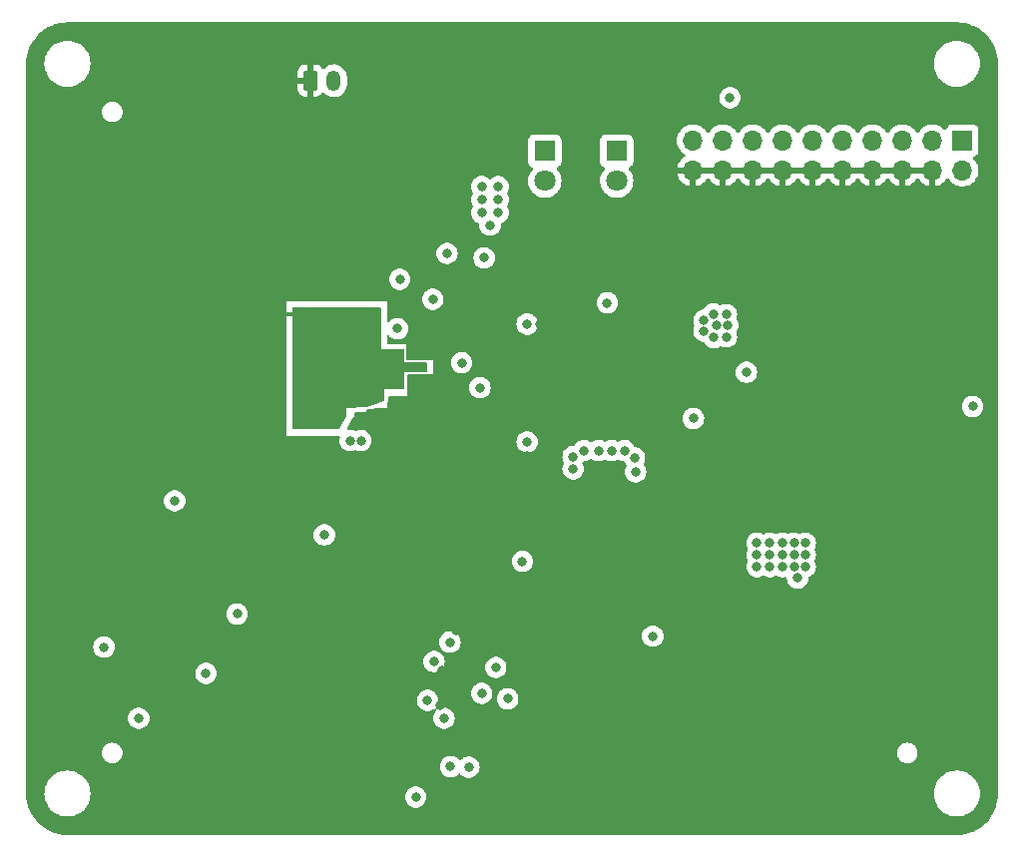
<source format=gbr>
%TF.GenerationSoftware,KiCad,Pcbnew,(7.0.0)*%
%TF.CreationDate,2023-05-21T02:13:25-07:00*%
%TF.ProjectId,epaper_photo_frame,65706170-6572-45f7-9068-6f746f5f6672,rev?*%
%TF.SameCoordinates,Original*%
%TF.FileFunction,Copper,L2,Inr*%
%TF.FilePolarity,Positive*%
%FSLAX46Y46*%
G04 Gerber Fmt 4.6, Leading zero omitted, Abs format (unit mm)*
G04 Created by KiCad (PCBNEW (7.0.0)) date 2023-05-21 02:13:25*
%MOMM*%
%LPD*%
G01*
G04 APERTURE LIST*
G04 Aperture macros list*
%AMRoundRect*
0 Rectangle with rounded corners*
0 $1 Rounding radius*
0 $2 $3 $4 $5 $6 $7 $8 $9 X,Y pos of 4 corners*
0 Add a 4 corners polygon primitive as box body*
4,1,4,$2,$3,$4,$5,$6,$7,$8,$9,$2,$3,0*
0 Add four circle primitives for the rounded corners*
1,1,$1+$1,$2,$3*
1,1,$1+$1,$4,$5*
1,1,$1+$1,$6,$7*
1,1,$1+$1,$8,$9*
0 Add four rect primitives between the rounded corners*
20,1,$1+$1,$2,$3,$4,$5,0*
20,1,$1+$1,$4,$5,$6,$7,0*
20,1,$1+$1,$6,$7,$8,$9,0*
20,1,$1+$1,$8,$9,$2,$3,0*%
G04 Aperture macros list end*
%TA.AperFunction,ComponentPad*%
%ADD10R,1.800000X1.800000*%
%TD*%
%TA.AperFunction,ComponentPad*%
%ADD11C,1.800000*%
%TD*%
%TA.AperFunction,ComponentPad*%
%ADD12R,1.700000X1.700000*%
%TD*%
%TA.AperFunction,ComponentPad*%
%ADD13O,1.700000X1.700000*%
%TD*%
%TA.AperFunction,ComponentPad*%
%ADD14RoundRect,0.250000X-0.350000X-0.625000X0.350000X-0.625000X0.350000X0.625000X-0.350000X0.625000X0*%
%TD*%
%TA.AperFunction,ComponentPad*%
%ADD15O,1.200000X1.750000*%
%TD*%
%TA.AperFunction,ViaPad*%
%ADD16C,0.800000*%
%TD*%
%TA.AperFunction,Conductor*%
%ADD17C,0.300000*%
%TD*%
G04 APERTURE END LIST*
D10*
%TO.N,/MCU/LED_BUSY_OUT*%
%TO.C,D6*%
X146299999Y-83124999D03*
D11*
%TO.N,/MCU/LED_BUSY_IN*%
X146300000Y-85665000D03*
%TD*%
D12*
%TO.N,/Debug Connector/MCU_VDD*%
%TO.C,J2*%
X181724999Y-82224999D03*
D13*
X181724999Y-84764999D03*
%TO.N,unconnected-(J2-~{TRST}-Pad3)*%
X179184999Y-82224999D03*
%TO.N,GND*%
X179184999Y-84764999D03*
%TO.N,unconnected-(J2-TDI-Pad5)*%
X176644999Y-82224999D03*
%TO.N,GND*%
X176644999Y-84764999D03*
%TO.N,/Debug Connector/SWDIO*%
X174104999Y-82224999D03*
%TO.N,GND*%
X174104999Y-84764999D03*
%TO.N,/Debug Connector/SWDCLK*%
X171564999Y-82224999D03*
%TO.N,GND*%
X171564999Y-84764999D03*
%TO.N,unconnected-(J2-RTCK-Pad11)*%
X169024999Y-82224999D03*
%TO.N,GND*%
X169024999Y-84764999D03*
%TO.N,/Debug Connector/SWO*%
X166484999Y-82224999D03*
%TO.N,GND*%
X166484999Y-84764999D03*
%TO.N,/Debug Connector/NRST*%
X163944999Y-82224999D03*
%TO.N,GND*%
X163944999Y-84764999D03*
%TO.N,unconnected-(J2-DBGRQ{slash}NC-Pad17)*%
X161404999Y-82224999D03*
%TO.N,GND*%
X161404999Y-84764999D03*
%TO.N,unconnected-(J2-DBGACK{slash}NC-Pad19)*%
X158864999Y-82224999D03*
%TO.N,GND*%
X158864999Y-84764999D03*
%TD*%
D10*
%TO.N,/MCU/LED_ERR_OUT*%
%TO.C,D5*%
X152399999Y-83124999D03*
D11*
%TO.N,/MCU/LED_ERR_IN*%
X152400000Y-85665000D03*
%TD*%
D14*
%TO.N,GND*%
%TO.C,J3*%
X126400000Y-77150000D03*
D15*
%TO.N,/Power Supply/VBAT_IN*%
X128399999Y-77149999D03*
%TD*%
D16*
%TO.N,/Display Adapter/3v3*%
X167450000Y-116400000D03*
X166450000Y-118400000D03*
X166450000Y-116400000D03*
X135350000Y-137950000D03*
X164300000Y-116400000D03*
X165400000Y-116400000D03*
X108900000Y-125212500D03*
X168400000Y-118400000D03*
X117550000Y-127450000D03*
X166450000Y-117400000D03*
X164300000Y-117400000D03*
X114900000Y-112800000D03*
X167450000Y-118400000D03*
X167750000Y-119350000D03*
X168400000Y-116400000D03*
X168400000Y-117400000D03*
X167450000Y-117400000D03*
X165400000Y-118400000D03*
X164300000Y-118400000D03*
X143150000Y-129600000D03*
X165400000Y-117400000D03*
%TO.N,GND*%
X145350000Y-124450000D03*
X131050000Y-98850000D03*
X131200000Y-89200000D03*
X111900000Y-139650000D03*
X127900000Y-105000000D03*
X138300000Y-104700000D03*
X172900000Y-124900000D03*
X127000000Y-98700000D03*
X131000000Y-85800000D03*
X154600000Y-112700000D03*
X125800000Y-85500000D03*
X144800000Y-109000000D03*
X148550000Y-124500000D03*
X127600000Y-137800000D03*
X130800000Y-120850000D03*
X140750000Y-130450000D03*
X128550000Y-97400000D03*
X114850000Y-115650000D03*
X129000000Y-105250000D03*
X135000000Y-96200000D03*
X125650000Y-104100000D03*
X131850000Y-99450000D03*
X138000000Y-94000000D03*
X133950000Y-100350000D03*
X134450000Y-127000000D03*
X132650000Y-102900000D03*
X138550000Y-78150000D03*
X125650000Y-100950000D03*
X126700000Y-85500000D03*
X126450000Y-105950000D03*
X156000000Y-95700000D03*
X150100000Y-124450000D03*
X125800000Y-84600000D03*
X151500000Y-99700000D03*
X138400000Y-95700000D03*
X127300000Y-120650000D03*
X147000000Y-124450000D03*
X130150000Y-98450000D03*
X125900000Y-105100000D03*
X127000000Y-105000000D03*
X131000000Y-86700000D03*
X123950000Y-116350000D03*
X160350000Y-125600000D03*
X161650000Y-123650000D03*
X125650000Y-98850000D03*
X139000000Y-86800000D03*
X137600000Y-127200000D03*
X134150000Y-121300000D03*
X142800000Y-137800000D03*
X117625000Y-119612500D03*
X129400000Y-104350000D03*
X128400000Y-106100000D03*
X125650000Y-103050000D03*
X150200000Y-98300000D03*
X132000000Y-108600000D03*
X163100000Y-107800000D03*
X127000000Y-104100000D03*
X125650000Y-97800000D03*
X163400000Y-99500000D03*
X132550000Y-121200000D03*
X163850000Y-108450000D03*
X127550000Y-97400000D03*
X154850000Y-78150000D03*
X161650000Y-129250000D03*
X131200000Y-90100000D03*
X127400000Y-106100000D03*
X137400000Y-130200000D03*
X154600000Y-95000000D03*
X133600000Y-108600000D03*
X133600000Y-107700000D03*
X163500000Y-106800000D03*
X182600000Y-107000000D03*
X127000000Y-99600000D03*
X132950000Y-100350000D03*
X162600000Y-106800000D03*
X132900000Y-137850000D03*
X164600000Y-120250000D03*
X133800000Y-102850000D03*
X134200000Y-90400000D03*
X130350000Y-104350000D03*
X110200000Y-127212500D03*
X132200000Y-103900000D03*
X110600000Y-119500000D03*
X114337500Y-135000000D03*
X138750000Y-123800000D03*
X138400000Y-86100000D03*
X158400000Y-94400000D03*
X131300000Y-104350000D03*
X115775000Y-137812500D03*
X129200000Y-137800000D03*
X129350000Y-97900000D03*
X125650000Y-102000000D03*
X159800000Y-94400000D03*
X139000000Y-87700000D03*
X128250000Y-120850000D03*
X125950000Y-116350000D03*
X159800000Y-95600000D03*
X121850000Y-123050000D03*
X127600000Y-85500000D03*
X125650000Y-99900000D03*
X145900000Y-97800000D03*
X137500000Y-137900000D03*
X131950000Y-100450000D03*
X150200000Y-99700000D03*
X137400000Y-86100000D03*
X173000000Y-120700000D03*
X162100000Y-108400000D03*
X143450000Y-126950000D03*
X155400000Y-98500000D03*
X127900000Y-98700000D03*
X129550000Y-120850000D03*
X114337500Y-129400000D03*
X152200000Y-128400000D03*
X144600000Y-91687500D03*
X132800000Y-109100000D03*
X159212500Y-103187500D03*
X165400000Y-77300000D03*
X126550000Y-97400000D03*
%TO.N,/Micro SD/3v3*%
X159800000Y-97500000D03*
X163400000Y-101900000D03*
X161800000Y-97900000D03*
X161700000Y-97000000D03*
X159800000Y-98400000D03*
X161700000Y-98900000D03*
X160600000Y-96950000D03*
X158900000Y-105800000D03*
X182600000Y-104800000D03*
X160900000Y-97900000D03*
X160650000Y-98950000D03*
%TO.N,/Debug Connector/MCU_VDD*%
X148700000Y-110100000D03*
X150850000Y-108550000D03*
X142350000Y-88350000D03*
X141650000Y-89400000D03*
X140950000Y-88350000D03*
X136800000Y-95700000D03*
X140950000Y-86150000D03*
X140950000Y-87250000D03*
X142350000Y-87250000D03*
X138000000Y-91800000D03*
X149600000Y-108550000D03*
X142350000Y-86150000D03*
X144800000Y-107800000D03*
X144800000Y-97800000D03*
X153050000Y-108550000D03*
X153900000Y-109150000D03*
X154000000Y-110350000D03*
X134000000Y-94000000D03*
X130700000Y-107700000D03*
X129800000Y-107700000D03*
X151600000Y-96000000D03*
X151950000Y-108550000D03*
X148700000Y-109050000D03*
X133800000Y-98200000D03*
%TO.N,/Display Adapter/3v3_HPF*%
X111850000Y-131250000D03*
X120200000Y-122400000D03*
%TO.N,/Display Adapter/EPD_RST*%
X136900000Y-126450000D03*
X136350000Y-129750000D03*
X155450000Y-124300000D03*
%TO.N,/Display Adapter/EPD_BUSY*%
X138250000Y-124800000D03*
X137750000Y-131250000D03*
%TO.N,/Display Adapter/EPD_DC*%
X138300000Y-135350000D03*
X140950000Y-129150000D03*
%TO.N,/Display Adapter/EPD_CS*%
X142150000Y-126950000D03*
X139850000Y-135400000D03*
%TO.N,/Display Adapter/VGH*%
X127600000Y-115700000D03*
X144400000Y-117950000D03*
%TO.N,/MCU/BOOT0*%
X141150000Y-92187500D03*
X139250000Y-101100000D03*
%TO.N,/Debug Connector/NRST*%
X162000000Y-78600000D03*
X140800000Y-103200000D03*
%TD*%
D17*
%TO.N,GND*%
X124975000Y-96950000D02*
X124225000Y-96950000D01*
%TD*%
%TA.AperFunction,Conductor*%
%TO.N,GND*%
G36*
X132337000Y-96416881D02*
G01*
X132383119Y-96463000D01*
X132400000Y-96526000D01*
X132400000Y-99500000D01*
X132400000Y-99900000D01*
X134274000Y-99900000D01*
X134337000Y-99916881D01*
X134383119Y-99963000D01*
X134400000Y-100026000D01*
X134400000Y-101050000D01*
X136174000Y-101050000D01*
X136237000Y-101066881D01*
X136283119Y-101113000D01*
X136300000Y-101176000D01*
X136300000Y-101774000D01*
X136283119Y-101837000D01*
X136237000Y-101883119D01*
X136174000Y-101900000D01*
X134400000Y-101900000D01*
X134400000Y-101916590D01*
X134400000Y-103224000D01*
X134383119Y-103287000D01*
X134337000Y-103333119D01*
X134274000Y-103350000D01*
X132650000Y-103350000D01*
X132650000Y-103366590D01*
X132650000Y-104259184D01*
X132639236Y-104310141D01*
X132608783Y-104352392D01*
X132563845Y-104378718D01*
X131751386Y-104649538D01*
X131748596Y-104650432D01*
X131116191Y-104845017D01*
X131083072Y-104850528D01*
X129516242Y-104899492D01*
X129516240Y-104899492D01*
X129500000Y-104900000D01*
X129500000Y-104916257D01*
X129500000Y-105564668D01*
X129481629Y-105630181D01*
X128836818Y-106689513D01*
X128790920Y-106733842D01*
X128729189Y-106750000D01*
X128300000Y-106750000D01*
X124976000Y-106750000D01*
X124913000Y-106733119D01*
X124866881Y-106687000D01*
X124850000Y-106624000D01*
X124850000Y-96526000D01*
X124866881Y-96463000D01*
X124913000Y-96416881D01*
X124976000Y-96400000D01*
X132274000Y-96400000D01*
X132337000Y-96416881D01*
G37*
%TD.AperFunction*%
%TA.AperFunction,Conductor*%
G36*
X181253093Y-72200652D02*
G01*
X181309812Y-72203438D01*
X181586833Y-72217047D01*
X181599128Y-72218258D01*
X181926602Y-72266834D01*
X181938709Y-72269242D01*
X182259851Y-72349684D01*
X182271669Y-72353268D01*
X182583390Y-72464804D01*
X182594780Y-72469522D01*
X182747970Y-72541976D01*
X182894058Y-72611071D01*
X182904963Y-72616900D01*
X183188911Y-72787091D01*
X183199192Y-72793961D01*
X183465086Y-72991162D01*
X183474644Y-72999006D01*
X183719939Y-73221328D01*
X183728677Y-73230066D01*
X183950993Y-73475355D01*
X183958837Y-73484913D01*
X184156038Y-73750807D01*
X184162908Y-73761088D01*
X184333099Y-74045036D01*
X184338928Y-74055941D01*
X184480473Y-74355211D01*
X184485198Y-74366620D01*
X184585428Y-74646740D01*
X184596726Y-74678316D01*
X184600315Y-74690148D01*
X184680754Y-75011277D01*
X184683166Y-75023405D01*
X184731740Y-75350865D01*
X184732952Y-75363170D01*
X184749348Y-75696906D01*
X184749500Y-75703089D01*
X184749500Y-137646911D01*
X184749348Y-137653094D01*
X184732952Y-137986829D01*
X184731740Y-137999134D01*
X184683166Y-138326594D01*
X184680754Y-138338722D01*
X184600315Y-138659851D01*
X184596726Y-138671683D01*
X184556728Y-138783469D01*
X184504096Y-138930568D01*
X184485205Y-138983364D01*
X184480473Y-138994788D01*
X184338928Y-139294058D01*
X184333099Y-139304963D01*
X184162908Y-139588911D01*
X184156038Y-139599192D01*
X183958837Y-139865086D01*
X183950993Y-139874644D01*
X183728677Y-140119933D01*
X183719933Y-140128677D01*
X183474644Y-140350993D01*
X183465086Y-140358837D01*
X183199192Y-140556038D01*
X183188911Y-140562908D01*
X182904963Y-140733099D01*
X182894058Y-140738928D01*
X182594788Y-140880473D01*
X182583372Y-140885201D01*
X182383468Y-140956728D01*
X182271683Y-140996726D01*
X182259851Y-141000315D01*
X181938722Y-141080754D01*
X181926594Y-141083166D01*
X181599134Y-141131740D01*
X181586829Y-141132952D01*
X181253094Y-141149348D01*
X181246911Y-141149500D01*
X105803089Y-141149500D01*
X105796906Y-141149348D01*
X105463170Y-141132952D01*
X105450865Y-141131740D01*
X105123405Y-141083166D01*
X105111277Y-141080754D01*
X104790148Y-141000315D01*
X104778316Y-140996726D01*
X104466620Y-140885198D01*
X104455211Y-140880473D01*
X104155941Y-140738928D01*
X104145036Y-140733099D01*
X103861088Y-140562908D01*
X103850807Y-140556038D01*
X103584913Y-140358837D01*
X103575355Y-140350993D01*
X103452710Y-140239834D01*
X103330060Y-140128671D01*
X103321328Y-140119939D01*
X103099006Y-139874644D01*
X103091162Y-139865086D01*
X102893961Y-139599192D01*
X102887091Y-139588911D01*
X102884518Y-139584619D01*
X102716900Y-139304963D01*
X102711071Y-139294058D01*
X102633738Y-139130552D01*
X102569522Y-138994780D01*
X102564804Y-138983390D01*
X102453268Y-138671669D01*
X102449684Y-138659851D01*
X102441923Y-138628866D01*
X102369242Y-138338709D01*
X102366833Y-138326594D01*
X102365153Y-138315271D01*
X102318258Y-137999128D01*
X102317047Y-137986828D01*
X102315560Y-137956565D01*
X102303438Y-137709812D01*
X102300652Y-137653093D01*
X102300576Y-137650000D01*
X103844518Y-137650000D01*
X103844839Y-137654488D01*
X103864100Y-137923802D01*
X103864101Y-137923812D01*
X103864422Y-137928294D01*
X103865379Y-137932697D01*
X103865380Y-137932698D01*
X103877155Y-137986829D01*
X103923729Y-138200923D01*
X103925303Y-138205143D01*
X104019657Y-138458119D01*
X104019661Y-138458128D01*
X104021231Y-138462337D01*
X104023386Y-138466284D01*
X104023389Y-138466290D01*
X104109481Y-138623955D01*
X104154944Y-138707213D01*
X104157640Y-138710815D01*
X104157643Y-138710819D01*
X104238472Y-138818794D01*
X104322145Y-138930568D01*
X104519432Y-139127855D01*
X104742787Y-139295056D01*
X104987663Y-139428769D01*
X105249077Y-139526271D01*
X105521706Y-139585578D01*
X105730343Y-139600500D01*
X105867400Y-139600500D01*
X105869657Y-139600500D01*
X106078294Y-139585578D01*
X106350923Y-139526271D01*
X106612337Y-139428769D01*
X106857213Y-139295056D01*
X107080568Y-139127855D01*
X107277855Y-138930568D01*
X107445056Y-138707213D01*
X107578769Y-138462337D01*
X107676271Y-138200923D01*
X107730856Y-137950000D01*
X134436496Y-137950000D01*
X134456458Y-138139928D01*
X134458495Y-138146200D01*
X134458497Y-138146205D01*
X134513430Y-138315271D01*
X134513433Y-138315278D01*
X134515473Y-138321556D01*
X134610960Y-138486944D01*
X134738747Y-138628866D01*
X134893248Y-138741118D01*
X135067712Y-138818794D01*
X135254513Y-138858500D01*
X135438884Y-138858500D01*
X135445487Y-138858500D01*
X135632288Y-138818794D01*
X135806752Y-138741118D01*
X135961253Y-138628866D01*
X136089040Y-138486944D01*
X136184527Y-138321556D01*
X136243542Y-138139928D01*
X136263504Y-137950000D01*
X136243542Y-137760072D01*
X136209235Y-137654488D01*
X136207777Y-137650000D01*
X179294518Y-137650000D01*
X179294839Y-137654488D01*
X179314100Y-137923802D01*
X179314101Y-137923812D01*
X179314422Y-137928294D01*
X179315379Y-137932697D01*
X179315380Y-137932698D01*
X179327155Y-137986829D01*
X179373729Y-138200923D01*
X179375303Y-138205143D01*
X179469657Y-138458119D01*
X179469661Y-138458128D01*
X179471231Y-138462337D01*
X179473386Y-138466284D01*
X179473389Y-138466290D01*
X179559481Y-138623955D01*
X179604944Y-138707213D01*
X179607640Y-138710815D01*
X179607643Y-138710819D01*
X179688472Y-138818794D01*
X179772145Y-138930568D01*
X179969432Y-139127855D01*
X180192787Y-139295056D01*
X180437663Y-139428769D01*
X180699077Y-139526271D01*
X180971706Y-139585578D01*
X181180343Y-139600500D01*
X181317400Y-139600500D01*
X181319657Y-139600500D01*
X181528294Y-139585578D01*
X181800923Y-139526271D01*
X182062337Y-139428769D01*
X182307213Y-139295056D01*
X182530568Y-139127855D01*
X182727855Y-138930568D01*
X182895056Y-138707213D01*
X183028769Y-138462337D01*
X183126271Y-138200923D01*
X183185578Y-137928294D01*
X183205482Y-137650000D01*
X183185578Y-137371706D01*
X183126271Y-137099077D01*
X183028769Y-136837663D01*
X182895056Y-136592787D01*
X182727855Y-136369432D01*
X182530568Y-136172145D01*
X182405962Y-136078866D01*
X182310819Y-136007643D01*
X182310815Y-136007640D01*
X182307213Y-136004944D01*
X182254203Y-135975998D01*
X182066290Y-135873389D01*
X182066284Y-135873386D01*
X182062337Y-135871231D01*
X182058128Y-135869661D01*
X182058119Y-135869657D01*
X181805143Y-135775303D01*
X181800923Y-135773729D01*
X181796520Y-135772771D01*
X181796516Y-135772770D01*
X181532698Y-135715380D01*
X181532697Y-135715379D01*
X181528294Y-135714422D01*
X181523812Y-135714101D01*
X181523802Y-135714100D01*
X181321907Y-135699660D01*
X181321881Y-135699659D01*
X181319657Y-135699500D01*
X181180343Y-135699500D01*
X181178119Y-135699659D01*
X181178092Y-135699660D01*
X180976197Y-135714100D01*
X180976185Y-135714101D01*
X180971706Y-135714422D01*
X180967304Y-135715379D01*
X180967301Y-135715380D01*
X180703483Y-135772770D01*
X180703476Y-135772772D01*
X180699077Y-135773729D01*
X180694860Y-135775301D01*
X180694856Y-135775303D01*
X180441880Y-135869657D01*
X180441866Y-135869663D01*
X180437663Y-135871231D01*
X180433720Y-135873383D01*
X180433709Y-135873389D01*
X180196740Y-136002785D01*
X180196734Y-136002788D01*
X180192787Y-136004944D01*
X180189190Y-136007635D01*
X180189180Y-136007643D01*
X179973035Y-136169447D01*
X179973027Y-136169453D01*
X179969432Y-136172145D01*
X179966253Y-136175323D01*
X179966246Y-136175330D01*
X179775330Y-136366246D01*
X179775323Y-136366253D01*
X179772145Y-136369432D01*
X179769453Y-136373027D01*
X179769447Y-136373035D01*
X179607643Y-136589180D01*
X179607635Y-136589190D01*
X179604944Y-136592787D01*
X179602788Y-136596734D01*
X179602785Y-136596740D01*
X179473389Y-136833709D01*
X179473383Y-136833720D01*
X179471231Y-136837663D01*
X179469663Y-136841866D01*
X179469657Y-136841880D01*
X179379393Y-137083891D01*
X179373729Y-137099077D01*
X179372772Y-137103476D01*
X179372770Y-137103483D01*
X179337145Y-137267250D01*
X179314422Y-137371706D01*
X179314101Y-137376185D01*
X179314100Y-137376197D01*
X179300045Y-137572721D01*
X179294518Y-137650000D01*
X136207777Y-137650000D01*
X136186569Y-137584728D01*
X136186568Y-137584726D01*
X136184527Y-137578444D01*
X136089040Y-137413056D01*
X135961253Y-137271134D01*
X135955911Y-137267253D01*
X135955908Y-137267250D01*
X135878057Y-137210688D01*
X135806752Y-137158882D01*
X135632288Y-137081206D01*
X135625835Y-137079834D01*
X135625831Y-137079833D01*
X135451943Y-137042872D01*
X135451940Y-137042871D01*
X135445487Y-137041500D01*
X135254513Y-137041500D01*
X135248060Y-137042871D01*
X135248056Y-137042872D01*
X135074168Y-137079833D01*
X135074161Y-137079835D01*
X135067712Y-137081206D01*
X135061682Y-137083890D01*
X135061681Y-137083891D01*
X134899278Y-137156197D01*
X134899275Y-137156198D01*
X134893248Y-137158882D01*
X134887907Y-137162762D01*
X134887906Y-137162763D01*
X134744091Y-137267250D01*
X134744083Y-137267256D01*
X134738747Y-137271134D01*
X134734330Y-137276039D01*
X134734325Y-137276044D01*
X134644148Y-137376197D01*
X134610960Y-137413056D01*
X134607661Y-137418769D01*
X134607658Y-137418774D01*
X134518777Y-137572721D01*
X134515473Y-137578444D01*
X134513434Y-137584718D01*
X134513430Y-137584728D01*
X134458497Y-137753794D01*
X134458495Y-137753801D01*
X134456458Y-137760072D01*
X134436496Y-137950000D01*
X107730856Y-137950000D01*
X107735578Y-137928294D01*
X107755482Y-137650000D01*
X107735578Y-137371706D01*
X107676271Y-137099077D01*
X107578769Y-136837663D01*
X107445056Y-136592787D01*
X107277855Y-136369432D01*
X107080568Y-136172145D01*
X106955962Y-136078866D01*
X106860819Y-136007643D01*
X106860815Y-136007640D01*
X106857213Y-136004944D01*
X106804203Y-135975998D01*
X106616290Y-135873389D01*
X106616284Y-135873386D01*
X106612337Y-135871231D01*
X106608128Y-135869661D01*
X106608119Y-135869657D01*
X106355143Y-135775303D01*
X106350923Y-135773729D01*
X106346520Y-135772771D01*
X106346516Y-135772770D01*
X106082698Y-135715380D01*
X106082697Y-135715379D01*
X106078294Y-135714422D01*
X106073812Y-135714101D01*
X106073802Y-135714100D01*
X105871907Y-135699660D01*
X105871881Y-135699659D01*
X105869657Y-135699500D01*
X105730343Y-135699500D01*
X105728119Y-135699659D01*
X105728092Y-135699660D01*
X105526197Y-135714100D01*
X105526185Y-135714101D01*
X105521706Y-135714422D01*
X105517304Y-135715379D01*
X105517301Y-135715380D01*
X105253483Y-135772770D01*
X105253476Y-135772772D01*
X105249077Y-135773729D01*
X105244860Y-135775301D01*
X105244856Y-135775303D01*
X104991880Y-135869657D01*
X104991866Y-135869663D01*
X104987663Y-135871231D01*
X104983720Y-135873383D01*
X104983709Y-135873389D01*
X104746740Y-136002785D01*
X104746734Y-136002788D01*
X104742787Y-136004944D01*
X104739190Y-136007635D01*
X104739180Y-136007643D01*
X104523035Y-136169447D01*
X104523027Y-136169453D01*
X104519432Y-136172145D01*
X104516253Y-136175323D01*
X104516246Y-136175330D01*
X104325330Y-136366246D01*
X104325323Y-136366253D01*
X104322145Y-136369432D01*
X104319453Y-136373027D01*
X104319447Y-136373035D01*
X104157643Y-136589180D01*
X104157635Y-136589190D01*
X104154944Y-136592787D01*
X104152788Y-136596734D01*
X104152785Y-136596740D01*
X104023389Y-136833709D01*
X104023383Y-136833720D01*
X104021231Y-136837663D01*
X104019663Y-136841866D01*
X104019657Y-136841880D01*
X103929393Y-137083891D01*
X103923729Y-137099077D01*
X103922772Y-137103476D01*
X103922770Y-137103483D01*
X103887145Y-137267250D01*
X103864422Y-137371706D01*
X103864101Y-137376185D01*
X103864100Y-137376197D01*
X103850045Y-137572721D01*
X103844518Y-137650000D01*
X102300576Y-137650000D01*
X102300500Y-137646911D01*
X102300500Y-135350000D01*
X137386496Y-135350000D01*
X137406458Y-135539928D01*
X137408495Y-135546200D01*
X137408497Y-135546205D01*
X137463430Y-135715271D01*
X137463433Y-135715278D01*
X137465473Y-135721556D01*
X137560960Y-135886944D01*
X137688747Y-136028866D01*
X137843248Y-136141118D01*
X138017712Y-136218794D01*
X138204513Y-136258500D01*
X138388884Y-136258500D01*
X138395487Y-136258500D01*
X138582288Y-136218794D01*
X138756752Y-136141118D01*
X138911253Y-136028866D01*
X138958857Y-135975996D01*
X139017757Y-135939190D01*
X139087219Y-135939190D01*
X139146123Y-135975997D01*
X139238747Y-136078866D01*
X139393248Y-136191118D01*
X139567712Y-136268794D01*
X139754513Y-136308500D01*
X139938884Y-136308500D01*
X139945487Y-136308500D01*
X140132288Y-136268794D01*
X140306752Y-136191118D01*
X140461253Y-136078866D01*
X140589040Y-135936944D01*
X140684527Y-135771556D01*
X140743542Y-135589928D01*
X140763504Y-135400000D01*
X140743542Y-135210072D01*
X140718297Y-135132379D01*
X140686569Y-135034728D01*
X140686568Y-135034726D01*
X140684527Y-135028444D01*
X140589040Y-134863056D01*
X140461253Y-134721134D01*
X140455911Y-134717253D01*
X140455908Y-134717250D01*
X140343570Y-134635632D01*
X140306752Y-134608882D01*
X140132288Y-134531206D01*
X140125835Y-134529834D01*
X140125831Y-134529833D01*
X139951943Y-134492872D01*
X139951940Y-134492871D01*
X139945487Y-134491500D01*
X139754513Y-134491500D01*
X139748060Y-134492871D01*
X139748056Y-134492872D01*
X139574168Y-134529833D01*
X139574161Y-134529835D01*
X139567712Y-134531206D01*
X139561682Y-134533890D01*
X139561681Y-134533891D01*
X139399278Y-134606197D01*
X139399275Y-134606198D01*
X139393248Y-134608882D01*
X139387907Y-134612762D01*
X139387906Y-134612763D01*
X139244091Y-134717250D01*
X139244083Y-134717256D01*
X139238747Y-134721134D01*
X139234332Y-134726037D01*
X139234329Y-134726040D01*
X139213289Y-134749408D01*
X139191144Y-134774001D01*
X139132240Y-134810809D01*
X139062780Y-134810809D01*
X139003874Y-134774000D01*
X138915674Y-134676044D01*
X138915673Y-134676043D01*
X138911253Y-134671134D01*
X138905911Y-134667253D01*
X138905908Y-134667250D01*
X138805832Y-134594541D01*
X138756752Y-134558882D01*
X138582288Y-134481206D01*
X138575835Y-134479834D01*
X138575831Y-134479833D01*
X138401943Y-134442872D01*
X138401940Y-134442871D01*
X138395487Y-134441500D01*
X138204513Y-134441500D01*
X138198060Y-134442871D01*
X138198056Y-134442872D01*
X138024168Y-134479833D01*
X138024161Y-134479835D01*
X138017712Y-134481206D01*
X138011682Y-134483890D01*
X138011681Y-134483891D01*
X137849278Y-134556197D01*
X137849275Y-134556198D01*
X137843248Y-134558882D01*
X137837907Y-134562762D01*
X137837906Y-134562763D01*
X137694091Y-134667250D01*
X137694083Y-134667256D01*
X137688747Y-134671134D01*
X137684330Y-134676039D01*
X137684325Y-134676044D01*
X137576501Y-134795796D01*
X137560960Y-134813056D01*
X137557661Y-134818769D01*
X137557658Y-134818774D01*
X137469174Y-134972034D01*
X137465473Y-134978444D01*
X137463434Y-134984718D01*
X137463430Y-134984728D01*
X137408497Y-135153794D01*
X137408495Y-135153801D01*
X137406458Y-135160072D01*
X137386496Y-135350000D01*
X102300500Y-135350000D01*
X102300500Y-134183531D01*
X108718739Y-134183531D01*
X108720262Y-134195101D01*
X108720262Y-134195107D01*
X108723926Y-134222934D01*
X108724821Y-134232589D01*
X108726963Y-134272280D01*
X108731177Y-134281630D01*
X108732785Y-134290228D01*
X108742695Y-134365496D01*
X108743739Y-134379033D01*
X108744505Y-134412178D01*
X108748972Y-134422962D01*
X108748973Y-134422967D01*
X108759711Y-134448891D01*
X108763073Y-134457982D01*
X108771793Y-134484679D01*
X108771796Y-134484685D01*
X108775419Y-134495776D01*
X108781910Y-134503717D01*
X108785689Y-134511608D01*
X108811499Y-134573921D01*
X108814738Y-134581739D01*
X108819249Y-134594541D01*
X108824585Y-134612763D01*
X108828570Y-134626367D01*
X108835678Y-134635630D01*
X108835679Y-134635632D01*
X108852763Y-134657896D01*
X108858366Y-134665811D01*
X108873690Y-134689329D01*
X108873693Y-134689332D01*
X108880067Y-134699114D01*
X108888394Y-134705105D01*
X108894081Y-134711743D01*
X108940305Y-134771984D01*
X108947968Y-134783171D01*
X108959139Y-134801528D01*
X108959140Y-134801530D01*
X108965209Y-134811501D01*
X108974470Y-134818607D01*
X108974471Y-134818608D01*
X108996745Y-134835699D01*
X109004205Y-134841894D01*
X109033778Y-134868440D01*
X109043375Y-134872073D01*
X109050580Y-134877008D01*
X109080987Y-134900340D01*
X109110811Y-134923225D01*
X109121111Y-134932049D01*
X109145107Y-134954961D01*
X109155894Y-134959429D01*
X109181849Y-134970180D01*
X109190643Y-134974225D01*
X109226079Y-134992212D01*
X109236288Y-134993237D01*
X109244506Y-134996133D01*
X109314673Y-135025196D01*
X109326904Y-135031053D01*
X109356004Y-135046970D01*
X109395410Y-135052157D01*
X109404960Y-135053790D01*
X109443860Y-135061996D01*
X109453983Y-135060344D01*
X109462697Y-135061016D01*
X109470141Y-135061996D01*
X109537962Y-135070925D01*
X109551301Y-135073419D01*
X109572007Y-135078456D01*
X109583531Y-135081261D01*
X109622963Y-135076069D01*
X109632586Y-135075178D01*
X109672279Y-135073037D01*
X109681633Y-135068819D01*
X109690218Y-135067214D01*
X109765497Y-135057303D01*
X109779034Y-135056260D01*
X109812178Y-135055495D01*
X109848921Y-135040274D01*
X109857972Y-135036927D01*
X109895776Y-135024581D01*
X109903722Y-135018084D01*
X109911587Y-135014318D01*
X109981756Y-134985254D01*
X109994524Y-134980755D01*
X110026367Y-134971430D01*
X110057921Y-134947216D01*
X110065814Y-134941629D01*
X110099114Y-134919933D01*
X110105106Y-134911603D01*
X110111727Y-134905930D01*
X110171989Y-134859689D01*
X110183162Y-134852036D01*
X110211501Y-134834791D01*
X110235690Y-134803266D01*
X110241892Y-134795796D01*
X110260638Y-134774913D01*
X110268440Y-134766222D01*
X110272073Y-134756622D01*
X110277016Y-134749408D01*
X110323221Y-134689193D01*
X110332048Y-134678889D01*
X110354961Y-134654893D01*
X110370190Y-134618123D01*
X110374221Y-134609365D01*
X110392212Y-134573921D01*
X110393237Y-134563710D01*
X110396130Y-134555498D01*
X110425197Y-134485322D01*
X110431057Y-134473088D01*
X110441367Y-134454239D01*
X110446970Y-134443996D01*
X110452161Y-134404559D01*
X110453789Y-134395043D01*
X110461996Y-134356140D01*
X110460343Y-134346010D01*
X110461014Y-134337310D01*
X110470927Y-134262019D01*
X110473417Y-134248700D01*
X110481261Y-134216468D01*
X110476923Y-134183531D01*
X176168739Y-134183531D01*
X176170262Y-134195101D01*
X176170262Y-134195107D01*
X176173926Y-134222934D01*
X176174821Y-134232589D01*
X176176963Y-134272280D01*
X176181177Y-134281630D01*
X176182785Y-134290228D01*
X176192695Y-134365496D01*
X176193739Y-134379033D01*
X176194505Y-134412178D01*
X176198972Y-134422962D01*
X176198973Y-134422967D01*
X176209711Y-134448891D01*
X176213073Y-134457982D01*
X176221793Y-134484679D01*
X176221796Y-134484685D01*
X176225419Y-134495776D01*
X176231910Y-134503717D01*
X176235689Y-134511608D01*
X176261499Y-134573921D01*
X176264738Y-134581739D01*
X176269249Y-134594541D01*
X176274585Y-134612763D01*
X176278570Y-134626367D01*
X176285678Y-134635630D01*
X176285679Y-134635632D01*
X176302763Y-134657896D01*
X176308366Y-134665811D01*
X176323690Y-134689329D01*
X176323693Y-134689332D01*
X176330067Y-134699114D01*
X176338394Y-134705105D01*
X176344081Y-134711743D01*
X176390305Y-134771984D01*
X176397968Y-134783171D01*
X176409139Y-134801528D01*
X176409140Y-134801530D01*
X176415209Y-134811501D01*
X176424470Y-134818607D01*
X176424471Y-134818608D01*
X176446745Y-134835699D01*
X176454205Y-134841894D01*
X176483778Y-134868440D01*
X176493375Y-134872073D01*
X176500580Y-134877008D01*
X176530987Y-134900340D01*
X176560811Y-134923225D01*
X176571111Y-134932049D01*
X176595107Y-134954961D01*
X176605894Y-134959429D01*
X176631849Y-134970180D01*
X176640643Y-134974225D01*
X176676079Y-134992212D01*
X176686288Y-134993237D01*
X176694506Y-134996133D01*
X176764673Y-135025196D01*
X176776904Y-135031053D01*
X176806004Y-135046970D01*
X176845410Y-135052157D01*
X176854960Y-135053790D01*
X176893860Y-135061996D01*
X176903983Y-135060344D01*
X176912697Y-135061016D01*
X176920141Y-135061996D01*
X176987962Y-135070925D01*
X177001301Y-135073419D01*
X177022007Y-135078456D01*
X177033531Y-135081261D01*
X177072963Y-135076069D01*
X177082586Y-135075178D01*
X177122279Y-135073037D01*
X177131633Y-135068819D01*
X177140218Y-135067214D01*
X177215497Y-135057303D01*
X177229034Y-135056260D01*
X177262178Y-135055495D01*
X177298921Y-135040274D01*
X177307972Y-135036927D01*
X177345776Y-135024581D01*
X177353722Y-135018084D01*
X177361587Y-135014318D01*
X177431756Y-134985254D01*
X177444524Y-134980755D01*
X177476367Y-134971430D01*
X177507921Y-134947216D01*
X177515814Y-134941629D01*
X177549114Y-134919933D01*
X177555106Y-134911603D01*
X177561727Y-134905930D01*
X177621989Y-134859689D01*
X177633162Y-134852036D01*
X177661501Y-134834791D01*
X177685690Y-134803266D01*
X177691892Y-134795796D01*
X177710638Y-134774913D01*
X177718440Y-134766222D01*
X177722073Y-134756622D01*
X177727016Y-134749408D01*
X177773221Y-134689193D01*
X177782048Y-134678889D01*
X177804961Y-134654893D01*
X177820190Y-134618123D01*
X177824221Y-134609365D01*
X177842212Y-134573921D01*
X177843237Y-134563710D01*
X177846130Y-134555498D01*
X177875197Y-134485322D01*
X177881057Y-134473088D01*
X177891367Y-134454239D01*
X177896970Y-134443996D01*
X177902161Y-134404559D01*
X177903789Y-134395043D01*
X177911996Y-134356140D01*
X177910343Y-134346010D01*
X177911014Y-134337310D01*
X177920927Y-134262019D01*
X177923417Y-134248700D01*
X177931261Y-134216468D01*
X177926070Y-134177050D01*
X177925176Y-134167388D01*
X177923666Y-134139386D01*
X177923037Y-134127721D01*
X177918818Y-134118364D01*
X177917214Y-134109782D01*
X177907305Y-134034507D01*
X177906261Y-134020969D01*
X177905765Y-133999494D01*
X177905496Y-133987822D01*
X177892317Y-133956004D01*
X177890283Y-133951093D01*
X177886919Y-133941997D01*
X177880044Y-133920949D01*
X177874581Y-133904223D01*
X177868087Y-133896279D01*
X177864310Y-133888392D01*
X177835262Y-133818262D01*
X177830749Y-133805456D01*
X177821430Y-133773633D01*
X177814323Y-133764371D01*
X177814321Y-133764367D01*
X177797228Y-133742092D01*
X177791630Y-133734185D01*
X177769933Y-133700886D01*
X177761606Y-133694894D01*
X177755920Y-133688257D01*
X177709703Y-133628025D01*
X177702032Y-133616827D01*
X177690863Y-133598475D01*
X177690862Y-133598474D01*
X177684791Y-133588498D01*
X177653249Y-133564296D01*
X177645788Y-133558100D01*
X177624907Y-133539356D01*
X177624904Y-133539354D01*
X177616221Y-133531560D01*
X177606626Y-133527927D01*
X177599418Y-133522989D01*
X177539181Y-133476768D01*
X177528885Y-133467947D01*
X177504893Y-133445039D01*
X177494106Y-133440570D01*
X177494105Y-133440570D01*
X177468162Y-133429823D01*
X177459358Y-133425773D01*
X177434330Y-133413070D01*
X177434328Y-133413069D01*
X177423921Y-133407787D01*
X177413714Y-133406761D01*
X177405460Y-133403852D01*
X177335332Y-133374805D01*
X177323086Y-133368941D01*
X177304237Y-133358631D01*
X177304235Y-133358630D01*
X177293996Y-133353030D01*
X177282423Y-133351506D01*
X177254582Y-133347840D01*
X177245030Y-133346206D01*
X177217560Y-133340412D01*
X177217556Y-133340411D01*
X177206140Y-133338004D01*
X177196019Y-133339654D01*
X177187296Y-133338982D01*
X177112024Y-133329071D01*
X177098686Y-133326578D01*
X177097679Y-133326333D01*
X177066468Y-133318739D01*
X177054896Y-133320262D01*
X177054890Y-133320262D01*
X177027062Y-133323926D01*
X177017409Y-133324821D01*
X176989376Y-133326333D01*
X176989370Y-133326334D01*
X176977720Y-133326963D01*
X176968367Y-133331178D01*
X176959765Y-133332786D01*
X176884508Y-133342694D01*
X176870972Y-133343738D01*
X176849493Y-133344234D01*
X176849491Y-133344234D01*
X176837822Y-133344504D01*
X176827037Y-133348970D01*
X176827036Y-133348971D01*
X176801088Y-133359718D01*
X176792001Y-133363078D01*
X176765322Y-133371793D01*
X176765319Y-133371794D01*
X176754223Y-133375419D01*
X176746281Y-133381910D01*
X176738392Y-133385688D01*
X176668260Y-133414737D01*
X176655460Y-133419248D01*
X176634840Y-133425287D01*
X176634836Y-133425288D01*
X176623633Y-133428570D01*
X176614370Y-133435677D01*
X176614369Y-133435678D01*
X176592095Y-133452769D01*
X176584184Y-133458369D01*
X176560663Y-133473695D01*
X176560659Y-133473698D01*
X176550886Y-133480067D01*
X176544897Y-133488389D01*
X176538255Y-133494079D01*
X176478020Y-133540299D01*
X176466824Y-133547969D01*
X176438498Y-133565209D01*
X176431392Y-133574468D01*
X176431389Y-133574472D01*
X176414296Y-133596748D01*
X176408106Y-133604203D01*
X176389356Y-133625093D01*
X176381560Y-133633779D01*
X176377928Y-133643369D01*
X176372984Y-133650586D01*
X176326774Y-133710809D01*
X176317945Y-133721115D01*
X176303101Y-133736662D01*
X176303098Y-133736665D01*
X176295039Y-133745107D01*
X176290574Y-133755884D01*
X176290569Y-133755893D01*
X176279819Y-133781846D01*
X176275769Y-133790649D01*
X176263070Y-133815668D01*
X176263068Y-133815673D01*
X176257787Y-133826079D01*
X176256761Y-133836284D01*
X176253855Y-133844531D01*
X176224806Y-133914663D01*
X176218944Y-133926906D01*
X176208630Y-133945763D01*
X176208628Y-133945768D01*
X176203030Y-133956004D01*
X176201507Y-133967568D01*
X176201504Y-133967578D01*
X176197838Y-133995422D01*
X176196205Y-134004972D01*
X176190412Y-134032439D01*
X176190411Y-134032443D01*
X176188004Y-134043860D01*
X176189654Y-134053977D01*
X176188982Y-134062694D01*
X176179073Y-134137966D01*
X176176579Y-134151310D01*
X176168739Y-134183531D01*
X110476923Y-134183531D01*
X110476070Y-134177050D01*
X110475176Y-134167388D01*
X110473666Y-134139386D01*
X110473037Y-134127721D01*
X110468818Y-134118364D01*
X110467214Y-134109782D01*
X110457305Y-134034507D01*
X110456261Y-134020969D01*
X110455765Y-133999494D01*
X110455496Y-133987822D01*
X110442317Y-133956004D01*
X110440283Y-133951093D01*
X110436919Y-133941997D01*
X110430044Y-133920949D01*
X110424581Y-133904223D01*
X110418087Y-133896279D01*
X110414310Y-133888392D01*
X110385262Y-133818262D01*
X110380749Y-133805456D01*
X110371430Y-133773633D01*
X110364323Y-133764371D01*
X110364321Y-133764367D01*
X110347228Y-133742092D01*
X110341630Y-133734185D01*
X110319933Y-133700886D01*
X110311606Y-133694894D01*
X110305920Y-133688257D01*
X110259703Y-133628025D01*
X110252032Y-133616827D01*
X110240863Y-133598475D01*
X110240862Y-133598474D01*
X110234791Y-133588498D01*
X110203249Y-133564296D01*
X110195788Y-133558100D01*
X110174907Y-133539356D01*
X110174904Y-133539354D01*
X110166221Y-133531560D01*
X110156626Y-133527927D01*
X110149418Y-133522989D01*
X110089181Y-133476768D01*
X110078885Y-133467947D01*
X110054893Y-133445039D01*
X110044106Y-133440570D01*
X110044105Y-133440570D01*
X110018162Y-133429823D01*
X110009358Y-133425773D01*
X109984330Y-133413070D01*
X109984328Y-133413069D01*
X109973921Y-133407787D01*
X109963714Y-133406761D01*
X109955460Y-133403852D01*
X109885332Y-133374805D01*
X109873086Y-133368941D01*
X109854237Y-133358631D01*
X109854235Y-133358630D01*
X109843996Y-133353030D01*
X109832423Y-133351506D01*
X109804582Y-133347840D01*
X109795030Y-133346206D01*
X109767560Y-133340412D01*
X109767556Y-133340411D01*
X109756140Y-133338004D01*
X109746019Y-133339654D01*
X109737296Y-133338982D01*
X109662024Y-133329071D01*
X109648686Y-133326578D01*
X109647679Y-133326333D01*
X109616468Y-133318739D01*
X109604896Y-133320262D01*
X109604890Y-133320262D01*
X109577062Y-133323926D01*
X109567409Y-133324821D01*
X109539376Y-133326333D01*
X109539370Y-133326334D01*
X109527720Y-133326963D01*
X109518367Y-133331178D01*
X109509765Y-133332786D01*
X109434508Y-133342694D01*
X109420972Y-133343738D01*
X109399493Y-133344234D01*
X109399491Y-133344234D01*
X109387822Y-133344504D01*
X109377037Y-133348970D01*
X109377036Y-133348971D01*
X109351088Y-133359718D01*
X109342001Y-133363078D01*
X109315322Y-133371793D01*
X109315319Y-133371794D01*
X109304223Y-133375419D01*
X109296281Y-133381910D01*
X109288392Y-133385688D01*
X109218260Y-133414737D01*
X109205460Y-133419248D01*
X109184840Y-133425287D01*
X109184836Y-133425288D01*
X109173633Y-133428570D01*
X109164370Y-133435677D01*
X109164369Y-133435678D01*
X109142095Y-133452769D01*
X109134184Y-133458369D01*
X109110663Y-133473695D01*
X109110659Y-133473698D01*
X109100886Y-133480067D01*
X109094897Y-133488389D01*
X109088255Y-133494079D01*
X109028020Y-133540299D01*
X109016824Y-133547969D01*
X108988498Y-133565209D01*
X108981392Y-133574468D01*
X108981389Y-133574472D01*
X108964296Y-133596748D01*
X108958106Y-133604203D01*
X108939356Y-133625093D01*
X108931560Y-133633779D01*
X108927928Y-133643369D01*
X108922984Y-133650586D01*
X108876774Y-133710809D01*
X108867945Y-133721115D01*
X108853101Y-133736662D01*
X108853098Y-133736665D01*
X108845039Y-133745107D01*
X108840574Y-133755884D01*
X108840569Y-133755893D01*
X108829819Y-133781846D01*
X108825769Y-133790649D01*
X108813070Y-133815668D01*
X108813068Y-133815673D01*
X108807787Y-133826079D01*
X108806761Y-133836284D01*
X108803855Y-133844531D01*
X108774806Y-133914663D01*
X108768944Y-133926906D01*
X108758630Y-133945763D01*
X108758628Y-133945768D01*
X108753030Y-133956004D01*
X108751507Y-133967568D01*
X108751504Y-133967578D01*
X108747838Y-133995422D01*
X108746205Y-134004972D01*
X108740412Y-134032439D01*
X108740411Y-134032443D01*
X108738004Y-134043860D01*
X108739654Y-134053977D01*
X108738982Y-134062694D01*
X108729073Y-134137966D01*
X108726579Y-134151310D01*
X108718739Y-134183531D01*
X102300500Y-134183531D01*
X102300500Y-131250000D01*
X110936496Y-131250000D01*
X110956458Y-131439928D01*
X110958495Y-131446200D01*
X110958497Y-131446205D01*
X111013430Y-131615271D01*
X111013433Y-131615278D01*
X111015473Y-131621556D01*
X111110960Y-131786944D01*
X111238747Y-131928866D01*
X111393248Y-132041118D01*
X111567712Y-132118794D01*
X111754513Y-132158500D01*
X111938884Y-132158500D01*
X111945487Y-132158500D01*
X112132288Y-132118794D01*
X112306752Y-132041118D01*
X112461253Y-131928866D01*
X112589040Y-131786944D01*
X112684527Y-131621556D01*
X112743542Y-131439928D01*
X112763504Y-131250000D01*
X112743542Y-131060072D01*
X112684527Y-130878444D01*
X112589040Y-130713056D01*
X112461253Y-130571134D01*
X112455911Y-130567253D01*
X112455908Y-130567250D01*
X112328950Y-130475010D01*
X112306752Y-130458882D01*
X112132288Y-130381206D01*
X112125835Y-130379834D01*
X112125831Y-130379833D01*
X111951943Y-130342872D01*
X111951940Y-130342871D01*
X111945487Y-130341500D01*
X111754513Y-130341500D01*
X111748060Y-130342871D01*
X111748056Y-130342872D01*
X111574168Y-130379833D01*
X111574161Y-130379835D01*
X111567712Y-130381206D01*
X111561682Y-130383890D01*
X111561681Y-130383891D01*
X111399278Y-130456197D01*
X111399275Y-130456198D01*
X111393248Y-130458882D01*
X111387907Y-130462762D01*
X111387906Y-130462763D01*
X111244091Y-130567250D01*
X111244083Y-130567256D01*
X111238747Y-130571134D01*
X111234330Y-130576039D01*
X111234325Y-130576044D01*
X111115380Y-130708147D01*
X111110960Y-130713056D01*
X111107661Y-130718769D01*
X111107658Y-130718774D01*
X111018777Y-130872721D01*
X111015473Y-130878444D01*
X111013434Y-130884718D01*
X111013430Y-130884728D01*
X110958497Y-131053794D01*
X110958495Y-131053801D01*
X110956458Y-131060072D01*
X110936496Y-131250000D01*
X102300500Y-131250000D01*
X102300500Y-129750000D01*
X135436496Y-129750000D01*
X135456458Y-129939928D01*
X135458495Y-129946200D01*
X135458497Y-129946205D01*
X135513430Y-130115271D01*
X135513433Y-130115278D01*
X135515473Y-130121556D01*
X135610960Y-130286944D01*
X135738747Y-130428866D01*
X135893248Y-130541118D01*
X136067712Y-130618794D01*
X136254513Y-130658500D01*
X136438884Y-130658500D01*
X136445487Y-130658500D01*
X136632288Y-130618794D01*
X136806752Y-130541118D01*
X136875077Y-130491476D01*
X136931601Y-130468638D01*
X136992231Y-130475010D01*
X137042773Y-130509100D01*
X137071395Y-130562928D01*
X137071396Y-130623893D01*
X137042775Y-130677721D01*
X137015379Y-130708147D01*
X137015374Y-130708153D01*
X137010960Y-130713056D01*
X137007661Y-130718769D01*
X137007658Y-130718774D01*
X136918777Y-130872721D01*
X136915473Y-130878444D01*
X136913434Y-130884718D01*
X136913430Y-130884728D01*
X136858497Y-131053794D01*
X136858495Y-131053801D01*
X136856458Y-131060072D01*
X136836496Y-131250000D01*
X136856458Y-131439928D01*
X136858495Y-131446200D01*
X136858497Y-131446205D01*
X136913430Y-131615271D01*
X136913433Y-131615278D01*
X136915473Y-131621556D01*
X137010960Y-131786944D01*
X137138747Y-131928866D01*
X137293248Y-132041118D01*
X137467712Y-132118794D01*
X137654513Y-132158500D01*
X137838884Y-132158500D01*
X137845487Y-132158500D01*
X138032288Y-132118794D01*
X138206752Y-132041118D01*
X138361253Y-131928866D01*
X138489040Y-131786944D01*
X138584527Y-131621556D01*
X138643542Y-131439928D01*
X138663504Y-131250000D01*
X138643542Y-131060072D01*
X138584527Y-130878444D01*
X138489040Y-130713056D01*
X138361253Y-130571134D01*
X138355911Y-130567253D01*
X138355908Y-130567250D01*
X138228950Y-130475010D01*
X138206752Y-130458882D01*
X138032288Y-130381206D01*
X138025835Y-130379834D01*
X138025831Y-130379833D01*
X137851943Y-130342872D01*
X137851940Y-130342871D01*
X137845487Y-130341500D01*
X137654513Y-130341500D01*
X137648060Y-130342871D01*
X137648056Y-130342872D01*
X137474168Y-130379833D01*
X137474161Y-130379835D01*
X137467712Y-130381206D01*
X137461682Y-130383890D01*
X137461681Y-130383891D01*
X137299278Y-130456197D01*
X137299275Y-130456198D01*
X137293248Y-130458882D01*
X137287910Y-130462760D01*
X137287907Y-130462762D01*
X137224921Y-130508524D01*
X137168396Y-130531361D01*
X137107765Y-130524988D01*
X137057224Y-130490896D01*
X137028603Y-130437068D01*
X137028604Y-130376103D01*
X137057223Y-130322280D01*
X137089040Y-130286944D01*
X137184527Y-130121556D01*
X137243542Y-129939928D01*
X137263504Y-129750000D01*
X137243542Y-129560072D01*
X137184527Y-129378444D01*
X137089040Y-129213056D01*
X137032264Y-129150000D01*
X140036496Y-129150000D01*
X140037186Y-129156565D01*
X140042607Y-129208148D01*
X140056458Y-129339928D01*
X140058495Y-129346200D01*
X140058497Y-129346205D01*
X140113430Y-129515271D01*
X140113433Y-129515278D01*
X140115473Y-129521556D01*
X140210960Y-129686944D01*
X140338747Y-129828866D01*
X140493248Y-129941118D01*
X140667712Y-130018794D01*
X140854513Y-130058500D01*
X141038884Y-130058500D01*
X141045487Y-130058500D01*
X141232288Y-130018794D01*
X141406752Y-129941118D01*
X141561253Y-129828866D01*
X141689040Y-129686944D01*
X141739237Y-129600000D01*
X142236496Y-129600000D01*
X142256458Y-129789928D01*
X142258495Y-129796200D01*
X142258497Y-129796205D01*
X142313430Y-129965271D01*
X142313433Y-129965278D01*
X142315473Y-129971556D01*
X142410960Y-130136944D01*
X142538747Y-130278866D01*
X142693248Y-130391118D01*
X142867712Y-130468794D01*
X143054513Y-130508500D01*
X143238884Y-130508500D01*
X143245487Y-130508500D01*
X143432288Y-130468794D01*
X143606752Y-130391118D01*
X143761253Y-130278866D01*
X143889040Y-130136944D01*
X143984527Y-129971556D01*
X144043542Y-129789928D01*
X144063504Y-129600000D01*
X144043542Y-129410072D01*
X143984527Y-129228444D01*
X143889040Y-129063056D01*
X143761253Y-128921134D01*
X143755911Y-128917253D01*
X143755908Y-128917250D01*
X143653535Y-128842872D01*
X143606752Y-128808882D01*
X143432288Y-128731206D01*
X143425835Y-128729834D01*
X143425831Y-128729833D01*
X143251943Y-128692872D01*
X143251940Y-128692871D01*
X143245487Y-128691500D01*
X143054513Y-128691500D01*
X143048060Y-128692871D01*
X143048056Y-128692872D01*
X142874168Y-128729833D01*
X142874161Y-128729835D01*
X142867712Y-128731206D01*
X142861682Y-128733890D01*
X142861681Y-128733891D01*
X142699278Y-128806197D01*
X142699275Y-128806198D01*
X142693248Y-128808882D01*
X142687907Y-128812762D01*
X142687906Y-128812763D01*
X142544091Y-128917250D01*
X142544083Y-128917256D01*
X142538747Y-128921134D01*
X142534330Y-128926039D01*
X142534325Y-128926044D01*
X142415379Y-129058148D01*
X142410960Y-129063056D01*
X142407661Y-129068769D01*
X142407658Y-129068774D01*
X142356972Y-129156565D01*
X142315473Y-129228444D01*
X142313434Y-129234718D01*
X142313430Y-129234728D01*
X142258497Y-129403794D01*
X142258495Y-129403801D01*
X142256458Y-129410072D01*
X142236496Y-129600000D01*
X141739237Y-129600000D01*
X141784527Y-129521556D01*
X141843542Y-129339928D01*
X141863504Y-129150000D01*
X141843542Y-128960072D01*
X141784527Y-128778444D01*
X141689040Y-128613056D01*
X141561253Y-128471134D01*
X141555911Y-128467253D01*
X141555908Y-128467250D01*
X141478057Y-128410688D01*
X141406752Y-128358882D01*
X141232288Y-128281206D01*
X141225835Y-128279834D01*
X141225831Y-128279833D01*
X141051943Y-128242872D01*
X141051940Y-128242871D01*
X141045487Y-128241500D01*
X140854513Y-128241500D01*
X140848060Y-128242871D01*
X140848056Y-128242872D01*
X140674168Y-128279833D01*
X140674161Y-128279835D01*
X140667712Y-128281206D01*
X140661682Y-128283890D01*
X140661681Y-128283891D01*
X140499278Y-128356197D01*
X140499275Y-128356198D01*
X140493248Y-128358882D01*
X140487907Y-128362762D01*
X140487906Y-128362763D01*
X140344091Y-128467250D01*
X140344083Y-128467256D01*
X140338747Y-128471134D01*
X140334330Y-128476039D01*
X140334325Y-128476044D01*
X140215379Y-128608148D01*
X140210960Y-128613056D01*
X140207661Y-128618769D01*
X140207658Y-128618774D01*
X140118777Y-128772721D01*
X140115473Y-128778444D01*
X140113434Y-128784718D01*
X140113430Y-128784728D01*
X140058497Y-128953794D01*
X140058495Y-128953801D01*
X140056458Y-128960072D01*
X140036496Y-129150000D01*
X137032264Y-129150000D01*
X136961253Y-129071134D01*
X136955911Y-129067253D01*
X136955908Y-129067250D01*
X136878057Y-129010688D01*
X136806752Y-128958882D01*
X136632288Y-128881206D01*
X136625835Y-128879834D01*
X136625831Y-128879833D01*
X136451943Y-128842872D01*
X136451940Y-128842871D01*
X136445487Y-128841500D01*
X136254513Y-128841500D01*
X136248060Y-128842871D01*
X136248056Y-128842872D01*
X136074168Y-128879833D01*
X136074161Y-128879835D01*
X136067712Y-128881206D01*
X136061682Y-128883890D01*
X136061681Y-128883891D01*
X135899278Y-128956197D01*
X135899275Y-128956198D01*
X135893248Y-128958882D01*
X135887907Y-128962762D01*
X135887906Y-128962763D01*
X135744091Y-129067250D01*
X135744083Y-129067256D01*
X135738747Y-129071134D01*
X135734330Y-129076039D01*
X135734325Y-129076044D01*
X135615379Y-129208148D01*
X135610960Y-129213056D01*
X135607661Y-129218769D01*
X135607658Y-129218774D01*
X135541500Y-129333364D01*
X135515473Y-129378444D01*
X135513434Y-129384718D01*
X135513430Y-129384728D01*
X135458497Y-129553794D01*
X135458495Y-129553801D01*
X135456458Y-129560072D01*
X135436496Y-129750000D01*
X102300500Y-129750000D01*
X102300500Y-127450000D01*
X116636496Y-127450000D01*
X116656458Y-127639928D01*
X116658495Y-127646200D01*
X116658497Y-127646205D01*
X116713430Y-127815271D01*
X116713433Y-127815278D01*
X116715473Y-127821556D01*
X116810960Y-127986944D01*
X116938747Y-128128866D01*
X117093248Y-128241118D01*
X117267712Y-128318794D01*
X117454513Y-128358500D01*
X117638884Y-128358500D01*
X117645487Y-128358500D01*
X117832288Y-128318794D01*
X118006752Y-128241118D01*
X118161253Y-128128866D01*
X118289040Y-127986944D01*
X118384527Y-127821556D01*
X118443542Y-127639928D01*
X118463504Y-127450000D01*
X118443542Y-127260072D01*
X118384527Y-127078444D01*
X118289040Y-126913056D01*
X118161253Y-126771134D01*
X118155911Y-126767253D01*
X118155908Y-126767250D01*
X118078057Y-126710688D01*
X118006752Y-126658882D01*
X117832288Y-126581206D01*
X117825835Y-126579834D01*
X117825831Y-126579833D01*
X117651943Y-126542872D01*
X117651940Y-126542871D01*
X117645487Y-126541500D01*
X117454513Y-126541500D01*
X117448060Y-126542871D01*
X117448056Y-126542872D01*
X117274168Y-126579833D01*
X117274161Y-126579835D01*
X117267712Y-126581206D01*
X117261682Y-126583890D01*
X117261681Y-126583891D01*
X117099278Y-126656197D01*
X117099275Y-126656198D01*
X117093248Y-126658882D01*
X117087907Y-126662762D01*
X117087906Y-126662763D01*
X116944091Y-126767250D01*
X116944083Y-126767256D01*
X116938747Y-126771134D01*
X116934330Y-126776039D01*
X116934325Y-126776044D01*
X116815379Y-126908148D01*
X116810960Y-126913056D01*
X116807661Y-126918769D01*
X116807658Y-126918774D01*
X116718777Y-127072721D01*
X116715473Y-127078444D01*
X116713434Y-127084718D01*
X116713430Y-127084728D01*
X116658497Y-127253794D01*
X116658495Y-127253801D01*
X116656458Y-127260072D01*
X116636496Y-127450000D01*
X102300500Y-127450000D01*
X102300500Y-126450000D01*
X135986496Y-126450000D01*
X136006458Y-126639928D01*
X136008495Y-126646200D01*
X136008497Y-126646205D01*
X136063430Y-126815271D01*
X136063433Y-126815278D01*
X136065473Y-126821556D01*
X136160960Y-126986944D01*
X136288747Y-127128866D01*
X136294089Y-127132747D01*
X136294091Y-127132749D01*
X136303972Y-127139928D01*
X136443248Y-127241118D01*
X136617712Y-127318794D01*
X136804513Y-127358500D01*
X136988884Y-127358500D01*
X136995487Y-127358500D01*
X137182288Y-127318794D01*
X137356752Y-127241118D01*
X137511253Y-127128866D01*
X137639040Y-126986944D01*
X137660370Y-126950000D01*
X141236496Y-126950000D01*
X141256458Y-127139928D01*
X141258495Y-127146200D01*
X141258497Y-127146205D01*
X141313430Y-127315271D01*
X141313433Y-127315278D01*
X141315473Y-127321556D01*
X141410960Y-127486944D01*
X141538747Y-127628866D01*
X141544089Y-127632747D01*
X141544091Y-127632749D01*
X141553972Y-127639928D01*
X141693248Y-127741118D01*
X141867712Y-127818794D01*
X142054513Y-127858500D01*
X142238884Y-127858500D01*
X142245487Y-127858500D01*
X142432288Y-127818794D01*
X142606752Y-127741118D01*
X142761253Y-127628866D01*
X142889040Y-127486944D01*
X142984527Y-127321556D01*
X143043542Y-127139928D01*
X143063504Y-126950000D01*
X143043542Y-126760072D01*
X142984527Y-126578444D01*
X142889040Y-126413056D01*
X142761253Y-126271134D01*
X142755911Y-126267253D01*
X142755908Y-126267250D01*
X142678057Y-126210688D01*
X142606752Y-126158882D01*
X142432288Y-126081206D01*
X142425835Y-126079834D01*
X142425831Y-126079833D01*
X142251943Y-126042872D01*
X142251940Y-126042871D01*
X142245487Y-126041500D01*
X142054513Y-126041500D01*
X142048060Y-126042871D01*
X142048056Y-126042872D01*
X141874168Y-126079833D01*
X141874161Y-126079835D01*
X141867712Y-126081206D01*
X141861682Y-126083890D01*
X141861681Y-126083891D01*
X141699278Y-126156197D01*
X141699275Y-126156198D01*
X141693248Y-126158882D01*
X141687907Y-126162762D01*
X141687906Y-126162763D01*
X141544091Y-126267250D01*
X141544083Y-126267256D01*
X141538747Y-126271134D01*
X141534330Y-126276039D01*
X141534325Y-126276044D01*
X141415379Y-126408148D01*
X141410960Y-126413056D01*
X141407661Y-126418769D01*
X141407658Y-126418774D01*
X141318777Y-126572721D01*
X141315473Y-126578444D01*
X141313434Y-126584718D01*
X141313430Y-126584728D01*
X141258497Y-126753794D01*
X141258495Y-126753801D01*
X141256458Y-126760072D01*
X141255768Y-126766633D01*
X141255768Y-126766635D01*
X141255295Y-126771134D01*
X141236496Y-126950000D01*
X137660370Y-126950000D01*
X137734527Y-126821556D01*
X137793542Y-126639928D01*
X137813504Y-126450000D01*
X137793542Y-126260072D01*
X137759791Y-126156197D01*
X137736569Y-126084728D01*
X137736568Y-126084726D01*
X137734527Y-126078444D01*
X137639040Y-125913056D01*
X137511253Y-125771134D01*
X137505911Y-125767253D01*
X137505908Y-125767250D01*
X137423155Y-125707127D01*
X137356752Y-125658882D01*
X137182288Y-125581206D01*
X137175835Y-125579834D01*
X137175831Y-125579833D01*
X137001943Y-125542872D01*
X137001940Y-125542871D01*
X136995487Y-125541500D01*
X136804513Y-125541500D01*
X136798060Y-125542871D01*
X136798056Y-125542872D01*
X136624168Y-125579833D01*
X136624161Y-125579835D01*
X136617712Y-125581206D01*
X136611682Y-125583890D01*
X136611681Y-125583891D01*
X136449278Y-125656197D01*
X136449275Y-125656198D01*
X136443248Y-125658882D01*
X136437907Y-125662762D01*
X136437906Y-125662763D01*
X136294091Y-125767250D01*
X136294083Y-125767256D01*
X136288747Y-125771134D01*
X136284330Y-125776039D01*
X136284325Y-125776044D01*
X136176993Y-125895249D01*
X136160960Y-125913056D01*
X136157661Y-125918769D01*
X136157658Y-125918774D01*
X136068777Y-126072721D01*
X136065473Y-126078444D01*
X136063434Y-126084718D01*
X136063430Y-126084728D01*
X136008497Y-126253794D01*
X136008495Y-126253801D01*
X136006458Y-126260072D01*
X136005768Y-126266633D01*
X136005768Y-126266635D01*
X136005295Y-126271134D01*
X135986496Y-126450000D01*
X102300500Y-126450000D01*
X102300500Y-125212500D01*
X107986496Y-125212500D01*
X108006458Y-125402428D01*
X108008495Y-125408700D01*
X108008497Y-125408705D01*
X108063430Y-125577771D01*
X108063433Y-125577778D01*
X108065473Y-125584056D01*
X108160960Y-125749444D01*
X108288747Y-125891366D01*
X108294089Y-125895247D01*
X108294091Y-125895249D01*
X108326471Y-125918774D01*
X108443248Y-126003618D01*
X108617712Y-126081294D01*
X108804513Y-126121000D01*
X108988884Y-126121000D01*
X108995487Y-126121000D01*
X109182288Y-126081294D01*
X109356752Y-126003618D01*
X109511253Y-125891366D01*
X109639040Y-125749444D01*
X109734527Y-125584056D01*
X109793542Y-125402428D01*
X109813504Y-125212500D01*
X109793542Y-125022572D01*
X109734527Y-124840944D01*
X109710888Y-124800000D01*
X137336496Y-124800000D01*
X137356458Y-124989928D01*
X137358495Y-124996200D01*
X137358497Y-124996205D01*
X137413430Y-125165271D01*
X137413433Y-125165278D01*
X137415473Y-125171556D01*
X137510960Y-125336944D01*
X137638747Y-125478866D01*
X137793248Y-125591118D01*
X137967712Y-125668794D01*
X138154513Y-125708500D01*
X138338884Y-125708500D01*
X138345487Y-125708500D01*
X138532288Y-125668794D01*
X138706752Y-125591118D01*
X138861253Y-125478866D01*
X138989040Y-125336944D01*
X139084527Y-125171556D01*
X139143542Y-124989928D01*
X139163504Y-124800000D01*
X139143542Y-124610072D01*
X139084527Y-124428444D01*
X139010370Y-124300000D01*
X154536496Y-124300000D01*
X154537186Y-124306565D01*
X154549661Y-124425263D01*
X154556458Y-124489928D01*
X154558495Y-124496200D01*
X154558497Y-124496205D01*
X154613430Y-124665271D01*
X154613433Y-124665278D01*
X154615473Y-124671556D01*
X154710960Y-124836944D01*
X154838747Y-124978866D01*
X154844089Y-124982747D01*
X154844091Y-124982749D01*
X154853972Y-124989928D01*
X154993248Y-125091118D01*
X155167712Y-125168794D01*
X155354513Y-125208500D01*
X155538884Y-125208500D01*
X155545487Y-125208500D01*
X155732288Y-125168794D01*
X155906752Y-125091118D01*
X156061253Y-124978866D01*
X156189040Y-124836944D01*
X156284527Y-124671556D01*
X156343542Y-124489928D01*
X156363504Y-124300000D01*
X156343542Y-124110072D01*
X156284527Y-123928444D01*
X156189040Y-123763056D01*
X156061253Y-123621134D01*
X156055911Y-123617253D01*
X156055908Y-123617250D01*
X155978057Y-123560688D01*
X155906752Y-123508882D01*
X155732288Y-123431206D01*
X155725835Y-123429834D01*
X155725831Y-123429833D01*
X155551943Y-123392872D01*
X155551940Y-123392871D01*
X155545487Y-123391500D01*
X155354513Y-123391500D01*
X155348060Y-123392871D01*
X155348056Y-123392872D01*
X155174168Y-123429833D01*
X155174161Y-123429835D01*
X155167712Y-123431206D01*
X155161682Y-123433890D01*
X155161681Y-123433891D01*
X154999278Y-123506197D01*
X154999275Y-123506198D01*
X154993248Y-123508882D01*
X154987907Y-123512762D01*
X154987906Y-123512763D01*
X154844091Y-123617250D01*
X154844083Y-123617256D01*
X154838747Y-123621134D01*
X154834330Y-123626039D01*
X154834325Y-123626044D01*
X154715379Y-123758148D01*
X154710960Y-123763056D01*
X154707661Y-123768769D01*
X154707658Y-123768774D01*
X154618777Y-123922721D01*
X154615473Y-123928444D01*
X154613434Y-123934718D01*
X154613430Y-123934728D01*
X154558497Y-124103794D01*
X154558495Y-124103801D01*
X154556458Y-124110072D01*
X154555768Y-124116633D01*
X154555768Y-124116635D01*
X154555295Y-124121134D01*
X154536496Y-124300000D01*
X139010370Y-124300000D01*
X138989040Y-124263056D01*
X138861253Y-124121134D01*
X138855911Y-124117253D01*
X138855908Y-124117250D01*
X138778057Y-124060688D01*
X138706752Y-124008882D01*
X138532288Y-123931206D01*
X138525835Y-123929834D01*
X138525831Y-123929833D01*
X138351943Y-123892872D01*
X138351940Y-123892871D01*
X138345487Y-123891500D01*
X138154513Y-123891500D01*
X138148060Y-123892871D01*
X138148056Y-123892872D01*
X137974168Y-123929833D01*
X137974161Y-123929835D01*
X137967712Y-123931206D01*
X137961682Y-123933890D01*
X137961681Y-123933891D01*
X137799278Y-124006197D01*
X137799275Y-124006198D01*
X137793248Y-124008882D01*
X137787907Y-124012762D01*
X137787906Y-124012763D01*
X137644091Y-124117250D01*
X137644083Y-124117256D01*
X137638747Y-124121134D01*
X137634330Y-124126039D01*
X137634325Y-124126044D01*
X137515379Y-124258148D01*
X137510960Y-124263056D01*
X137507661Y-124268769D01*
X137507658Y-124268774D01*
X137462846Y-124346391D01*
X137415473Y-124428444D01*
X137413434Y-124434718D01*
X137413430Y-124434728D01*
X137358497Y-124603794D01*
X137358495Y-124603801D01*
X137356458Y-124610072D01*
X137336496Y-124800000D01*
X109710888Y-124800000D01*
X109639040Y-124675556D01*
X109511253Y-124533634D01*
X109505911Y-124529753D01*
X109505908Y-124529750D01*
X109375121Y-124434728D01*
X109356752Y-124421382D01*
X109182288Y-124343706D01*
X109175835Y-124342334D01*
X109175831Y-124342333D01*
X109001943Y-124305372D01*
X109001940Y-124305371D01*
X108995487Y-124304000D01*
X108804513Y-124304000D01*
X108798060Y-124305371D01*
X108798056Y-124305372D01*
X108624168Y-124342333D01*
X108624161Y-124342335D01*
X108617712Y-124343706D01*
X108611682Y-124346390D01*
X108611681Y-124346391D01*
X108449278Y-124418697D01*
X108449275Y-124418698D01*
X108443248Y-124421382D01*
X108437907Y-124425262D01*
X108437906Y-124425263D01*
X108294091Y-124529750D01*
X108294083Y-124529756D01*
X108288747Y-124533634D01*
X108284330Y-124538539D01*
X108284325Y-124538544D01*
X108165379Y-124670648D01*
X108160960Y-124675556D01*
X108157661Y-124681269D01*
X108157658Y-124681274D01*
X108071084Y-124831225D01*
X108065473Y-124840944D01*
X108063434Y-124847218D01*
X108063430Y-124847228D01*
X108008497Y-125016294D01*
X108008495Y-125016301D01*
X108006458Y-125022572D01*
X108005768Y-125029133D01*
X108005768Y-125029135D01*
X107991460Y-125165271D01*
X107986496Y-125212500D01*
X102300500Y-125212500D01*
X102300500Y-122400000D01*
X119286496Y-122400000D01*
X119306458Y-122589928D01*
X119308495Y-122596200D01*
X119308497Y-122596205D01*
X119363430Y-122765271D01*
X119363433Y-122765278D01*
X119365473Y-122771556D01*
X119460960Y-122936944D01*
X119588747Y-123078866D01*
X119743248Y-123191118D01*
X119917712Y-123268794D01*
X120104513Y-123308500D01*
X120288884Y-123308500D01*
X120295487Y-123308500D01*
X120482288Y-123268794D01*
X120656752Y-123191118D01*
X120811253Y-123078866D01*
X120939040Y-122936944D01*
X121034527Y-122771556D01*
X121093542Y-122589928D01*
X121113504Y-122400000D01*
X121093542Y-122210072D01*
X121034527Y-122028444D01*
X120939040Y-121863056D01*
X120811253Y-121721134D01*
X120805911Y-121717253D01*
X120805908Y-121717250D01*
X120728057Y-121660688D01*
X120656752Y-121608882D01*
X120482288Y-121531206D01*
X120475835Y-121529834D01*
X120475831Y-121529833D01*
X120301943Y-121492872D01*
X120301940Y-121492871D01*
X120295487Y-121491500D01*
X120104513Y-121491500D01*
X120098060Y-121492871D01*
X120098056Y-121492872D01*
X119924168Y-121529833D01*
X119924161Y-121529835D01*
X119917712Y-121531206D01*
X119911682Y-121533890D01*
X119911681Y-121533891D01*
X119749278Y-121606197D01*
X119749275Y-121606198D01*
X119743248Y-121608882D01*
X119737907Y-121612762D01*
X119737906Y-121612763D01*
X119594091Y-121717250D01*
X119594083Y-121717256D01*
X119588747Y-121721134D01*
X119584330Y-121726039D01*
X119584325Y-121726044D01*
X119465379Y-121858148D01*
X119460960Y-121863056D01*
X119457661Y-121868769D01*
X119457658Y-121868774D01*
X119368777Y-122022721D01*
X119365473Y-122028444D01*
X119363434Y-122034718D01*
X119363430Y-122034728D01*
X119308497Y-122203794D01*
X119308495Y-122203801D01*
X119306458Y-122210072D01*
X119286496Y-122400000D01*
X102300500Y-122400000D01*
X102300500Y-117950000D01*
X143486496Y-117950000D01*
X143506458Y-118139928D01*
X143508495Y-118146200D01*
X143508497Y-118146205D01*
X143563430Y-118315271D01*
X143563433Y-118315278D01*
X143565473Y-118321556D01*
X143660960Y-118486944D01*
X143788747Y-118628866D01*
X143943248Y-118741118D01*
X144117712Y-118818794D01*
X144304513Y-118858500D01*
X144488884Y-118858500D01*
X144495487Y-118858500D01*
X144682288Y-118818794D01*
X144856752Y-118741118D01*
X145011253Y-118628866D01*
X145139040Y-118486944D01*
X145189237Y-118400000D01*
X163386496Y-118400000D01*
X163406458Y-118589928D01*
X163408495Y-118596200D01*
X163408497Y-118596205D01*
X163463430Y-118765271D01*
X163463433Y-118765278D01*
X163465473Y-118771556D01*
X163560960Y-118936944D01*
X163688747Y-119078866D01*
X163843248Y-119191118D01*
X164017712Y-119268794D01*
X164204513Y-119308500D01*
X164388884Y-119308500D01*
X164395487Y-119308500D01*
X164582288Y-119268794D01*
X164756752Y-119191118D01*
X164775937Y-119177178D01*
X164823801Y-119155868D01*
X164876196Y-119155867D01*
X164924059Y-119177176D01*
X164943248Y-119191118D01*
X165117712Y-119268794D01*
X165304513Y-119308500D01*
X165488884Y-119308500D01*
X165495487Y-119308500D01*
X165682288Y-119268794D01*
X165856752Y-119191118D01*
X165862027Y-119187284D01*
X165925000Y-119170410D01*
X165987971Y-119187284D01*
X165993248Y-119191118D01*
X166167712Y-119268794D01*
X166354513Y-119308500D01*
X166538884Y-119308500D01*
X166545487Y-119308500D01*
X166688991Y-119277997D01*
X166758281Y-119282843D01*
X166814476Y-119323670D01*
X166840497Y-119388073D01*
X166855768Y-119533364D01*
X166856458Y-119539928D01*
X166858495Y-119546200D01*
X166858497Y-119546205D01*
X166913430Y-119715271D01*
X166913433Y-119715278D01*
X166915473Y-119721556D01*
X167010960Y-119886944D01*
X167138747Y-120028866D01*
X167293248Y-120141118D01*
X167467712Y-120218794D01*
X167654513Y-120258500D01*
X167838884Y-120258500D01*
X167845487Y-120258500D01*
X168032288Y-120218794D01*
X168206752Y-120141118D01*
X168361253Y-120028866D01*
X168489040Y-119886944D01*
X168584527Y-119721556D01*
X168643542Y-119539928D01*
X168663504Y-119350000D01*
X168664597Y-119350114D01*
X168671989Y-119312089D01*
X168698177Y-119271763D01*
X168737566Y-119244183D01*
X168800567Y-119216133D01*
X168856752Y-119191118D01*
X169011253Y-119078866D01*
X169139040Y-118936944D01*
X169234527Y-118771556D01*
X169293542Y-118589928D01*
X169313504Y-118400000D01*
X169293542Y-118210072D01*
X169234527Y-118028444D01*
X169231229Y-118022731D01*
X169231226Y-118022725D01*
X169196743Y-117962999D01*
X169179862Y-117899998D01*
X169196744Y-117836998D01*
X169231225Y-117777276D01*
X169231226Y-117777272D01*
X169234527Y-117771556D01*
X169293542Y-117589928D01*
X169313504Y-117400000D01*
X169293542Y-117210072D01*
X169251671Y-117081206D01*
X169236569Y-117034728D01*
X169236568Y-117034726D01*
X169234527Y-117028444D01*
X169196741Y-116962998D01*
X169179861Y-116899998D01*
X169196741Y-116837000D01*
X169234527Y-116771556D01*
X169293542Y-116589928D01*
X169313504Y-116400000D01*
X169293542Y-116210072D01*
X169234527Y-116028444D01*
X169139040Y-115863056D01*
X169011253Y-115721134D01*
X169005911Y-115717253D01*
X169005908Y-115717250D01*
X168925000Y-115658467D01*
X168856752Y-115608882D01*
X168682288Y-115531206D01*
X168675835Y-115529834D01*
X168675831Y-115529833D01*
X168501943Y-115492872D01*
X168501940Y-115492871D01*
X168495487Y-115491500D01*
X168304513Y-115491500D01*
X168298060Y-115492871D01*
X168298056Y-115492872D01*
X168124168Y-115529833D01*
X168124161Y-115529835D01*
X168117712Y-115531206D01*
X168111682Y-115533890D01*
X168111681Y-115533891D01*
X167976249Y-115594189D01*
X167925000Y-115605082D01*
X167873751Y-115594189D01*
X167844126Y-115580999D01*
X167732288Y-115531206D01*
X167725835Y-115529834D01*
X167725831Y-115529833D01*
X167551943Y-115492872D01*
X167551940Y-115492871D01*
X167545487Y-115491500D01*
X167354513Y-115491500D01*
X167348060Y-115492871D01*
X167348056Y-115492872D01*
X167174168Y-115529833D01*
X167174161Y-115529835D01*
X167167712Y-115531206D01*
X167161684Y-115533889D01*
X167161677Y-115533892D01*
X167001248Y-115605319D01*
X166950000Y-115616212D01*
X166898752Y-115605319D01*
X166738322Y-115533892D01*
X166738317Y-115533890D01*
X166732288Y-115531206D01*
X166725835Y-115529834D01*
X166725831Y-115529833D01*
X166551943Y-115492872D01*
X166551940Y-115492871D01*
X166545487Y-115491500D01*
X166354513Y-115491500D01*
X166348060Y-115492871D01*
X166348056Y-115492872D01*
X166174168Y-115529833D01*
X166174161Y-115529835D01*
X166167712Y-115531206D01*
X166161682Y-115533890D01*
X166161681Y-115533891D01*
X165999273Y-115606199D01*
X165999269Y-115606201D01*
X165993248Y-115608882D01*
X165987970Y-115612716D01*
X165925000Y-115629589D01*
X165862029Y-115612716D01*
X165856752Y-115608882D01*
X165850721Y-115606197D01*
X165820493Y-115592738D01*
X165682288Y-115531206D01*
X165675835Y-115529834D01*
X165675831Y-115529833D01*
X165501943Y-115492872D01*
X165501940Y-115492871D01*
X165495487Y-115491500D01*
X165304513Y-115491500D01*
X165298060Y-115492871D01*
X165298056Y-115492872D01*
X165124168Y-115529833D01*
X165124161Y-115529835D01*
X165117712Y-115531206D01*
X165111682Y-115533890D01*
X165111681Y-115533891D01*
X164949280Y-115606196D01*
X164949277Y-115606197D01*
X164943248Y-115608882D01*
X164937908Y-115612761D01*
X164937904Y-115612764D01*
X164924058Y-115622824D01*
X164876196Y-115644133D01*
X164823804Y-115644133D01*
X164775942Y-115622824D01*
X164762095Y-115612764D01*
X164756752Y-115608882D01*
X164582288Y-115531206D01*
X164575835Y-115529834D01*
X164575831Y-115529833D01*
X164401943Y-115492872D01*
X164401940Y-115492871D01*
X164395487Y-115491500D01*
X164204513Y-115491500D01*
X164198060Y-115492871D01*
X164198056Y-115492872D01*
X164024168Y-115529833D01*
X164024161Y-115529835D01*
X164017712Y-115531206D01*
X164011682Y-115533890D01*
X164011681Y-115533891D01*
X163849278Y-115606197D01*
X163849275Y-115606198D01*
X163843248Y-115608882D01*
X163837907Y-115612762D01*
X163837906Y-115612763D01*
X163694091Y-115717250D01*
X163694083Y-115717256D01*
X163688747Y-115721134D01*
X163684330Y-115726039D01*
X163684325Y-115726044D01*
X163565379Y-115858148D01*
X163560960Y-115863056D01*
X163557661Y-115868769D01*
X163557658Y-115868774D01*
X163545445Y-115889928D01*
X163465473Y-116028444D01*
X163463434Y-116034718D01*
X163463430Y-116034728D01*
X163408497Y-116203794D01*
X163408495Y-116203801D01*
X163406458Y-116210072D01*
X163405768Y-116216633D01*
X163405768Y-116216635D01*
X163403118Y-116241851D01*
X163386496Y-116400000D01*
X163406458Y-116589928D01*
X163408495Y-116596200D01*
X163408497Y-116596205D01*
X163463430Y-116765271D01*
X163463433Y-116765278D01*
X163465473Y-116771556D01*
X163503257Y-116837000D01*
X163520138Y-116899998D01*
X163503258Y-116962998D01*
X163468775Y-117022723D01*
X163468771Y-117022730D01*
X163465473Y-117028444D01*
X163463434Y-117034718D01*
X163463430Y-117034728D01*
X163408497Y-117203794D01*
X163408495Y-117203801D01*
X163406458Y-117210072D01*
X163386496Y-117400000D01*
X163406458Y-117589928D01*
X163408495Y-117596200D01*
X163408497Y-117596205D01*
X163463430Y-117765271D01*
X163463433Y-117765278D01*
X163465473Y-117771556D01*
X163503257Y-117837000D01*
X163520138Y-117899998D01*
X163503258Y-117962998D01*
X163468775Y-118022723D01*
X163468771Y-118022730D01*
X163465473Y-118028444D01*
X163463434Y-118034718D01*
X163463430Y-118034728D01*
X163408497Y-118203794D01*
X163408495Y-118203801D01*
X163406458Y-118210072D01*
X163386496Y-118400000D01*
X145189237Y-118400000D01*
X145234527Y-118321556D01*
X145293542Y-118139928D01*
X145313504Y-117950000D01*
X145293542Y-117760072D01*
X145240298Y-117596205D01*
X145236569Y-117584728D01*
X145236568Y-117584726D01*
X145234527Y-117578444D01*
X145139040Y-117413056D01*
X145011253Y-117271134D01*
X145005911Y-117267253D01*
X145005908Y-117267250D01*
X144918568Y-117203794D01*
X144856752Y-117158882D01*
X144682288Y-117081206D01*
X144675835Y-117079834D01*
X144675831Y-117079833D01*
X144501943Y-117042872D01*
X144501940Y-117042871D01*
X144495487Y-117041500D01*
X144304513Y-117041500D01*
X144298060Y-117042871D01*
X144298056Y-117042872D01*
X144124168Y-117079833D01*
X144124161Y-117079835D01*
X144117712Y-117081206D01*
X144111682Y-117083890D01*
X144111681Y-117083891D01*
X143949278Y-117156197D01*
X143949275Y-117156198D01*
X143943248Y-117158882D01*
X143937907Y-117162762D01*
X143937906Y-117162763D01*
X143794091Y-117267250D01*
X143794083Y-117267256D01*
X143788747Y-117271134D01*
X143784330Y-117276039D01*
X143784325Y-117276044D01*
X143665379Y-117408148D01*
X143660960Y-117413056D01*
X143657661Y-117418769D01*
X143657658Y-117418774D01*
X143568777Y-117572721D01*
X143565473Y-117578444D01*
X143563434Y-117584718D01*
X143563430Y-117584728D01*
X143508497Y-117753794D01*
X143508495Y-117753801D01*
X143506458Y-117760072D01*
X143486496Y-117950000D01*
X102300500Y-117950000D01*
X102300500Y-115700000D01*
X126686496Y-115700000D01*
X126706458Y-115889928D01*
X126708495Y-115896200D01*
X126708497Y-115896205D01*
X126763430Y-116065271D01*
X126763433Y-116065278D01*
X126765473Y-116071556D01*
X126768777Y-116077278D01*
X126849234Y-116216635D01*
X126860960Y-116236944D01*
X126988747Y-116378866D01*
X127143248Y-116491118D01*
X127317712Y-116568794D01*
X127504513Y-116608500D01*
X127688884Y-116608500D01*
X127695487Y-116608500D01*
X127882288Y-116568794D01*
X128056752Y-116491118D01*
X128211253Y-116378866D01*
X128339040Y-116236944D01*
X128434527Y-116071556D01*
X128493542Y-115889928D01*
X128513504Y-115700000D01*
X128493542Y-115510072D01*
X128434527Y-115328444D01*
X128339040Y-115163056D01*
X128211253Y-115021134D01*
X128205911Y-115017253D01*
X128205908Y-115017250D01*
X128128057Y-114960688D01*
X128056752Y-114908882D01*
X127882288Y-114831206D01*
X127875835Y-114829834D01*
X127875831Y-114829833D01*
X127701943Y-114792872D01*
X127701940Y-114792871D01*
X127695487Y-114791500D01*
X127504513Y-114791500D01*
X127498060Y-114792871D01*
X127498056Y-114792872D01*
X127324168Y-114829833D01*
X127324161Y-114829835D01*
X127317712Y-114831206D01*
X127311682Y-114833890D01*
X127311681Y-114833891D01*
X127149278Y-114906197D01*
X127149275Y-114906198D01*
X127143248Y-114908882D01*
X127137907Y-114912762D01*
X127137906Y-114912763D01*
X126994091Y-115017250D01*
X126994083Y-115017256D01*
X126988747Y-115021134D01*
X126984330Y-115026039D01*
X126984325Y-115026044D01*
X126865379Y-115158148D01*
X126860960Y-115163056D01*
X126857661Y-115168769D01*
X126857658Y-115168774D01*
X126768777Y-115322721D01*
X126765473Y-115328444D01*
X126763434Y-115334718D01*
X126763430Y-115334728D01*
X126708497Y-115503794D01*
X126708495Y-115503801D01*
X126706458Y-115510072D01*
X126705768Y-115516633D01*
X126705768Y-115516635D01*
X126695665Y-115612763D01*
X126686496Y-115700000D01*
X102300500Y-115700000D01*
X102300500Y-112800000D01*
X113986496Y-112800000D01*
X114006458Y-112989928D01*
X114008495Y-112996200D01*
X114008497Y-112996205D01*
X114063430Y-113165271D01*
X114063433Y-113165278D01*
X114065473Y-113171556D01*
X114160960Y-113336944D01*
X114288747Y-113478866D01*
X114443248Y-113591118D01*
X114617712Y-113668794D01*
X114804513Y-113708500D01*
X114988884Y-113708500D01*
X114995487Y-113708500D01*
X115182288Y-113668794D01*
X115356752Y-113591118D01*
X115511253Y-113478866D01*
X115639040Y-113336944D01*
X115734527Y-113171556D01*
X115793542Y-112989928D01*
X115813504Y-112800000D01*
X115793542Y-112610072D01*
X115734527Y-112428444D01*
X115639040Y-112263056D01*
X115511253Y-112121134D01*
X115505911Y-112117253D01*
X115505908Y-112117250D01*
X115428057Y-112060688D01*
X115356752Y-112008882D01*
X115182288Y-111931206D01*
X115175835Y-111929834D01*
X115175831Y-111929833D01*
X115001943Y-111892872D01*
X115001940Y-111892871D01*
X114995487Y-111891500D01*
X114804513Y-111891500D01*
X114798060Y-111892871D01*
X114798056Y-111892872D01*
X114624168Y-111929833D01*
X114624161Y-111929835D01*
X114617712Y-111931206D01*
X114611682Y-111933890D01*
X114611681Y-111933891D01*
X114449278Y-112006197D01*
X114449275Y-112006198D01*
X114443248Y-112008882D01*
X114437907Y-112012762D01*
X114437906Y-112012763D01*
X114294091Y-112117250D01*
X114294083Y-112117256D01*
X114288747Y-112121134D01*
X114284330Y-112126039D01*
X114284325Y-112126044D01*
X114165379Y-112258148D01*
X114160960Y-112263056D01*
X114157661Y-112268769D01*
X114157658Y-112268774D01*
X114068777Y-112422721D01*
X114065473Y-112428444D01*
X114063434Y-112434718D01*
X114063430Y-112434728D01*
X114008497Y-112603794D01*
X114008495Y-112603801D01*
X114006458Y-112610072D01*
X113986496Y-112800000D01*
X102300500Y-112800000D01*
X102300500Y-110100000D01*
X147786496Y-110100000D01*
X147806458Y-110289928D01*
X147808495Y-110296200D01*
X147808497Y-110296205D01*
X147863430Y-110465271D01*
X147863433Y-110465278D01*
X147865473Y-110471556D01*
X147960960Y-110636944D01*
X148088747Y-110778866D01*
X148243248Y-110891118D01*
X148417712Y-110968794D01*
X148604513Y-111008500D01*
X148788884Y-111008500D01*
X148795487Y-111008500D01*
X148982288Y-110968794D01*
X149156752Y-110891118D01*
X149311253Y-110778866D01*
X149439040Y-110636944D01*
X149534527Y-110471556D01*
X149593542Y-110289928D01*
X149613504Y-110100000D01*
X149593542Y-109910072D01*
X149534527Y-109728444D01*
X149487794Y-109647501D01*
X149470913Y-109584500D01*
X149487794Y-109521500D01*
X149533913Y-109475381D01*
X149596913Y-109458500D01*
X149688884Y-109458500D01*
X149695487Y-109458500D01*
X149882288Y-109418794D01*
X150056752Y-109341118D01*
X150150943Y-109272683D01*
X150198803Y-109251375D01*
X150251197Y-109251375D01*
X150299056Y-109272683D01*
X150393248Y-109341118D01*
X150567712Y-109418794D01*
X150754513Y-109458500D01*
X150938884Y-109458500D01*
X150945487Y-109458500D01*
X151132288Y-109418794D01*
X151306752Y-109341118D01*
X151325937Y-109327178D01*
X151373801Y-109305868D01*
X151426196Y-109305867D01*
X151474059Y-109327176D01*
X151493248Y-109341118D01*
X151667712Y-109418794D01*
X151854513Y-109458500D01*
X152038884Y-109458500D01*
X152045487Y-109458500D01*
X152232288Y-109418794D01*
X152406752Y-109341118D01*
X152425937Y-109327178D01*
X152473801Y-109305868D01*
X152526196Y-109305867D01*
X152574059Y-109327176D01*
X152593248Y-109341118D01*
X152767712Y-109418794D01*
X152954513Y-109458500D01*
X152961118Y-109458500D01*
X152967682Y-109459190D01*
X152967525Y-109460674D01*
X153003490Y-109467659D01*
X153043795Y-109493805D01*
X153063898Y-109522464D01*
X153065473Y-109521556D01*
X153138187Y-109647501D01*
X153160960Y-109686944D01*
X153205001Y-109735856D01*
X153231196Y-109781227D01*
X153236673Y-109833334D01*
X153220483Y-109883163D01*
X153168775Y-109972723D01*
X153168771Y-109972730D01*
X153165473Y-109978444D01*
X153163434Y-109984718D01*
X153163430Y-109984728D01*
X153108497Y-110153794D01*
X153108495Y-110153801D01*
X153106458Y-110160072D01*
X153086496Y-110350000D01*
X153106458Y-110539928D01*
X153108495Y-110546200D01*
X153108497Y-110546205D01*
X153163430Y-110715271D01*
X153163433Y-110715278D01*
X153165473Y-110721556D01*
X153260960Y-110886944D01*
X153388747Y-111028866D01*
X153543248Y-111141118D01*
X153717712Y-111218794D01*
X153904513Y-111258500D01*
X154088884Y-111258500D01*
X154095487Y-111258500D01*
X154282288Y-111218794D01*
X154456752Y-111141118D01*
X154611253Y-111028866D01*
X154739040Y-110886944D01*
X154834527Y-110721556D01*
X154893542Y-110539928D01*
X154913504Y-110350000D01*
X154893542Y-110160072D01*
X154834527Y-109978444D01*
X154739040Y-109813056D01*
X154694997Y-109764141D01*
X154668803Y-109718771D01*
X154663326Y-109666664D01*
X154679515Y-109616838D01*
X154734527Y-109521556D01*
X154793542Y-109339928D01*
X154813504Y-109150000D01*
X154793542Y-108960072D01*
X154734527Y-108778444D01*
X154639040Y-108613056D01*
X154511253Y-108471134D01*
X154505911Y-108467253D01*
X154505908Y-108467250D01*
X154389602Y-108382749D01*
X154356752Y-108358882D01*
X154182288Y-108281206D01*
X154175835Y-108279834D01*
X154175831Y-108279833D01*
X154001943Y-108242872D01*
X154001940Y-108242871D01*
X153995487Y-108241500D01*
X153988885Y-108241500D01*
X153982318Y-108240810D01*
X153982474Y-108239325D01*
X153946510Y-108232341D01*
X153906205Y-108206195D01*
X153886101Y-108177535D01*
X153884527Y-108178444D01*
X153789040Y-108013056D01*
X153661253Y-107871134D01*
X153655911Y-107867253D01*
X153655908Y-107867250D01*
X153554310Y-107793435D01*
X153506752Y-107758882D01*
X153332288Y-107681206D01*
X153325835Y-107679834D01*
X153325831Y-107679833D01*
X153151943Y-107642872D01*
X153151940Y-107642871D01*
X153145487Y-107641500D01*
X152954513Y-107641500D01*
X152948060Y-107642871D01*
X152948056Y-107642872D01*
X152774168Y-107679833D01*
X152774161Y-107679835D01*
X152767712Y-107681206D01*
X152761682Y-107683890D01*
X152761681Y-107683891D01*
X152599279Y-107756197D01*
X152593248Y-107758882D01*
X152587915Y-107762756D01*
X152587902Y-107762764D01*
X152574054Y-107772825D01*
X152526192Y-107794132D01*
X152473801Y-107794131D01*
X152425940Y-107772822D01*
X152412097Y-107762765D01*
X152412094Y-107762763D01*
X152406752Y-107758882D01*
X152232288Y-107681206D01*
X152225835Y-107679834D01*
X152225831Y-107679833D01*
X152051943Y-107642872D01*
X152051940Y-107642871D01*
X152045487Y-107641500D01*
X151854513Y-107641500D01*
X151848060Y-107642871D01*
X151848056Y-107642872D01*
X151674168Y-107679833D01*
X151674161Y-107679835D01*
X151667712Y-107681206D01*
X151661682Y-107683890D01*
X151661681Y-107683891D01*
X151499279Y-107756197D01*
X151493248Y-107758882D01*
X151487915Y-107762756D01*
X151487902Y-107762764D01*
X151474054Y-107772825D01*
X151426192Y-107794132D01*
X151373801Y-107794131D01*
X151325940Y-107772822D01*
X151312097Y-107762765D01*
X151312094Y-107762763D01*
X151306752Y-107758882D01*
X151132288Y-107681206D01*
X151125835Y-107679834D01*
X151125831Y-107679833D01*
X150951943Y-107642872D01*
X150951940Y-107642871D01*
X150945487Y-107641500D01*
X150754513Y-107641500D01*
X150748060Y-107642871D01*
X150748056Y-107642872D01*
X150574168Y-107679833D01*
X150574161Y-107679835D01*
X150567712Y-107681206D01*
X150561682Y-107683890D01*
X150561681Y-107683891D01*
X150399278Y-107756197D01*
X150399275Y-107756198D01*
X150393248Y-107758882D01*
X150387907Y-107762762D01*
X150387906Y-107762763D01*
X150299061Y-107827313D01*
X150251197Y-107848624D01*
X150198803Y-107848624D01*
X150150939Y-107827313D01*
X150104310Y-107793435D01*
X150056752Y-107758882D01*
X149882288Y-107681206D01*
X149875835Y-107679834D01*
X149875831Y-107679833D01*
X149701943Y-107642872D01*
X149701940Y-107642871D01*
X149695487Y-107641500D01*
X149504513Y-107641500D01*
X149498060Y-107642871D01*
X149498056Y-107642872D01*
X149324168Y-107679833D01*
X149324161Y-107679835D01*
X149317712Y-107681206D01*
X149311682Y-107683890D01*
X149311681Y-107683891D01*
X149149278Y-107756197D01*
X149149275Y-107756198D01*
X149143248Y-107758882D01*
X149137907Y-107762762D01*
X149137906Y-107762763D01*
X148994091Y-107867250D01*
X148994083Y-107867256D01*
X148988747Y-107871134D01*
X148984330Y-107876039D01*
X148984325Y-107876044D01*
X148865379Y-108008148D01*
X148860960Y-108013056D01*
X148857661Y-108018769D01*
X148857658Y-108018774D01*
X148830814Y-108065271D01*
X148823882Y-108077278D01*
X148823176Y-108078500D01*
X148777057Y-108124619D01*
X148714057Y-108141500D01*
X148604513Y-108141500D01*
X148598060Y-108142871D01*
X148598056Y-108142872D01*
X148424168Y-108179833D01*
X148424161Y-108179835D01*
X148417712Y-108181206D01*
X148411682Y-108183890D01*
X148411681Y-108183891D01*
X148249278Y-108256197D01*
X148249275Y-108256198D01*
X148243248Y-108258882D01*
X148237907Y-108262762D01*
X148237906Y-108262763D01*
X148094091Y-108367250D01*
X148094083Y-108367256D01*
X148088747Y-108371134D01*
X148084330Y-108376039D01*
X148084325Y-108376044D01*
X147984208Y-108487236D01*
X147960960Y-108513056D01*
X147957661Y-108518769D01*
X147957658Y-108518774D01*
X147872595Y-108666108D01*
X147865473Y-108678444D01*
X147863434Y-108684718D01*
X147863430Y-108684728D01*
X147808497Y-108853794D01*
X147808495Y-108853801D01*
X147806458Y-108860072D01*
X147805768Y-108866633D01*
X147805768Y-108866635D01*
X147795948Y-108960072D01*
X147786496Y-109050000D01*
X147806458Y-109239928D01*
X147808495Y-109246200D01*
X147808497Y-109246205D01*
X147863430Y-109415271D01*
X147863433Y-109415278D01*
X147865473Y-109421556D01*
X147868773Y-109427272D01*
X147868775Y-109427276D01*
X147917691Y-109512001D01*
X147934571Y-109575000D01*
X147917691Y-109637999D01*
X147868775Y-109722723D01*
X147868771Y-109722730D01*
X147865473Y-109728444D01*
X147863434Y-109734718D01*
X147863430Y-109734728D01*
X147808497Y-109903794D01*
X147808495Y-109903801D01*
X147806458Y-109910072D01*
X147786496Y-110100000D01*
X102300500Y-110100000D01*
X102300500Y-95850000D01*
X124350000Y-95850000D01*
X124350000Y-107100000D01*
X124350000Y-107300000D01*
X128300000Y-107300000D01*
X128801291Y-107300000D01*
X128858494Y-107313733D01*
X128903227Y-107351939D01*
X128925740Y-107406290D01*
X128921124Y-107464934D01*
X128906458Y-107510072D01*
X128905768Y-107516633D01*
X128905768Y-107516635D01*
X128892500Y-107642872D01*
X128886496Y-107700000D01*
X128906458Y-107889928D01*
X128908495Y-107896200D01*
X128908497Y-107896205D01*
X128963430Y-108065271D01*
X128963433Y-108065278D01*
X128965473Y-108071556D01*
X129060960Y-108236944D01*
X129188747Y-108378866D01*
X129343248Y-108491118D01*
X129517712Y-108568794D01*
X129704513Y-108608500D01*
X129888884Y-108608500D01*
X129895487Y-108608500D01*
X130082288Y-108568794D01*
X130198753Y-108516940D01*
X130250000Y-108506048D01*
X130301246Y-108516940D01*
X130417712Y-108568794D01*
X130604513Y-108608500D01*
X130788884Y-108608500D01*
X130795487Y-108608500D01*
X130982288Y-108568794D01*
X131156752Y-108491118D01*
X131311253Y-108378866D01*
X131439040Y-108236944D01*
X131534527Y-108071556D01*
X131593542Y-107889928D01*
X131602994Y-107800000D01*
X143886496Y-107800000D01*
X143906458Y-107989928D01*
X143908495Y-107996200D01*
X143908497Y-107996205D01*
X143963430Y-108165271D01*
X143963433Y-108165278D01*
X143965473Y-108171556D01*
X144060960Y-108336944D01*
X144188747Y-108478866D01*
X144194089Y-108482747D01*
X144194091Y-108482749D01*
X144226160Y-108506048D01*
X144343248Y-108591118D01*
X144517712Y-108668794D01*
X144704513Y-108708500D01*
X144888884Y-108708500D01*
X144895487Y-108708500D01*
X145082288Y-108668794D01*
X145256752Y-108591118D01*
X145411253Y-108478866D01*
X145539040Y-108336944D01*
X145634527Y-108171556D01*
X145693542Y-107989928D01*
X145713504Y-107800000D01*
X145693542Y-107610072D01*
X145659010Y-107503794D01*
X145636569Y-107434728D01*
X145636568Y-107434726D01*
X145634527Y-107428444D01*
X145539040Y-107263056D01*
X145411253Y-107121134D01*
X145405911Y-107117253D01*
X145405908Y-107117250D01*
X145273615Y-107021134D01*
X145256752Y-107008882D01*
X145082288Y-106931206D01*
X145075835Y-106929834D01*
X145075831Y-106929833D01*
X144901943Y-106892872D01*
X144901940Y-106892871D01*
X144895487Y-106891500D01*
X144704513Y-106891500D01*
X144698060Y-106892871D01*
X144698056Y-106892872D01*
X144524168Y-106929833D01*
X144524161Y-106929835D01*
X144517712Y-106931206D01*
X144511682Y-106933890D01*
X144511681Y-106933891D01*
X144349278Y-107006197D01*
X144349275Y-107006198D01*
X144343248Y-107008882D01*
X144337907Y-107012762D01*
X144337906Y-107012763D01*
X144194091Y-107117250D01*
X144194083Y-107117256D01*
X144188747Y-107121134D01*
X144184330Y-107126039D01*
X144184325Y-107126044D01*
X144065379Y-107258148D01*
X144060960Y-107263056D01*
X144057661Y-107268769D01*
X144057658Y-107268774D01*
X143968777Y-107422721D01*
X143965473Y-107428444D01*
X143963434Y-107434718D01*
X143963430Y-107434728D01*
X143908497Y-107603794D01*
X143908495Y-107603801D01*
X143906458Y-107610072D01*
X143905768Y-107616633D01*
X143905768Y-107616635D01*
X143889352Y-107772822D01*
X143886496Y-107800000D01*
X131602994Y-107800000D01*
X131613504Y-107700000D01*
X131593542Y-107510072D01*
X131534527Y-107328444D01*
X131439040Y-107163056D01*
X131311253Y-107021134D01*
X131305911Y-107017253D01*
X131305908Y-107017250D01*
X131228057Y-106960688D01*
X131156752Y-106908882D01*
X130982288Y-106831206D01*
X130975835Y-106829834D01*
X130975831Y-106829833D01*
X130801943Y-106792872D01*
X130801940Y-106792871D01*
X130795487Y-106791500D01*
X130604513Y-106791500D01*
X130598060Y-106792871D01*
X130598056Y-106792872D01*
X130424172Y-106829832D01*
X130424164Y-106829834D01*
X130417712Y-106831206D01*
X130411681Y-106833890D01*
X130411675Y-106833893D01*
X130301247Y-106883058D01*
X130249999Y-106893951D01*
X130198751Y-106883058D01*
X130088323Y-106833893D01*
X130082288Y-106831206D01*
X130075832Y-106829833D01*
X130075827Y-106829832D01*
X129901943Y-106792872D01*
X129901940Y-106792871D01*
X129895487Y-106791500D01*
X129704513Y-106791500D01*
X129698056Y-106792872D01*
X129691485Y-106793563D01*
X129691209Y-106790937D01*
X129632763Y-106786596D01*
X129576288Y-106744471D01*
X129551257Y-106678611D01*
X129565498Y-106609612D01*
X129994117Y-105800000D01*
X157986496Y-105800000D01*
X158006458Y-105989928D01*
X158008495Y-105996200D01*
X158008497Y-105996205D01*
X158063430Y-106165271D01*
X158063433Y-106165278D01*
X158065473Y-106171556D01*
X158160960Y-106336944D01*
X158288747Y-106478866D01*
X158443248Y-106591118D01*
X158617712Y-106668794D01*
X158804513Y-106708500D01*
X158988884Y-106708500D01*
X158995487Y-106708500D01*
X159182288Y-106668794D01*
X159356752Y-106591118D01*
X159511253Y-106478866D01*
X159639040Y-106336944D01*
X159734527Y-106171556D01*
X159793542Y-105989928D01*
X159813504Y-105800000D01*
X159793542Y-105610072D01*
X159734527Y-105428444D01*
X159639040Y-105263056D01*
X159511253Y-105121134D01*
X159505911Y-105117253D01*
X159505908Y-105117250D01*
X159408519Y-105046493D01*
X159356752Y-105008882D01*
X159182288Y-104931206D01*
X159175835Y-104929834D01*
X159175831Y-104929833D01*
X159001943Y-104892872D01*
X159001940Y-104892871D01*
X158995487Y-104891500D01*
X158804513Y-104891500D01*
X158798060Y-104892871D01*
X158798056Y-104892872D01*
X158624168Y-104929833D01*
X158624161Y-104929835D01*
X158617712Y-104931206D01*
X158611682Y-104933890D01*
X158611681Y-104933891D01*
X158449278Y-105006197D01*
X158449275Y-105006198D01*
X158443248Y-105008882D01*
X158437907Y-105012762D01*
X158437906Y-105012763D01*
X158294091Y-105117250D01*
X158294083Y-105117256D01*
X158288747Y-105121134D01*
X158284330Y-105126039D01*
X158284325Y-105126044D01*
X158165379Y-105258148D01*
X158160960Y-105263056D01*
X158157661Y-105268769D01*
X158157658Y-105268774D01*
X158103257Y-105363000D01*
X158065473Y-105428444D01*
X158063434Y-105434718D01*
X158063430Y-105434728D01*
X158008497Y-105603794D01*
X158008495Y-105603801D01*
X158006458Y-105610072D01*
X157986496Y-105800000D01*
X129994117Y-105800000D01*
X130100000Y-105600000D01*
X130100000Y-105426000D01*
X130116881Y-105363000D01*
X130163000Y-105316881D01*
X130226000Y-105300000D01*
X131133410Y-105300000D01*
X131150000Y-105300000D01*
X131150000Y-105176000D01*
X131166881Y-105113000D01*
X131213000Y-105066881D01*
X131276000Y-105050000D01*
X131733410Y-105050000D01*
X131750000Y-105050000D01*
X131750000Y-105038252D01*
X131772511Y-104995009D01*
X131815783Y-104961805D01*
X131869033Y-104950000D01*
X132885517Y-104950000D01*
X132900000Y-104950000D01*
X132930000Y-104800000D01*
X181686496Y-104800000D01*
X181687186Y-104806565D01*
X181697352Y-104903294D01*
X181706458Y-104989928D01*
X181708495Y-104996200D01*
X181708497Y-104996205D01*
X181763430Y-105165271D01*
X181763433Y-105165278D01*
X181765473Y-105171556D01*
X181860960Y-105336944D01*
X181988747Y-105478866D01*
X182143248Y-105591118D01*
X182317712Y-105668794D01*
X182504513Y-105708500D01*
X182688884Y-105708500D01*
X182695487Y-105708500D01*
X182882288Y-105668794D01*
X183056752Y-105591118D01*
X183211253Y-105478866D01*
X183339040Y-105336944D01*
X183434527Y-105171556D01*
X183493542Y-104989928D01*
X183513504Y-104800000D01*
X183493542Y-104610072D01*
X183434527Y-104428444D01*
X183339040Y-104263056D01*
X183211253Y-104121134D01*
X183205911Y-104117253D01*
X183205908Y-104117250D01*
X183128057Y-104060688D01*
X183056752Y-104008882D01*
X182882288Y-103931206D01*
X182875835Y-103929834D01*
X182875831Y-103929833D01*
X182701943Y-103892872D01*
X182701940Y-103892871D01*
X182695487Y-103891500D01*
X182504513Y-103891500D01*
X182498060Y-103892871D01*
X182498056Y-103892872D01*
X182324168Y-103929833D01*
X182324161Y-103929835D01*
X182317712Y-103931206D01*
X182311682Y-103933890D01*
X182311681Y-103933891D01*
X182149278Y-104006197D01*
X182149275Y-104006198D01*
X182143248Y-104008882D01*
X182137907Y-104012762D01*
X182137906Y-104012763D01*
X181994091Y-104117250D01*
X181994083Y-104117256D01*
X181988747Y-104121134D01*
X181984330Y-104126039D01*
X181984325Y-104126044D01*
X181865379Y-104258148D01*
X181860960Y-104263056D01*
X181857661Y-104268769D01*
X181857658Y-104268774D01*
X181794182Y-104378718D01*
X181765473Y-104428444D01*
X181763434Y-104434718D01*
X181763430Y-104434728D01*
X181708497Y-104603794D01*
X181708495Y-104603801D01*
X181706458Y-104610072D01*
X181686496Y-104800000D01*
X132930000Y-104800000D01*
X133050000Y-104200000D01*
X133050000Y-104026000D01*
X133066881Y-103963000D01*
X133113000Y-103916881D01*
X133176000Y-103900000D01*
X134633410Y-103900000D01*
X134650000Y-103900000D01*
X134650000Y-103200000D01*
X139886496Y-103200000D01*
X139906458Y-103389928D01*
X139908495Y-103396200D01*
X139908497Y-103396205D01*
X139963430Y-103565271D01*
X139963433Y-103565278D01*
X139965473Y-103571556D01*
X140060960Y-103736944D01*
X140188747Y-103878866D01*
X140194089Y-103882747D01*
X140194091Y-103882749D01*
X140213008Y-103896493D01*
X140343248Y-103991118D01*
X140517712Y-104068794D01*
X140704513Y-104108500D01*
X140888884Y-104108500D01*
X140895487Y-104108500D01*
X141082288Y-104068794D01*
X141256752Y-103991118D01*
X141411253Y-103878866D01*
X141539040Y-103736944D01*
X141634527Y-103571556D01*
X141693542Y-103389928D01*
X141713504Y-103200000D01*
X141693542Y-103010072D01*
X141634527Y-102828444D01*
X141539040Y-102663056D01*
X141411253Y-102521134D01*
X141405911Y-102517253D01*
X141405908Y-102517250D01*
X141328057Y-102460688D01*
X141256752Y-102408882D01*
X141082288Y-102331206D01*
X141075835Y-102329834D01*
X141075831Y-102329833D01*
X140901943Y-102292872D01*
X140901940Y-102292871D01*
X140895487Y-102291500D01*
X140704513Y-102291500D01*
X140698060Y-102292871D01*
X140698056Y-102292872D01*
X140524168Y-102329833D01*
X140524161Y-102329835D01*
X140517712Y-102331206D01*
X140511682Y-102333890D01*
X140511681Y-102333891D01*
X140349278Y-102406197D01*
X140349275Y-102406198D01*
X140343248Y-102408882D01*
X140337907Y-102412762D01*
X140337906Y-102412763D01*
X140194091Y-102517250D01*
X140194083Y-102517256D01*
X140188747Y-102521134D01*
X140184330Y-102526039D01*
X140184325Y-102526044D01*
X140065379Y-102658148D01*
X140060960Y-102663056D01*
X140057661Y-102668769D01*
X140057658Y-102668774D01*
X139968777Y-102822721D01*
X139965473Y-102828444D01*
X139963434Y-102834718D01*
X139963430Y-102834728D01*
X139908497Y-103003794D01*
X139908495Y-103003801D01*
X139906458Y-103010072D01*
X139886496Y-103200000D01*
X134650000Y-103200000D01*
X134650000Y-102176000D01*
X134666881Y-102113000D01*
X134713000Y-102066881D01*
X134776000Y-102050000D01*
X136783410Y-102050000D01*
X136800000Y-102050000D01*
X136800000Y-101100000D01*
X138336496Y-101100000D01*
X138337186Y-101106565D01*
X138349227Y-101221134D01*
X138356458Y-101289928D01*
X138358495Y-101296200D01*
X138358497Y-101296205D01*
X138413430Y-101465271D01*
X138413433Y-101465278D01*
X138415473Y-101471556D01*
X138510960Y-101636944D01*
X138638747Y-101778866D01*
X138793248Y-101891118D01*
X138967712Y-101968794D01*
X139154513Y-102008500D01*
X139338884Y-102008500D01*
X139345487Y-102008500D01*
X139532288Y-101968794D01*
X139686803Y-101900000D01*
X162486496Y-101900000D01*
X162506458Y-102089928D01*
X162508495Y-102096200D01*
X162508497Y-102096205D01*
X162563430Y-102265271D01*
X162563433Y-102265278D01*
X162565473Y-102271556D01*
X162660960Y-102436944D01*
X162788747Y-102578866D01*
X162943248Y-102691118D01*
X163117712Y-102768794D01*
X163304513Y-102808500D01*
X163488884Y-102808500D01*
X163495487Y-102808500D01*
X163682288Y-102768794D01*
X163856752Y-102691118D01*
X164011253Y-102578866D01*
X164139040Y-102436944D01*
X164234527Y-102271556D01*
X164293542Y-102089928D01*
X164313504Y-101900000D01*
X164293542Y-101710072D01*
X164234527Y-101528444D01*
X164139040Y-101363056D01*
X164011253Y-101221134D01*
X164005911Y-101217253D01*
X164005908Y-101217250D01*
X163928057Y-101160688D01*
X163856752Y-101108882D01*
X163682288Y-101031206D01*
X163675835Y-101029834D01*
X163675831Y-101029833D01*
X163501943Y-100992872D01*
X163501940Y-100992871D01*
X163495487Y-100991500D01*
X163304513Y-100991500D01*
X163298060Y-100992871D01*
X163298056Y-100992872D01*
X163124168Y-101029833D01*
X163124161Y-101029835D01*
X163117712Y-101031206D01*
X163111682Y-101033890D01*
X163111681Y-101033891D01*
X162949278Y-101106197D01*
X162949275Y-101106198D01*
X162943248Y-101108882D01*
X162937907Y-101112762D01*
X162937906Y-101112763D01*
X162794091Y-101217250D01*
X162794083Y-101217256D01*
X162788747Y-101221134D01*
X162784330Y-101226039D01*
X162784325Y-101226044D01*
X162665379Y-101358148D01*
X162660960Y-101363056D01*
X162657661Y-101368769D01*
X162657658Y-101368774D01*
X162568777Y-101522721D01*
X162565473Y-101528444D01*
X162563434Y-101534718D01*
X162563430Y-101534728D01*
X162508497Y-101703794D01*
X162508495Y-101703801D01*
X162506458Y-101710072D01*
X162505768Y-101716633D01*
X162505768Y-101716635D01*
X162498819Y-101782749D01*
X162486496Y-101900000D01*
X139686803Y-101900000D01*
X139706752Y-101891118D01*
X139861253Y-101778866D01*
X139989040Y-101636944D01*
X140084527Y-101471556D01*
X140143542Y-101289928D01*
X140163504Y-101100000D01*
X140143542Y-100910072D01*
X140084527Y-100728444D01*
X139989040Y-100563056D01*
X139861253Y-100421134D01*
X139855911Y-100417253D01*
X139855908Y-100417250D01*
X139778057Y-100360688D01*
X139706752Y-100308882D01*
X139532288Y-100231206D01*
X139525835Y-100229834D01*
X139525831Y-100229833D01*
X139351943Y-100192872D01*
X139351940Y-100192871D01*
X139345487Y-100191500D01*
X139154513Y-100191500D01*
X139148060Y-100192871D01*
X139148056Y-100192872D01*
X138974168Y-100229833D01*
X138974161Y-100229835D01*
X138967712Y-100231206D01*
X138961682Y-100233890D01*
X138961681Y-100233891D01*
X138799278Y-100306197D01*
X138799275Y-100306198D01*
X138793248Y-100308882D01*
X138787907Y-100312762D01*
X138787906Y-100312763D01*
X138644091Y-100417250D01*
X138644083Y-100417256D01*
X138638747Y-100421134D01*
X138634330Y-100426039D01*
X138634325Y-100426044D01*
X138515379Y-100558148D01*
X138510960Y-100563056D01*
X138507661Y-100568769D01*
X138507658Y-100568774D01*
X138418777Y-100722721D01*
X138415473Y-100728444D01*
X138413434Y-100734718D01*
X138413430Y-100734728D01*
X138358497Y-100903794D01*
X138358495Y-100903801D01*
X138356458Y-100910072D01*
X138336496Y-101100000D01*
X136800000Y-101100000D01*
X136800000Y-100900000D01*
X136783410Y-100900000D01*
X134676000Y-100900000D01*
X134613000Y-100883119D01*
X134566881Y-100837000D01*
X134550000Y-100774000D01*
X134550000Y-99516590D01*
X134550000Y-99500000D01*
X134533410Y-99500000D01*
X133026000Y-99500000D01*
X132963000Y-99483119D01*
X132916881Y-99437000D01*
X132900000Y-99374000D01*
X132900000Y-98886420D01*
X132914338Y-98828045D01*
X132954090Y-98782955D01*
X133010208Y-98761414D01*
X133069920Y-98768323D01*
X133119635Y-98802109D01*
X133188747Y-98878866D01*
X133343248Y-98991118D01*
X133517712Y-99068794D01*
X133704513Y-99108500D01*
X133888884Y-99108500D01*
X133895487Y-99108500D01*
X134082288Y-99068794D01*
X134256752Y-98991118D01*
X134411253Y-98878866D01*
X134539040Y-98736944D01*
X134634527Y-98571556D01*
X134693542Y-98389928D01*
X134713504Y-98200000D01*
X134693542Y-98010072D01*
X134634527Y-97828444D01*
X134618105Y-97800000D01*
X143886496Y-97800000D01*
X143906458Y-97989928D01*
X143908495Y-97996200D01*
X143908497Y-97996205D01*
X143963430Y-98165271D01*
X143963433Y-98165278D01*
X143965473Y-98171556D01*
X144023208Y-98271556D01*
X144056075Y-98328484D01*
X144060960Y-98336944D01*
X144188747Y-98478866D01*
X144343248Y-98591118D01*
X144517712Y-98668794D01*
X144704513Y-98708500D01*
X144888884Y-98708500D01*
X144895487Y-98708500D01*
X145082288Y-98668794D01*
X145256752Y-98591118D01*
X145411253Y-98478866D01*
X145482264Y-98400000D01*
X158886496Y-98400000D01*
X158906458Y-98589928D01*
X158908495Y-98596200D01*
X158908497Y-98596205D01*
X158963430Y-98765271D01*
X158963433Y-98765278D01*
X158965473Y-98771556D01*
X159060960Y-98936944D01*
X159188747Y-99078866D01*
X159194089Y-99082747D01*
X159194091Y-99082749D01*
X159237298Y-99114141D01*
X159343248Y-99191118D01*
X159517712Y-99268794D01*
X159704513Y-99308500D01*
X159735189Y-99308500D01*
X159798189Y-99325381D01*
X159844308Y-99371500D01*
X159882092Y-99436944D01*
X159910960Y-99486944D01*
X160038747Y-99628866D01*
X160193248Y-99741118D01*
X160367712Y-99818794D01*
X160554513Y-99858500D01*
X160738884Y-99858500D01*
X160745487Y-99858500D01*
X160932288Y-99818794D01*
X161106752Y-99741118D01*
X161142430Y-99715195D01*
X161203320Y-99691820D01*
X161267740Y-99702022D01*
X161417712Y-99768794D01*
X161604513Y-99808500D01*
X161788884Y-99808500D01*
X161795487Y-99808500D01*
X161982288Y-99768794D01*
X162156752Y-99691118D01*
X162311253Y-99578866D01*
X162439040Y-99436944D01*
X162534527Y-99271556D01*
X162593542Y-99089928D01*
X162613504Y-98900000D01*
X162593542Y-98710072D01*
X162534527Y-98528444D01*
X162536828Y-98527696D01*
X162528449Y-98482870D01*
X162545163Y-98426337D01*
X162634527Y-98271556D01*
X162693542Y-98089928D01*
X162713504Y-97900000D01*
X162693542Y-97710072D01*
X162634527Y-97528444D01*
X162565966Y-97409693D01*
X162549777Y-97359868D01*
X162555253Y-97307766D01*
X162593542Y-97189928D01*
X162613504Y-97000000D01*
X162593542Y-96810072D01*
X162534527Y-96628444D01*
X162439040Y-96463056D01*
X162311253Y-96321134D01*
X162305911Y-96317253D01*
X162305908Y-96317250D01*
X162215589Y-96251630D01*
X162156752Y-96208882D01*
X161982288Y-96131206D01*
X161975835Y-96129834D01*
X161975831Y-96129833D01*
X161801943Y-96092872D01*
X161801940Y-96092871D01*
X161795487Y-96091500D01*
X161604513Y-96091500D01*
X161598060Y-96092871D01*
X161598056Y-96092872D01*
X161424168Y-96129833D01*
X161424161Y-96129835D01*
X161417712Y-96131206D01*
X161411682Y-96133890D01*
X161411681Y-96133891D01*
X161249274Y-96206198D01*
X161249266Y-96206202D01*
X161248986Y-96206327D01*
X161248978Y-96206330D01*
X161243248Y-96208882D01*
X161243024Y-96208380D01*
X161203683Y-96221925D01*
X161155667Y-96219408D01*
X161112091Y-96199088D01*
X161090449Y-96183364D01*
X161056752Y-96158882D01*
X160882288Y-96081206D01*
X160875835Y-96079834D01*
X160875831Y-96079833D01*
X160701943Y-96042872D01*
X160701940Y-96042871D01*
X160695487Y-96041500D01*
X160504513Y-96041500D01*
X160498060Y-96042871D01*
X160498056Y-96042872D01*
X160324168Y-96079833D01*
X160324161Y-96079835D01*
X160317712Y-96081206D01*
X160311682Y-96083890D01*
X160311681Y-96083891D01*
X160149278Y-96156197D01*
X160149275Y-96156198D01*
X160143248Y-96158882D01*
X160137907Y-96162762D01*
X160137906Y-96162763D01*
X159994091Y-96267250D01*
X159994083Y-96267256D01*
X159988747Y-96271134D01*
X159984330Y-96276039D01*
X159984325Y-96276044D01*
X159865379Y-96408148D01*
X159860960Y-96413056D01*
X159857661Y-96418769D01*
X159857661Y-96418770D01*
X159793060Y-96530662D01*
X159752573Y-96573329D01*
X159704286Y-96590433D01*
X159704513Y-96591500D01*
X159524168Y-96629833D01*
X159524161Y-96629835D01*
X159517712Y-96631206D01*
X159511682Y-96633890D01*
X159511681Y-96633891D01*
X159349278Y-96706197D01*
X159349275Y-96706198D01*
X159343248Y-96708882D01*
X159337907Y-96712762D01*
X159337906Y-96712763D01*
X159194091Y-96817250D01*
X159194083Y-96817256D01*
X159188747Y-96821134D01*
X159184330Y-96826039D01*
X159184325Y-96826044D01*
X159087220Y-96933891D01*
X159060960Y-96963056D01*
X159057661Y-96968769D01*
X159057658Y-96968774D01*
X158971936Y-97117250D01*
X158965473Y-97128444D01*
X158963434Y-97134718D01*
X158963430Y-97134728D01*
X158908497Y-97303794D01*
X158908495Y-97303801D01*
X158906458Y-97310072D01*
X158905768Y-97316633D01*
X158905768Y-97316635D01*
X158900889Y-97363056D01*
X158886496Y-97500000D01*
X158887186Y-97506565D01*
X158896784Y-97597890D01*
X158906458Y-97689928D01*
X158908495Y-97696200D01*
X158908497Y-97696205D01*
X158963430Y-97865271D01*
X158963433Y-97865278D01*
X158965473Y-97871556D01*
X158968776Y-97877277D01*
X158974388Y-97886997D01*
X158991270Y-97949995D01*
X158974392Y-98012995D01*
X158968775Y-98022723D01*
X158968771Y-98022730D01*
X158965473Y-98028444D01*
X158963434Y-98034718D01*
X158963430Y-98034728D01*
X158908497Y-98203794D01*
X158908495Y-98203801D01*
X158906458Y-98210072D01*
X158905768Y-98216633D01*
X158905768Y-98216635D01*
X158893724Y-98331225D01*
X158886496Y-98400000D01*
X145482264Y-98400000D01*
X145539040Y-98336944D01*
X145634527Y-98171556D01*
X145693542Y-97989928D01*
X145713504Y-97800000D01*
X145693542Y-97610072D01*
X145634527Y-97428444D01*
X145539040Y-97263056D01*
X145411253Y-97121134D01*
X145405911Y-97117253D01*
X145405908Y-97117250D01*
X145328057Y-97060688D01*
X145256752Y-97008882D01*
X145082288Y-96931206D01*
X145075835Y-96929834D01*
X145075831Y-96929833D01*
X144901943Y-96892872D01*
X144901940Y-96892871D01*
X144895487Y-96891500D01*
X144704513Y-96891500D01*
X144698060Y-96892871D01*
X144698056Y-96892872D01*
X144524168Y-96929833D01*
X144524161Y-96929835D01*
X144517712Y-96931206D01*
X144511682Y-96933890D01*
X144511681Y-96933891D01*
X144349278Y-97006197D01*
X144349275Y-97006198D01*
X144343248Y-97008882D01*
X144337907Y-97012762D01*
X144337906Y-97012763D01*
X144194091Y-97117250D01*
X144194083Y-97117256D01*
X144188747Y-97121134D01*
X144184330Y-97126039D01*
X144184325Y-97126044D01*
X144065379Y-97258148D01*
X144060960Y-97263056D01*
X144057661Y-97268769D01*
X144057658Y-97268774D01*
X143978317Y-97406197D01*
X143965473Y-97428444D01*
X143963434Y-97434718D01*
X143963430Y-97434728D01*
X143908497Y-97603794D01*
X143908495Y-97603801D01*
X143906458Y-97610072D01*
X143905768Y-97616633D01*
X143905768Y-97616635D01*
X143895948Y-97710072D01*
X143886496Y-97800000D01*
X134618105Y-97800000D01*
X134539040Y-97663056D01*
X134411253Y-97521134D01*
X134405911Y-97517253D01*
X134405908Y-97517250D01*
X134328057Y-97460688D01*
X134256752Y-97408882D01*
X134082288Y-97331206D01*
X134075835Y-97329834D01*
X134075831Y-97329833D01*
X133901943Y-97292872D01*
X133901940Y-97292871D01*
X133895487Y-97291500D01*
X133704513Y-97291500D01*
X133698060Y-97292871D01*
X133698056Y-97292872D01*
X133524168Y-97329833D01*
X133524161Y-97329835D01*
X133517712Y-97331206D01*
X133511682Y-97333890D01*
X133511681Y-97333891D01*
X133349278Y-97406197D01*
X133349275Y-97406198D01*
X133343248Y-97408882D01*
X133337907Y-97412762D01*
X133337906Y-97412763D01*
X133194091Y-97517250D01*
X133194083Y-97517256D01*
X133188747Y-97521134D01*
X133184330Y-97526039D01*
X133184325Y-97526044D01*
X133119636Y-97597890D01*
X133069920Y-97631677D01*
X133010208Y-97638586D01*
X132954090Y-97617045D01*
X132914338Y-97571955D01*
X132900000Y-97513580D01*
X132900000Y-95866590D01*
X132900000Y-95850000D01*
X124850000Y-95850000D01*
X124350000Y-95850000D01*
X102300500Y-95850000D01*
X102300500Y-95700000D01*
X135886496Y-95700000D01*
X135906458Y-95889928D01*
X135908495Y-95896200D01*
X135908497Y-95896205D01*
X135963430Y-96065271D01*
X135963433Y-96065278D01*
X135965473Y-96071556D01*
X136030026Y-96183364D01*
X136050835Y-96219408D01*
X136060960Y-96236944D01*
X136188747Y-96378866D01*
X136343248Y-96491118D01*
X136517712Y-96568794D01*
X136704513Y-96608500D01*
X136888884Y-96608500D01*
X136895487Y-96608500D01*
X137082288Y-96568794D01*
X137256752Y-96491118D01*
X137411253Y-96378866D01*
X137539040Y-96236944D01*
X137634527Y-96071556D01*
X137657777Y-96000000D01*
X150686496Y-96000000D01*
X150706458Y-96189928D01*
X150708495Y-96196200D01*
X150708497Y-96196205D01*
X150763430Y-96365271D01*
X150763433Y-96365278D01*
X150765473Y-96371556D01*
X150860960Y-96536944D01*
X150988747Y-96678866D01*
X151143248Y-96791118D01*
X151317712Y-96868794D01*
X151504513Y-96908500D01*
X151688884Y-96908500D01*
X151695487Y-96908500D01*
X151882288Y-96868794D01*
X152056752Y-96791118D01*
X152211253Y-96678866D01*
X152339040Y-96536944D01*
X152434527Y-96371556D01*
X152493542Y-96189928D01*
X152513504Y-96000000D01*
X152493542Y-95810072D01*
X152434527Y-95628444D01*
X152339040Y-95463056D01*
X152211253Y-95321134D01*
X152205911Y-95317253D01*
X152205908Y-95317250D01*
X152128057Y-95260688D01*
X152056752Y-95208882D01*
X151882288Y-95131206D01*
X151875835Y-95129834D01*
X151875831Y-95129833D01*
X151701943Y-95092872D01*
X151701940Y-95092871D01*
X151695487Y-95091500D01*
X151504513Y-95091500D01*
X151498060Y-95092871D01*
X151498056Y-95092872D01*
X151324168Y-95129833D01*
X151324161Y-95129835D01*
X151317712Y-95131206D01*
X151311682Y-95133890D01*
X151311681Y-95133891D01*
X151149278Y-95206197D01*
X151149275Y-95206198D01*
X151143248Y-95208882D01*
X151137907Y-95212762D01*
X151137906Y-95212763D01*
X150994091Y-95317250D01*
X150994083Y-95317256D01*
X150988747Y-95321134D01*
X150984330Y-95326039D01*
X150984325Y-95326044D01*
X150865379Y-95458148D01*
X150860960Y-95463056D01*
X150857661Y-95468769D01*
X150857658Y-95468774D01*
X150833815Y-95510072D01*
X150765473Y-95628444D01*
X150763434Y-95634718D01*
X150763430Y-95634728D01*
X150708497Y-95803794D01*
X150708495Y-95803801D01*
X150706458Y-95810072D01*
X150686496Y-96000000D01*
X137657777Y-96000000D01*
X137693542Y-95889928D01*
X137713504Y-95700000D01*
X137693542Y-95510072D01*
X137634527Y-95328444D01*
X137539040Y-95163056D01*
X137411253Y-95021134D01*
X137405911Y-95017253D01*
X137405908Y-95017250D01*
X137328057Y-94960688D01*
X137256752Y-94908882D01*
X137082288Y-94831206D01*
X137075835Y-94829834D01*
X137075831Y-94829833D01*
X136901943Y-94792872D01*
X136901940Y-94792871D01*
X136895487Y-94791500D01*
X136704513Y-94791500D01*
X136698060Y-94792871D01*
X136698056Y-94792872D01*
X136524168Y-94829833D01*
X136524161Y-94829835D01*
X136517712Y-94831206D01*
X136511682Y-94833890D01*
X136511681Y-94833891D01*
X136349278Y-94906197D01*
X136349275Y-94906198D01*
X136343248Y-94908882D01*
X136337907Y-94912762D01*
X136337906Y-94912763D01*
X136194091Y-95017250D01*
X136194083Y-95017256D01*
X136188747Y-95021134D01*
X136184330Y-95026039D01*
X136184325Y-95026044D01*
X136087220Y-95133891D01*
X136060960Y-95163056D01*
X136057661Y-95168769D01*
X136057658Y-95168774D01*
X135971936Y-95317250D01*
X135965473Y-95328444D01*
X135963434Y-95334718D01*
X135963430Y-95334728D01*
X135908497Y-95503794D01*
X135908495Y-95503801D01*
X135906458Y-95510072D01*
X135886496Y-95700000D01*
X102300500Y-95700000D01*
X102300500Y-94000000D01*
X133086496Y-94000000D01*
X133106458Y-94189928D01*
X133108495Y-94196200D01*
X133108497Y-94196205D01*
X133163430Y-94365271D01*
X133163433Y-94365278D01*
X133165473Y-94371556D01*
X133260960Y-94536944D01*
X133388747Y-94678866D01*
X133543248Y-94791118D01*
X133717712Y-94868794D01*
X133904513Y-94908500D01*
X134088884Y-94908500D01*
X134095487Y-94908500D01*
X134282288Y-94868794D01*
X134456752Y-94791118D01*
X134611253Y-94678866D01*
X134739040Y-94536944D01*
X134834527Y-94371556D01*
X134893542Y-94189928D01*
X134913504Y-94000000D01*
X134893542Y-93810072D01*
X134834527Y-93628444D01*
X134739040Y-93463056D01*
X134611253Y-93321134D01*
X134605911Y-93317253D01*
X134605908Y-93317250D01*
X134528057Y-93260688D01*
X134456752Y-93208882D01*
X134282288Y-93131206D01*
X134275835Y-93129834D01*
X134275831Y-93129833D01*
X134101943Y-93092872D01*
X134101940Y-93092871D01*
X134095487Y-93091500D01*
X133904513Y-93091500D01*
X133898060Y-93092871D01*
X133898056Y-93092872D01*
X133724168Y-93129833D01*
X133724161Y-93129835D01*
X133717712Y-93131206D01*
X133711682Y-93133890D01*
X133711681Y-93133891D01*
X133549278Y-93206197D01*
X133549275Y-93206198D01*
X133543248Y-93208882D01*
X133537907Y-93212762D01*
X133537906Y-93212763D01*
X133394091Y-93317250D01*
X133394083Y-93317256D01*
X133388747Y-93321134D01*
X133384330Y-93326039D01*
X133384325Y-93326044D01*
X133265379Y-93458148D01*
X133260960Y-93463056D01*
X133257661Y-93468769D01*
X133257658Y-93468774D01*
X133168777Y-93622721D01*
X133165473Y-93628444D01*
X133163434Y-93634718D01*
X133163430Y-93634728D01*
X133108497Y-93803794D01*
X133108495Y-93803801D01*
X133106458Y-93810072D01*
X133086496Y-94000000D01*
X102300500Y-94000000D01*
X102300500Y-91800000D01*
X137086496Y-91800000D01*
X137106458Y-91989928D01*
X137108495Y-91996200D01*
X137108497Y-91996205D01*
X137163430Y-92165271D01*
X137163433Y-92165278D01*
X137165473Y-92171556D01*
X137260960Y-92336944D01*
X137388747Y-92478866D01*
X137543248Y-92591118D01*
X137717712Y-92668794D01*
X137904513Y-92708500D01*
X138088884Y-92708500D01*
X138095487Y-92708500D01*
X138282288Y-92668794D01*
X138456752Y-92591118D01*
X138611253Y-92478866D01*
X138739040Y-92336944D01*
X138825322Y-92187500D01*
X140236496Y-92187500D01*
X140256458Y-92377428D01*
X140258495Y-92383700D01*
X140258497Y-92383705D01*
X140313430Y-92552771D01*
X140313433Y-92552778D01*
X140315473Y-92559056D01*
X140410960Y-92724444D01*
X140538747Y-92866366D01*
X140693248Y-92978618D01*
X140867712Y-93056294D01*
X141054513Y-93096000D01*
X141238884Y-93096000D01*
X141245487Y-93096000D01*
X141432288Y-93056294D01*
X141606752Y-92978618D01*
X141761253Y-92866366D01*
X141889040Y-92724444D01*
X141984527Y-92559056D01*
X142043542Y-92377428D01*
X142063504Y-92187500D01*
X142043542Y-91997572D01*
X141984527Y-91815944D01*
X141889040Y-91650556D01*
X141761253Y-91508634D01*
X141755911Y-91504753D01*
X141755908Y-91504750D01*
X141678057Y-91448188D01*
X141606752Y-91396382D01*
X141432288Y-91318706D01*
X141425835Y-91317334D01*
X141425831Y-91317333D01*
X141251943Y-91280372D01*
X141251940Y-91280371D01*
X141245487Y-91279000D01*
X141054513Y-91279000D01*
X141048060Y-91280371D01*
X141048056Y-91280372D01*
X140874168Y-91317333D01*
X140874161Y-91317335D01*
X140867712Y-91318706D01*
X140861682Y-91321390D01*
X140861681Y-91321391D01*
X140699278Y-91393697D01*
X140699275Y-91393698D01*
X140693248Y-91396382D01*
X140687907Y-91400262D01*
X140687906Y-91400263D01*
X140544091Y-91504750D01*
X140544083Y-91504756D01*
X140538747Y-91508634D01*
X140534330Y-91513539D01*
X140534325Y-91513544D01*
X140415379Y-91645648D01*
X140410960Y-91650556D01*
X140407661Y-91656269D01*
X140407658Y-91656274D01*
X140324678Y-91800000D01*
X140315473Y-91815944D01*
X140313434Y-91822218D01*
X140313430Y-91822228D01*
X140258497Y-91991294D01*
X140258495Y-91991301D01*
X140256458Y-91997572D01*
X140236496Y-92187500D01*
X138825322Y-92187500D01*
X138834527Y-92171556D01*
X138893542Y-91989928D01*
X138913504Y-91800000D01*
X138893542Y-91610072D01*
X138834527Y-91428444D01*
X138739040Y-91263056D01*
X138611253Y-91121134D01*
X138605911Y-91117253D01*
X138605908Y-91117250D01*
X138528057Y-91060688D01*
X138456752Y-91008882D01*
X138282288Y-90931206D01*
X138275835Y-90929834D01*
X138275831Y-90929833D01*
X138101943Y-90892872D01*
X138101940Y-90892871D01*
X138095487Y-90891500D01*
X137904513Y-90891500D01*
X137898060Y-90892871D01*
X137898056Y-90892872D01*
X137724168Y-90929833D01*
X137724161Y-90929835D01*
X137717712Y-90931206D01*
X137711682Y-90933890D01*
X137711681Y-90933891D01*
X137549278Y-91006197D01*
X137549275Y-91006198D01*
X137543248Y-91008882D01*
X137537907Y-91012762D01*
X137537906Y-91012763D01*
X137394091Y-91117250D01*
X137394083Y-91117256D01*
X137388747Y-91121134D01*
X137384330Y-91126039D01*
X137384325Y-91126044D01*
X137265379Y-91258148D01*
X137260960Y-91263056D01*
X137257661Y-91268769D01*
X137257658Y-91268774D01*
X137229623Y-91317333D01*
X137165473Y-91428444D01*
X137163434Y-91434718D01*
X137163430Y-91434728D01*
X137108497Y-91603794D01*
X137108495Y-91603801D01*
X137106458Y-91610072D01*
X137086496Y-91800000D01*
X102300500Y-91800000D01*
X102300500Y-88350000D01*
X140036496Y-88350000D01*
X140056458Y-88539928D01*
X140058495Y-88546200D01*
X140058497Y-88546205D01*
X140113430Y-88715271D01*
X140113433Y-88715278D01*
X140115473Y-88721556D01*
X140210960Y-88886944D01*
X140338747Y-89028866D01*
X140493248Y-89141118D01*
X140667712Y-89218794D01*
X140666784Y-89220877D01*
X140704131Y-89243223D01*
X140735108Y-89290807D01*
X140742049Y-89347159D01*
X140742049Y-89347162D01*
X140736496Y-89400000D01*
X140756458Y-89589928D01*
X140758495Y-89596200D01*
X140758497Y-89596205D01*
X140813430Y-89765271D01*
X140813433Y-89765278D01*
X140815473Y-89771556D01*
X140910960Y-89936944D01*
X141038747Y-90078866D01*
X141193248Y-90191118D01*
X141367712Y-90268794D01*
X141554513Y-90308500D01*
X141738884Y-90308500D01*
X141745487Y-90308500D01*
X141932288Y-90268794D01*
X142106752Y-90191118D01*
X142261253Y-90078866D01*
X142389040Y-89936944D01*
X142484527Y-89771556D01*
X142543542Y-89589928D01*
X142563504Y-89400000D01*
X142557950Y-89347159D01*
X142564906Y-89290767D01*
X142595931Y-89243162D01*
X142633222Y-89220893D01*
X142632288Y-89218794D01*
X142632287Y-89218794D01*
X142806752Y-89141118D01*
X142961253Y-89028866D01*
X143089040Y-88886944D01*
X143184527Y-88721556D01*
X143243542Y-88539928D01*
X143263504Y-88350000D01*
X143243542Y-88160072D01*
X143184527Y-87978444D01*
X143117874Y-87862999D01*
X143100994Y-87800000D01*
X143117875Y-87737000D01*
X143184527Y-87621556D01*
X143243542Y-87439928D01*
X143263504Y-87250000D01*
X143243542Y-87060072D01*
X143184527Y-86878444D01*
X143117874Y-86762999D01*
X143100994Y-86700000D01*
X143117875Y-86637000D01*
X143184527Y-86521556D01*
X143243542Y-86339928D01*
X143263504Y-86150000D01*
X143243542Y-85960072D01*
X143184527Y-85778444D01*
X143119030Y-85665000D01*
X144886673Y-85665000D01*
X144887103Y-85670189D01*
X144895465Y-85771111D01*
X144905949Y-85897626D01*
X144908639Y-85908247D01*
X144956470Y-86097132D01*
X144963251Y-86123907D01*
X145057016Y-86337669D01*
X145184686Y-86533083D01*
X145188214Y-86536915D01*
X145339247Y-86700981D01*
X145339252Y-86700985D01*
X145342780Y-86704818D01*
X145526983Y-86848190D01*
X145732273Y-86959287D01*
X145953049Y-87035080D01*
X146183288Y-87073500D01*
X146411501Y-87073500D01*
X146416712Y-87073500D01*
X146646951Y-87035080D01*
X146867727Y-86959287D01*
X147073017Y-86848190D01*
X147257220Y-86704818D01*
X147415314Y-86533083D01*
X147542984Y-86337669D01*
X147636749Y-86123907D01*
X147694051Y-85897626D01*
X147713327Y-85665000D01*
X150986673Y-85665000D01*
X150987103Y-85670189D01*
X150995465Y-85771111D01*
X151005949Y-85897626D01*
X151008639Y-85908247D01*
X151056470Y-86097132D01*
X151063251Y-86123907D01*
X151157016Y-86337669D01*
X151284686Y-86533083D01*
X151288214Y-86536915D01*
X151439247Y-86700981D01*
X151439252Y-86700985D01*
X151442780Y-86704818D01*
X151626983Y-86848190D01*
X151832273Y-86959287D01*
X152053049Y-87035080D01*
X152283288Y-87073500D01*
X152511501Y-87073500D01*
X152516712Y-87073500D01*
X152746951Y-87035080D01*
X152967727Y-86959287D01*
X153173017Y-86848190D01*
X153357220Y-86704818D01*
X153515314Y-86533083D01*
X153642984Y-86337669D01*
X153736749Y-86123907D01*
X153794051Y-85897626D01*
X153813327Y-85665000D01*
X153794051Y-85432374D01*
X153736749Y-85206093D01*
X153655807Y-85021565D01*
X157531751Y-85021565D01*
X157531986Y-85032943D01*
X157574900Y-85202408D01*
X157578270Y-85212223D01*
X157664488Y-85408778D01*
X157669431Y-85417913D01*
X157786822Y-85597593D01*
X157793210Y-85605799D01*
X157938567Y-85763700D01*
X157946211Y-85770737D01*
X158115588Y-85902568D01*
X158124281Y-85908247D01*
X158313042Y-86010400D01*
X158322559Y-86014575D01*
X158525557Y-86084264D01*
X158535627Y-86086814D01*
X158597461Y-86097132D01*
X158608598Y-86096556D01*
X158611000Y-86085664D01*
X159119000Y-86085664D01*
X159121401Y-86096556D01*
X159132538Y-86097132D01*
X159194372Y-86086814D01*
X159204442Y-86084264D01*
X159407440Y-86014575D01*
X159416957Y-86010400D01*
X159605718Y-85908247D01*
X159614411Y-85902568D01*
X159783788Y-85770737D01*
X159791432Y-85763700D01*
X159936789Y-85605799D01*
X159943177Y-85597593D01*
X160029517Y-85465441D01*
X160075031Y-85423543D01*
X160135000Y-85408357D01*
X160194969Y-85423543D01*
X160240483Y-85465441D01*
X160326822Y-85597593D01*
X160333210Y-85605799D01*
X160478567Y-85763700D01*
X160486211Y-85770737D01*
X160655588Y-85902568D01*
X160664281Y-85908247D01*
X160853042Y-86010400D01*
X160862559Y-86014575D01*
X161065557Y-86084264D01*
X161075627Y-86086814D01*
X161137461Y-86097132D01*
X161148598Y-86096556D01*
X161151000Y-86085664D01*
X161659000Y-86085664D01*
X161661401Y-86096556D01*
X161672538Y-86097132D01*
X161734372Y-86086814D01*
X161744442Y-86084264D01*
X161947440Y-86014575D01*
X161956957Y-86010400D01*
X162145718Y-85908247D01*
X162154411Y-85902568D01*
X162323788Y-85770737D01*
X162331432Y-85763700D01*
X162476789Y-85605799D01*
X162483177Y-85597593D01*
X162569517Y-85465441D01*
X162615031Y-85423543D01*
X162675000Y-85408357D01*
X162734969Y-85423543D01*
X162780483Y-85465441D01*
X162866822Y-85597593D01*
X162873210Y-85605799D01*
X163018567Y-85763700D01*
X163026211Y-85770737D01*
X163195588Y-85902568D01*
X163204281Y-85908247D01*
X163393042Y-86010400D01*
X163402559Y-86014575D01*
X163605557Y-86084264D01*
X163615627Y-86086814D01*
X163677461Y-86097132D01*
X163688598Y-86096556D01*
X163691000Y-86085664D01*
X164199000Y-86085664D01*
X164201401Y-86096556D01*
X164212538Y-86097132D01*
X164274372Y-86086814D01*
X164284442Y-86084264D01*
X164487440Y-86014575D01*
X164496957Y-86010400D01*
X164685718Y-85908247D01*
X164694411Y-85902568D01*
X164863788Y-85770737D01*
X164871432Y-85763700D01*
X165016789Y-85605799D01*
X165023177Y-85597593D01*
X165109517Y-85465441D01*
X165155031Y-85423543D01*
X165215000Y-85408357D01*
X165274969Y-85423543D01*
X165320483Y-85465441D01*
X165406822Y-85597593D01*
X165413210Y-85605799D01*
X165558567Y-85763700D01*
X165566211Y-85770737D01*
X165735588Y-85902568D01*
X165744281Y-85908247D01*
X165933042Y-86010400D01*
X165942559Y-86014575D01*
X166145557Y-86084264D01*
X166155627Y-86086814D01*
X166217461Y-86097132D01*
X166228598Y-86096556D01*
X166231000Y-86085664D01*
X166739000Y-86085664D01*
X166741401Y-86096556D01*
X166752538Y-86097132D01*
X166814372Y-86086814D01*
X166824442Y-86084264D01*
X167027440Y-86014575D01*
X167036957Y-86010400D01*
X167225718Y-85908247D01*
X167234411Y-85902568D01*
X167403788Y-85770737D01*
X167411432Y-85763700D01*
X167556789Y-85605799D01*
X167563177Y-85597593D01*
X167649517Y-85465441D01*
X167695031Y-85423543D01*
X167755000Y-85408357D01*
X167814969Y-85423543D01*
X167860483Y-85465441D01*
X167946822Y-85597593D01*
X167953210Y-85605799D01*
X168098567Y-85763700D01*
X168106211Y-85770737D01*
X168275588Y-85902568D01*
X168284281Y-85908247D01*
X168473042Y-86010400D01*
X168482559Y-86014575D01*
X168685557Y-86084264D01*
X168695627Y-86086814D01*
X168757461Y-86097132D01*
X168768598Y-86096556D01*
X168771000Y-86085664D01*
X169279000Y-86085664D01*
X169281401Y-86096556D01*
X169292538Y-86097132D01*
X169354372Y-86086814D01*
X169364442Y-86084264D01*
X169567440Y-86014575D01*
X169576957Y-86010400D01*
X169765718Y-85908247D01*
X169774411Y-85902568D01*
X169943788Y-85770737D01*
X169951432Y-85763700D01*
X170096789Y-85605799D01*
X170103177Y-85597593D01*
X170189517Y-85465441D01*
X170235031Y-85423543D01*
X170295000Y-85408357D01*
X170354969Y-85423543D01*
X170400483Y-85465441D01*
X170486822Y-85597593D01*
X170493210Y-85605799D01*
X170638567Y-85763700D01*
X170646211Y-85770737D01*
X170815588Y-85902568D01*
X170824281Y-85908247D01*
X171013042Y-86010400D01*
X171022559Y-86014575D01*
X171225557Y-86084264D01*
X171235627Y-86086814D01*
X171297461Y-86097132D01*
X171308598Y-86096556D01*
X171311000Y-86085664D01*
X171819000Y-86085664D01*
X171821401Y-86096556D01*
X171832538Y-86097132D01*
X171894372Y-86086814D01*
X171904442Y-86084264D01*
X172107440Y-86014575D01*
X172116957Y-86010400D01*
X172305718Y-85908247D01*
X172314411Y-85902568D01*
X172483788Y-85770737D01*
X172491432Y-85763700D01*
X172636789Y-85605799D01*
X172643177Y-85597593D01*
X172729517Y-85465441D01*
X172775031Y-85423543D01*
X172835000Y-85408357D01*
X172894969Y-85423543D01*
X172940483Y-85465441D01*
X173026822Y-85597593D01*
X173033210Y-85605799D01*
X173178567Y-85763700D01*
X173186211Y-85770737D01*
X173355588Y-85902568D01*
X173364281Y-85908247D01*
X173553042Y-86010400D01*
X173562559Y-86014575D01*
X173765557Y-86084264D01*
X173775627Y-86086814D01*
X173837461Y-86097132D01*
X173848598Y-86096556D01*
X173851000Y-86085664D01*
X174359000Y-86085664D01*
X174361401Y-86096556D01*
X174372538Y-86097132D01*
X174434372Y-86086814D01*
X174444442Y-86084264D01*
X174647440Y-86014575D01*
X174656957Y-86010400D01*
X174845718Y-85908247D01*
X174854411Y-85902568D01*
X175023788Y-85770737D01*
X175031432Y-85763700D01*
X175176789Y-85605799D01*
X175183177Y-85597593D01*
X175269517Y-85465441D01*
X175315031Y-85423543D01*
X175375000Y-85408357D01*
X175434969Y-85423543D01*
X175480483Y-85465441D01*
X175566822Y-85597593D01*
X175573210Y-85605799D01*
X175718567Y-85763700D01*
X175726211Y-85770737D01*
X175895588Y-85902568D01*
X175904281Y-85908247D01*
X176093042Y-86010400D01*
X176102559Y-86014575D01*
X176305557Y-86084264D01*
X176315627Y-86086814D01*
X176377461Y-86097132D01*
X176388598Y-86096556D01*
X176391000Y-86085664D01*
X176899000Y-86085664D01*
X176901401Y-86096556D01*
X176912538Y-86097132D01*
X176974372Y-86086814D01*
X176984442Y-86084264D01*
X177187440Y-86014575D01*
X177196957Y-86010400D01*
X177385718Y-85908247D01*
X177394411Y-85902568D01*
X177563788Y-85770737D01*
X177571432Y-85763700D01*
X177716789Y-85605799D01*
X177723177Y-85597593D01*
X177809517Y-85465441D01*
X177855031Y-85423543D01*
X177915000Y-85408357D01*
X177974969Y-85423543D01*
X178020483Y-85465441D01*
X178106822Y-85597593D01*
X178113210Y-85605799D01*
X178258567Y-85763700D01*
X178266211Y-85770737D01*
X178435588Y-85902568D01*
X178444281Y-85908247D01*
X178633042Y-86010400D01*
X178642559Y-86014575D01*
X178845557Y-86084264D01*
X178855627Y-86086814D01*
X178917461Y-86097132D01*
X178928598Y-86096556D01*
X178931000Y-86085664D01*
X178931000Y-85035590D01*
X178927493Y-85022506D01*
X178914410Y-85019000D01*
X176915590Y-85019000D01*
X176902506Y-85022506D01*
X176899000Y-85035590D01*
X176899000Y-86085664D01*
X176391000Y-86085664D01*
X176391000Y-85035590D01*
X176387493Y-85022506D01*
X176374410Y-85019000D01*
X174375590Y-85019000D01*
X174362506Y-85022506D01*
X174359000Y-85035590D01*
X174359000Y-86085664D01*
X173851000Y-86085664D01*
X173851000Y-85035590D01*
X173847493Y-85022506D01*
X173834410Y-85019000D01*
X171835590Y-85019000D01*
X171822506Y-85022506D01*
X171819000Y-85035590D01*
X171819000Y-86085664D01*
X171311000Y-86085664D01*
X171311000Y-85035590D01*
X171307493Y-85022506D01*
X171294410Y-85019000D01*
X169295590Y-85019000D01*
X169282506Y-85022506D01*
X169279000Y-85035590D01*
X169279000Y-86085664D01*
X168771000Y-86085664D01*
X168771000Y-85035590D01*
X168767493Y-85022506D01*
X168754410Y-85019000D01*
X166755590Y-85019000D01*
X166742506Y-85022506D01*
X166739000Y-85035590D01*
X166739000Y-86085664D01*
X166231000Y-86085664D01*
X166231000Y-85035590D01*
X166227493Y-85022506D01*
X166214410Y-85019000D01*
X164215590Y-85019000D01*
X164202506Y-85022506D01*
X164199000Y-85035590D01*
X164199000Y-86085664D01*
X163691000Y-86085664D01*
X163691000Y-85035590D01*
X163687493Y-85022506D01*
X163674410Y-85019000D01*
X161675590Y-85019000D01*
X161662506Y-85022506D01*
X161659000Y-85035590D01*
X161659000Y-86085664D01*
X161151000Y-86085664D01*
X161151000Y-85035590D01*
X161147493Y-85022506D01*
X161134410Y-85019000D01*
X159135590Y-85019000D01*
X159122506Y-85022506D01*
X159119000Y-85035590D01*
X159119000Y-86085664D01*
X158611000Y-86085664D01*
X158611000Y-85035590D01*
X158607493Y-85022506D01*
X158594410Y-85019000D01*
X157542840Y-85019000D01*
X157531751Y-85021565D01*
X153655807Y-85021565D01*
X153642984Y-84992331D01*
X153515314Y-84796917D01*
X153430157Y-84704412D01*
X153400921Y-84650809D01*
X153400318Y-84589752D01*
X153428493Y-84535582D01*
X153478827Y-84501019D01*
X153546204Y-84475889D01*
X153663261Y-84388261D01*
X153750889Y-84271204D01*
X153801989Y-84134201D01*
X153808500Y-84073638D01*
X153808500Y-82225000D01*
X157501844Y-82225000D01*
X157520436Y-82449368D01*
X157575704Y-82667616D01*
X157577797Y-82672389D01*
X157577799Y-82672393D01*
X157653147Y-82844170D01*
X157666140Y-82873791D01*
X157789278Y-83062268D01*
X157792806Y-83066100D01*
X157938227Y-83224069D01*
X157938231Y-83224073D01*
X157941760Y-83227906D01*
X158119424Y-83366189D01*
X158124000Y-83368665D01*
X158124004Y-83368668D01*
X158134582Y-83374392D01*
X158153205Y-83384470D01*
X158201476Y-83430784D01*
X158219237Y-83495281D01*
X158201479Y-83559779D01*
X158153209Y-83606096D01*
X158124285Y-83621749D01*
X158115588Y-83627431D01*
X157946211Y-83759262D01*
X157938567Y-83766299D01*
X157793210Y-83924200D01*
X157786822Y-83932406D01*
X157669431Y-84112086D01*
X157664488Y-84121221D01*
X157578270Y-84317776D01*
X157574900Y-84327591D01*
X157531986Y-84497056D01*
X157531751Y-84508434D01*
X157542840Y-84511000D01*
X179313000Y-84511000D01*
X179376000Y-84527881D01*
X179422119Y-84574000D01*
X179439000Y-84637000D01*
X179439000Y-86085664D01*
X179441401Y-86096556D01*
X179452538Y-86097132D01*
X179514372Y-86086814D01*
X179524442Y-86084264D01*
X179727440Y-86014575D01*
X179736957Y-86010400D01*
X179925718Y-85908247D01*
X179934411Y-85902568D01*
X180103788Y-85770737D01*
X180111432Y-85763700D01*
X180256789Y-85605799D01*
X180263181Y-85597587D01*
X180349218Y-85465899D01*
X180394732Y-85424000D01*
X180454701Y-85408814D01*
X180514670Y-85424000D01*
X180560183Y-85465898D01*
X180649278Y-85602268D01*
X180652806Y-85606100D01*
X180798227Y-85764069D01*
X180798231Y-85764073D01*
X180801760Y-85767906D01*
X180979424Y-85906189D01*
X181177426Y-86013342D01*
X181182355Y-86015034D01*
X181182357Y-86015035D01*
X181283895Y-86049892D01*
X181390365Y-86086444D01*
X181612431Y-86123500D01*
X181832358Y-86123500D01*
X181837569Y-86123500D01*
X182059635Y-86086444D01*
X182272574Y-86013342D01*
X182470576Y-85906189D01*
X182648240Y-85767906D01*
X182800722Y-85602268D01*
X182923860Y-85413791D01*
X183014296Y-85207616D01*
X183069564Y-84989368D01*
X183088156Y-84765000D01*
X183069564Y-84540632D01*
X183014296Y-84322384D01*
X182923860Y-84116209D01*
X182800722Y-83927732D01*
X182657525Y-83772180D01*
X182628288Y-83718576D01*
X182627685Y-83657520D01*
X182655859Y-83603350D01*
X182706191Y-83568786D01*
X182821204Y-83525889D01*
X182938261Y-83438261D01*
X183025889Y-83321204D01*
X183076989Y-83184201D01*
X183083500Y-83123638D01*
X183083500Y-81326362D01*
X183076989Y-81265799D01*
X183025889Y-81128796D01*
X182938261Y-81011739D01*
X182894713Y-80979139D01*
X182828417Y-80929510D01*
X182828414Y-80929508D01*
X182821204Y-80924111D01*
X182812766Y-80920964D01*
X182812763Y-80920962D01*
X182691580Y-80875763D01*
X182691578Y-80875762D01*
X182684201Y-80873011D01*
X182676373Y-80872169D01*
X182676367Y-80872168D01*
X182626988Y-80866860D01*
X182626985Y-80866859D01*
X182623638Y-80866500D01*
X180826362Y-80866500D01*
X180823015Y-80866859D01*
X180823011Y-80866860D01*
X180773632Y-80872168D01*
X180773625Y-80872169D01*
X180765799Y-80873011D01*
X180758423Y-80875761D01*
X180758419Y-80875763D01*
X180637236Y-80920962D01*
X180637230Y-80920965D01*
X180628796Y-80924111D01*
X180621588Y-80929506D01*
X180621582Y-80929510D01*
X180518950Y-81006340D01*
X180518946Y-81006343D01*
X180511739Y-81011739D01*
X180506343Y-81018946D01*
X180506340Y-81018950D01*
X180429510Y-81121582D01*
X180429506Y-81121588D01*
X180424111Y-81128796D01*
X180420964Y-81137231D01*
X180420960Y-81137240D01*
X180380000Y-81247057D01*
X180343468Y-81299095D01*
X180286178Y-81326671D01*
X180222717Y-81322761D01*
X180169244Y-81288361D01*
X180111772Y-81225931D01*
X180111771Y-81225930D01*
X180108240Y-81222094D01*
X179930576Y-81083811D01*
X179925997Y-81081333D01*
X179925994Y-81081331D01*
X179737159Y-80979139D01*
X179737156Y-80979137D01*
X179732574Y-80976658D01*
X179727650Y-80974967D01*
X179727642Y-80974964D01*
X179524565Y-80905248D01*
X179524559Y-80905246D01*
X179519635Y-80903556D01*
X179514498Y-80902698D01*
X179514495Y-80902698D01*
X179302706Y-80867357D01*
X179302703Y-80867356D01*
X179297569Y-80866500D01*
X179072431Y-80866500D01*
X179067297Y-80867356D01*
X179067293Y-80867357D01*
X178855504Y-80902698D01*
X178855498Y-80902699D01*
X178850365Y-80903556D01*
X178845443Y-80905245D01*
X178845434Y-80905248D01*
X178642357Y-80974964D01*
X178642344Y-80974969D01*
X178637426Y-80976658D01*
X178632847Y-80979135D01*
X178632840Y-80979139D01*
X178444005Y-81081331D01*
X178443997Y-81081336D01*
X178439424Y-81083811D01*
X178435313Y-81087010D01*
X178435311Y-81087012D01*
X178265878Y-81218888D01*
X178265872Y-81218893D01*
X178261760Y-81222094D01*
X178258237Y-81225919D01*
X178258227Y-81225930D01*
X178112806Y-81383899D01*
X178112802Y-81383902D01*
X178109278Y-81387732D01*
X178106430Y-81392090D01*
X178106427Y-81392095D01*
X178020483Y-81523643D01*
X177974969Y-81565542D01*
X177915000Y-81580728D01*
X177855031Y-81565542D01*
X177809517Y-81523643D01*
X177723572Y-81392095D01*
X177720722Y-81387732D01*
X177601680Y-81258419D01*
X177571772Y-81225930D01*
X177571767Y-81225925D01*
X177568240Y-81222094D01*
X177390576Y-81083811D01*
X177385997Y-81081333D01*
X177385994Y-81081331D01*
X177197159Y-80979139D01*
X177197156Y-80979137D01*
X177192574Y-80976658D01*
X177187650Y-80974967D01*
X177187642Y-80974964D01*
X176984565Y-80905248D01*
X176984559Y-80905246D01*
X176979635Y-80903556D01*
X176974498Y-80902698D01*
X176974495Y-80902698D01*
X176762706Y-80867357D01*
X176762703Y-80867356D01*
X176757569Y-80866500D01*
X176532431Y-80866500D01*
X176527297Y-80867356D01*
X176527293Y-80867357D01*
X176315504Y-80902698D01*
X176315498Y-80902699D01*
X176310365Y-80903556D01*
X176305443Y-80905245D01*
X176305434Y-80905248D01*
X176102357Y-80974964D01*
X176102344Y-80974969D01*
X176097426Y-80976658D01*
X176092847Y-80979135D01*
X176092840Y-80979139D01*
X175904005Y-81081331D01*
X175903997Y-81081336D01*
X175899424Y-81083811D01*
X175895313Y-81087010D01*
X175895311Y-81087012D01*
X175725878Y-81218888D01*
X175725872Y-81218893D01*
X175721760Y-81222094D01*
X175718237Y-81225919D01*
X175718227Y-81225930D01*
X175572806Y-81383899D01*
X175572802Y-81383902D01*
X175569278Y-81387732D01*
X175566430Y-81392090D01*
X175566427Y-81392095D01*
X175480483Y-81523643D01*
X175434969Y-81565542D01*
X175375000Y-81580728D01*
X175315031Y-81565542D01*
X175269517Y-81523643D01*
X175183572Y-81392095D01*
X175180722Y-81387732D01*
X175061680Y-81258419D01*
X175031772Y-81225930D01*
X175031767Y-81225925D01*
X175028240Y-81222094D01*
X174850576Y-81083811D01*
X174845997Y-81081333D01*
X174845994Y-81081331D01*
X174657159Y-80979139D01*
X174657156Y-80979137D01*
X174652574Y-80976658D01*
X174647650Y-80974967D01*
X174647642Y-80974964D01*
X174444565Y-80905248D01*
X174444559Y-80905246D01*
X174439635Y-80903556D01*
X174434498Y-80902698D01*
X174434495Y-80902698D01*
X174222706Y-80867357D01*
X174222703Y-80867356D01*
X174217569Y-80866500D01*
X173992431Y-80866500D01*
X173987297Y-80867356D01*
X173987293Y-80867357D01*
X173775504Y-80902698D01*
X173775498Y-80902699D01*
X173770365Y-80903556D01*
X173765443Y-80905245D01*
X173765434Y-80905248D01*
X173562357Y-80974964D01*
X173562344Y-80974969D01*
X173557426Y-80976658D01*
X173552847Y-80979135D01*
X173552840Y-80979139D01*
X173364005Y-81081331D01*
X173363997Y-81081336D01*
X173359424Y-81083811D01*
X173355313Y-81087010D01*
X173355311Y-81087012D01*
X173185878Y-81218888D01*
X173185872Y-81218893D01*
X173181760Y-81222094D01*
X173178237Y-81225919D01*
X173178227Y-81225930D01*
X173032806Y-81383899D01*
X173032802Y-81383902D01*
X173029278Y-81387732D01*
X173026430Y-81392090D01*
X173026427Y-81392095D01*
X172940483Y-81523643D01*
X172894969Y-81565542D01*
X172835000Y-81580728D01*
X172775031Y-81565542D01*
X172729517Y-81523643D01*
X172643572Y-81392095D01*
X172640722Y-81387732D01*
X172521680Y-81258419D01*
X172491772Y-81225930D01*
X172491767Y-81225925D01*
X172488240Y-81222094D01*
X172310576Y-81083811D01*
X172305997Y-81081333D01*
X172305994Y-81081331D01*
X172117159Y-80979139D01*
X172117156Y-80979137D01*
X172112574Y-80976658D01*
X172107650Y-80974967D01*
X172107642Y-80974964D01*
X171904565Y-80905248D01*
X171904559Y-80905246D01*
X171899635Y-80903556D01*
X171894498Y-80902698D01*
X171894495Y-80902698D01*
X171682706Y-80867357D01*
X171682703Y-80867356D01*
X171677569Y-80866500D01*
X171452431Y-80866500D01*
X171447297Y-80867356D01*
X171447293Y-80867357D01*
X171235504Y-80902698D01*
X171235498Y-80902699D01*
X171230365Y-80903556D01*
X171225443Y-80905245D01*
X171225434Y-80905248D01*
X171022357Y-80974964D01*
X171022344Y-80974969D01*
X171017426Y-80976658D01*
X171012847Y-80979135D01*
X171012840Y-80979139D01*
X170824005Y-81081331D01*
X170823997Y-81081336D01*
X170819424Y-81083811D01*
X170815313Y-81087010D01*
X170815311Y-81087012D01*
X170645878Y-81218888D01*
X170645872Y-81218893D01*
X170641760Y-81222094D01*
X170638237Y-81225919D01*
X170638227Y-81225930D01*
X170492806Y-81383899D01*
X170492802Y-81383902D01*
X170489278Y-81387732D01*
X170486430Y-81392090D01*
X170486427Y-81392095D01*
X170400483Y-81523643D01*
X170354969Y-81565542D01*
X170295000Y-81580728D01*
X170235031Y-81565542D01*
X170189517Y-81523643D01*
X170103572Y-81392095D01*
X170100722Y-81387732D01*
X169981680Y-81258419D01*
X169951772Y-81225930D01*
X169951767Y-81225925D01*
X169948240Y-81222094D01*
X169770576Y-81083811D01*
X169765997Y-81081333D01*
X169765994Y-81081331D01*
X169577159Y-80979139D01*
X169577156Y-80979137D01*
X169572574Y-80976658D01*
X169567650Y-80974967D01*
X169567642Y-80974964D01*
X169364565Y-80905248D01*
X169364559Y-80905246D01*
X169359635Y-80903556D01*
X169354498Y-80902698D01*
X169354495Y-80902698D01*
X169142706Y-80867357D01*
X169142703Y-80867356D01*
X169137569Y-80866500D01*
X168912431Y-80866500D01*
X168907297Y-80867356D01*
X168907293Y-80867357D01*
X168695504Y-80902698D01*
X168695498Y-80902699D01*
X168690365Y-80903556D01*
X168685443Y-80905245D01*
X168685434Y-80905248D01*
X168482357Y-80974964D01*
X168482344Y-80974969D01*
X168477426Y-80976658D01*
X168472847Y-80979135D01*
X168472840Y-80979139D01*
X168284005Y-81081331D01*
X168283997Y-81081336D01*
X168279424Y-81083811D01*
X168275313Y-81087010D01*
X168275311Y-81087012D01*
X168105878Y-81218888D01*
X168105872Y-81218893D01*
X168101760Y-81222094D01*
X168098237Y-81225919D01*
X168098227Y-81225930D01*
X167952806Y-81383899D01*
X167952802Y-81383902D01*
X167949278Y-81387732D01*
X167946430Y-81392090D01*
X167946427Y-81392095D01*
X167860483Y-81523643D01*
X167814969Y-81565542D01*
X167755000Y-81580728D01*
X167695031Y-81565542D01*
X167649517Y-81523643D01*
X167563572Y-81392095D01*
X167560722Y-81387732D01*
X167441680Y-81258419D01*
X167411772Y-81225930D01*
X167411767Y-81225925D01*
X167408240Y-81222094D01*
X167230576Y-81083811D01*
X167225997Y-81081333D01*
X167225994Y-81081331D01*
X167037159Y-80979139D01*
X167037156Y-80979137D01*
X167032574Y-80976658D01*
X167027650Y-80974967D01*
X167027642Y-80974964D01*
X166824565Y-80905248D01*
X166824559Y-80905246D01*
X166819635Y-80903556D01*
X166814498Y-80902698D01*
X166814495Y-80902698D01*
X166602706Y-80867357D01*
X166602703Y-80867356D01*
X166597569Y-80866500D01*
X166372431Y-80866500D01*
X166367297Y-80867356D01*
X166367293Y-80867357D01*
X166155504Y-80902698D01*
X166155498Y-80902699D01*
X166150365Y-80903556D01*
X166145443Y-80905245D01*
X166145434Y-80905248D01*
X165942357Y-80974964D01*
X165942344Y-80974969D01*
X165937426Y-80976658D01*
X165932847Y-80979135D01*
X165932840Y-80979139D01*
X165744005Y-81081331D01*
X165743997Y-81081336D01*
X165739424Y-81083811D01*
X165735313Y-81087010D01*
X165735311Y-81087012D01*
X165565878Y-81218888D01*
X165565872Y-81218893D01*
X165561760Y-81222094D01*
X165558237Y-81225919D01*
X165558227Y-81225930D01*
X165412806Y-81383899D01*
X165412802Y-81383902D01*
X165409278Y-81387732D01*
X165406430Y-81392090D01*
X165406427Y-81392095D01*
X165320483Y-81523643D01*
X165274969Y-81565542D01*
X165215000Y-81580728D01*
X165155031Y-81565542D01*
X165109517Y-81523643D01*
X165023572Y-81392095D01*
X165020722Y-81387732D01*
X164901680Y-81258419D01*
X164871772Y-81225930D01*
X164871767Y-81225925D01*
X164868240Y-81222094D01*
X164690576Y-81083811D01*
X164685997Y-81081333D01*
X164685994Y-81081331D01*
X164497159Y-80979139D01*
X164497156Y-80979137D01*
X164492574Y-80976658D01*
X164487650Y-80974967D01*
X164487642Y-80974964D01*
X164284565Y-80905248D01*
X164284559Y-80905246D01*
X164279635Y-80903556D01*
X164274498Y-80902698D01*
X164274495Y-80902698D01*
X164062706Y-80867357D01*
X164062703Y-80867356D01*
X164057569Y-80866500D01*
X163832431Y-80866500D01*
X163827297Y-80867356D01*
X163827293Y-80867357D01*
X163615504Y-80902698D01*
X163615498Y-80902699D01*
X163610365Y-80903556D01*
X163605443Y-80905245D01*
X163605434Y-80905248D01*
X163402357Y-80974964D01*
X163402344Y-80974969D01*
X163397426Y-80976658D01*
X163392847Y-80979135D01*
X163392840Y-80979139D01*
X163204005Y-81081331D01*
X163203997Y-81081336D01*
X163199424Y-81083811D01*
X163195313Y-81087010D01*
X163195311Y-81087012D01*
X163025878Y-81218888D01*
X163025872Y-81218893D01*
X163021760Y-81222094D01*
X163018237Y-81225919D01*
X163018227Y-81225930D01*
X162872806Y-81383899D01*
X162872802Y-81383902D01*
X162869278Y-81387732D01*
X162866430Y-81392090D01*
X162866427Y-81392095D01*
X162780483Y-81523643D01*
X162734969Y-81565542D01*
X162675000Y-81580728D01*
X162615031Y-81565542D01*
X162569517Y-81523643D01*
X162483572Y-81392095D01*
X162480722Y-81387732D01*
X162361680Y-81258419D01*
X162331772Y-81225930D01*
X162331767Y-81225925D01*
X162328240Y-81222094D01*
X162150576Y-81083811D01*
X162145997Y-81081333D01*
X162145994Y-81081331D01*
X161957159Y-80979139D01*
X161957156Y-80979137D01*
X161952574Y-80976658D01*
X161947650Y-80974967D01*
X161947642Y-80974964D01*
X161744565Y-80905248D01*
X161744559Y-80905246D01*
X161739635Y-80903556D01*
X161734498Y-80902698D01*
X161734495Y-80902698D01*
X161522706Y-80867357D01*
X161522703Y-80867356D01*
X161517569Y-80866500D01*
X161292431Y-80866500D01*
X161287297Y-80867356D01*
X161287293Y-80867357D01*
X161075504Y-80902698D01*
X161075498Y-80902699D01*
X161070365Y-80903556D01*
X161065443Y-80905245D01*
X161065434Y-80905248D01*
X160862357Y-80974964D01*
X160862344Y-80974969D01*
X160857426Y-80976658D01*
X160852847Y-80979135D01*
X160852840Y-80979139D01*
X160664005Y-81081331D01*
X160663997Y-81081336D01*
X160659424Y-81083811D01*
X160655313Y-81087010D01*
X160655311Y-81087012D01*
X160485878Y-81218888D01*
X160485872Y-81218893D01*
X160481760Y-81222094D01*
X160478237Y-81225919D01*
X160478227Y-81225930D01*
X160332806Y-81383899D01*
X160332802Y-81383902D01*
X160329278Y-81387732D01*
X160326430Y-81392090D01*
X160326427Y-81392095D01*
X160240483Y-81523643D01*
X160194969Y-81565542D01*
X160135000Y-81580728D01*
X160075031Y-81565542D01*
X160029517Y-81523643D01*
X159943572Y-81392095D01*
X159940722Y-81387732D01*
X159821680Y-81258419D01*
X159791772Y-81225930D01*
X159791767Y-81225925D01*
X159788240Y-81222094D01*
X159610576Y-81083811D01*
X159605997Y-81081333D01*
X159605994Y-81081331D01*
X159417159Y-80979139D01*
X159417156Y-80979137D01*
X159412574Y-80976658D01*
X159407650Y-80974967D01*
X159407642Y-80974964D01*
X159204565Y-80905248D01*
X159204559Y-80905246D01*
X159199635Y-80903556D01*
X159194498Y-80902698D01*
X159194495Y-80902698D01*
X158982706Y-80867357D01*
X158982703Y-80867356D01*
X158977569Y-80866500D01*
X158752431Y-80866500D01*
X158747297Y-80867356D01*
X158747293Y-80867357D01*
X158535504Y-80902698D01*
X158535498Y-80902699D01*
X158530365Y-80903556D01*
X158525443Y-80905245D01*
X158525434Y-80905248D01*
X158322357Y-80974964D01*
X158322344Y-80974969D01*
X158317426Y-80976658D01*
X158312847Y-80979135D01*
X158312840Y-80979139D01*
X158124005Y-81081331D01*
X158123997Y-81081336D01*
X158119424Y-81083811D01*
X158115313Y-81087010D01*
X158115311Y-81087012D01*
X157945878Y-81218888D01*
X157945872Y-81218893D01*
X157941760Y-81222094D01*
X157938237Y-81225919D01*
X157938227Y-81225930D01*
X157792806Y-81383899D01*
X157792802Y-81383902D01*
X157789278Y-81387732D01*
X157786430Y-81392090D01*
X157786427Y-81392095D01*
X157673109Y-81565542D01*
X157666140Y-81576209D01*
X157664048Y-81580978D01*
X157664046Y-81580982D01*
X157577799Y-81777606D01*
X157577796Y-81777614D01*
X157575704Y-81782384D01*
X157574423Y-81787440D01*
X157574422Y-81787445D01*
X157523828Y-81987236D01*
X157520436Y-82000632D01*
X157520006Y-82005820D01*
X157520005Y-82005827D01*
X157511504Y-82108419D01*
X157501844Y-82225000D01*
X153808500Y-82225000D01*
X153808500Y-82176362D01*
X153801989Y-82115799D01*
X153750889Y-81978796D01*
X153663261Y-81861739D01*
X153656049Y-81856340D01*
X153553417Y-81779510D01*
X153553414Y-81779508D01*
X153546204Y-81774111D01*
X153537766Y-81770964D01*
X153537763Y-81770962D01*
X153416580Y-81725763D01*
X153416578Y-81725762D01*
X153409201Y-81723011D01*
X153401373Y-81722169D01*
X153401367Y-81722168D01*
X153351988Y-81716860D01*
X153351985Y-81716859D01*
X153348638Y-81716500D01*
X151451362Y-81716500D01*
X151448015Y-81716859D01*
X151448011Y-81716860D01*
X151398632Y-81722168D01*
X151398625Y-81722169D01*
X151390799Y-81723011D01*
X151383423Y-81725761D01*
X151383419Y-81725763D01*
X151262236Y-81770962D01*
X151262230Y-81770965D01*
X151253796Y-81774111D01*
X151246588Y-81779506D01*
X151246582Y-81779510D01*
X151143950Y-81856340D01*
X151143946Y-81856343D01*
X151136739Y-81861739D01*
X151131343Y-81868946D01*
X151131340Y-81868950D01*
X151054510Y-81971582D01*
X151054506Y-81971588D01*
X151049111Y-81978796D01*
X151045965Y-81987230D01*
X151045962Y-81987236D01*
X151000763Y-82108419D01*
X151000761Y-82108423D01*
X150998011Y-82115799D01*
X150997169Y-82123625D01*
X150997168Y-82123632D01*
X150991860Y-82173011D01*
X150991500Y-82176362D01*
X150991500Y-84073638D01*
X150991859Y-84076985D01*
X150991860Y-84076988D01*
X150997168Y-84126367D01*
X150997169Y-84126373D01*
X150998011Y-84134201D01*
X151000762Y-84141578D01*
X151000763Y-84141580D01*
X151045962Y-84262763D01*
X151045964Y-84262766D01*
X151049111Y-84271204D01*
X151054508Y-84278414D01*
X151054510Y-84278417D01*
X151091322Y-84327591D01*
X151136739Y-84388261D01*
X151253796Y-84475889D01*
X151262236Y-84479037D01*
X151262238Y-84479038D01*
X151262241Y-84479039D01*
X151321172Y-84501019D01*
X151371506Y-84535582D01*
X151399681Y-84589752D01*
X151399079Y-84650808D01*
X151369842Y-84704412D01*
X151288214Y-84793084D01*
X151288211Y-84793087D01*
X151284686Y-84796917D01*
X151281838Y-84801275D01*
X151281835Y-84801280D01*
X151159868Y-84987965D01*
X151157016Y-84992331D01*
X151154923Y-84997101D01*
X151154921Y-84997106D01*
X151065344Y-85201320D01*
X151065341Y-85201326D01*
X151063251Y-85206093D01*
X151061973Y-85211137D01*
X151061971Y-85211145D01*
X151007230Y-85427315D01*
X151005949Y-85432374D01*
X151005519Y-85437562D01*
X151005518Y-85437569D01*
X150991554Y-85606100D01*
X150986673Y-85665000D01*
X147713327Y-85665000D01*
X147694051Y-85432374D01*
X147636749Y-85206093D01*
X147542984Y-84992331D01*
X147415314Y-84796917D01*
X147330157Y-84704412D01*
X147300921Y-84650809D01*
X147300318Y-84589752D01*
X147328493Y-84535582D01*
X147378827Y-84501019D01*
X147446204Y-84475889D01*
X147563261Y-84388261D01*
X147650889Y-84271204D01*
X147701989Y-84134201D01*
X147708500Y-84073638D01*
X147708500Y-82176362D01*
X147701989Y-82115799D01*
X147650889Y-81978796D01*
X147563261Y-81861739D01*
X147556049Y-81856340D01*
X147453417Y-81779510D01*
X147453414Y-81779508D01*
X147446204Y-81774111D01*
X147437766Y-81770964D01*
X147437763Y-81770962D01*
X147316580Y-81725763D01*
X147316578Y-81725762D01*
X147309201Y-81723011D01*
X147301373Y-81722169D01*
X147301367Y-81722168D01*
X147251988Y-81716860D01*
X147251985Y-81716859D01*
X147248638Y-81716500D01*
X145351362Y-81716500D01*
X145348015Y-81716859D01*
X145348011Y-81716860D01*
X145298632Y-81722168D01*
X145298625Y-81722169D01*
X145290799Y-81723011D01*
X145283423Y-81725761D01*
X145283419Y-81725763D01*
X145162236Y-81770962D01*
X145162230Y-81770965D01*
X145153796Y-81774111D01*
X145146588Y-81779506D01*
X145146582Y-81779510D01*
X145043950Y-81856340D01*
X145043946Y-81856343D01*
X145036739Y-81861739D01*
X145031343Y-81868946D01*
X145031340Y-81868950D01*
X144954510Y-81971582D01*
X144954506Y-81971588D01*
X144949111Y-81978796D01*
X144945965Y-81987230D01*
X144945962Y-81987236D01*
X144900763Y-82108419D01*
X144900761Y-82108423D01*
X144898011Y-82115799D01*
X144897169Y-82123625D01*
X144897168Y-82123632D01*
X144891860Y-82173011D01*
X144891500Y-82176362D01*
X144891500Y-84073638D01*
X144891859Y-84076985D01*
X144891860Y-84076988D01*
X144897168Y-84126367D01*
X144897169Y-84126373D01*
X144898011Y-84134201D01*
X144900762Y-84141578D01*
X144900763Y-84141580D01*
X144945962Y-84262763D01*
X144945964Y-84262766D01*
X144949111Y-84271204D01*
X144954508Y-84278414D01*
X144954510Y-84278417D01*
X144991322Y-84327591D01*
X145036739Y-84388261D01*
X145153796Y-84475889D01*
X145162236Y-84479037D01*
X145162238Y-84479038D01*
X145162241Y-84479039D01*
X145221172Y-84501019D01*
X145271506Y-84535582D01*
X145299681Y-84589752D01*
X145299079Y-84650808D01*
X145269842Y-84704412D01*
X145188214Y-84793084D01*
X145188211Y-84793087D01*
X145184686Y-84796917D01*
X145181838Y-84801275D01*
X145181835Y-84801280D01*
X145059868Y-84987965D01*
X145057016Y-84992331D01*
X145054923Y-84997101D01*
X145054921Y-84997106D01*
X144965344Y-85201320D01*
X144965341Y-85201326D01*
X144963251Y-85206093D01*
X144961973Y-85211137D01*
X144961971Y-85211145D01*
X144907230Y-85427315D01*
X144905949Y-85432374D01*
X144905519Y-85437562D01*
X144905518Y-85437569D01*
X144891554Y-85606100D01*
X144886673Y-85665000D01*
X143119030Y-85665000D01*
X143089040Y-85613056D01*
X142961253Y-85471134D01*
X142955911Y-85467253D01*
X142955908Y-85467250D01*
X142874848Y-85408357D01*
X142806752Y-85358882D01*
X142632288Y-85281206D01*
X142625835Y-85279834D01*
X142625831Y-85279833D01*
X142451943Y-85242872D01*
X142451940Y-85242871D01*
X142445487Y-85241500D01*
X142254513Y-85241500D01*
X142248060Y-85242871D01*
X142248056Y-85242872D01*
X142074168Y-85279833D01*
X142074161Y-85279835D01*
X142067712Y-85281206D01*
X142061682Y-85283890D01*
X142061681Y-85283891D01*
X141899278Y-85356197D01*
X141899275Y-85356198D01*
X141893248Y-85358882D01*
X141887907Y-85362762D01*
X141887906Y-85362763D01*
X141744085Y-85467254D01*
X141744075Y-85467262D01*
X141738747Y-85471134D01*
X141734332Y-85476037D01*
X141734309Y-85476058D01*
X141680482Y-85504678D01*
X141619518Y-85504678D01*
X141565691Y-85476058D01*
X141565667Y-85476037D01*
X141561253Y-85471134D01*
X141555919Y-85467259D01*
X141555914Y-85467254D01*
X141462202Y-85399169D01*
X141406752Y-85358882D01*
X141232288Y-85281206D01*
X141225835Y-85279834D01*
X141225831Y-85279833D01*
X141051943Y-85242872D01*
X141051940Y-85242871D01*
X141045487Y-85241500D01*
X140854513Y-85241500D01*
X140848060Y-85242871D01*
X140848056Y-85242872D01*
X140674168Y-85279833D01*
X140674161Y-85279835D01*
X140667712Y-85281206D01*
X140661682Y-85283890D01*
X140661681Y-85283891D01*
X140499278Y-85356197D01*
X140499275Y-85356198D01*
X140493248Y-85358882D01*
X140487907Y-85362762D01*
X140487906Y-85362763D01*
X140344091Y-85467250D01*
X140344087Y-85467254D01*
X140338747Y-85471134D01*
X140334330Y-85476039D01*
X140334325Y-85476044D01*
X140217494Y-85605799D01*
X140210960Y-85613056D01*
X140207661Y-85618769D01*
X140207658Y-85618774D01*
X140119707Y-85771111D01*
X140115473Y-85778444D01*
X140113434Y-85784718D01*
X140113430Y-85784728D01*
X140058497Y-85953794D01*
X140058495Y-85953801D01*
X140056458Y-85960072D01*
X140055768Y-85966633D01*
X140055768Y-85966635D01*
X140050681Y-86015035D01*
X140036496Y-86150000D01*
X140037186Y-86156565D01*
X140055718Y-86332893D01*
X140056458Y-86339928D01*
X140058495Y-86346200D01*
X140058497Y-86346205D01*
X140113430Y-86515271D01*
X140113433Y-86515278D01*
X140115473Y-86521556D01*
X140118776Y-86527277D01*
X140118777Y-86527279D01*
X140182124Y-86637000D01*
X140199005Y-86700000D01*
X140182124Y-86763000D01*
X140118777Y-86872720D01*
X140118777Y-86872721D01*
X140115473Y-86878444D01*
X140113434Y-86884718D01*
X140113430Y-86884728D01*
X140058497Y-87053794D01*
X140058495Y-87053801D01*
X140056458Y-87060072D01*
X140055768Y-87066633D01*
X140055768Y-87066635D01*
X140037186Y-87243435D01*
X140036496Y-87250000D01*
X140056458Y-87439928D01*
X140058495Y-87446200D01*
X140058497Y-87446205D01*
X140113430Y-87615271D01*
X140113433Y-87615278D01*
X140115473Y-87621556D01*
X140118776Y-87627277D01*
X140118777Y-87627279D01*
X140182124Y-87737000D01*
X140199005Y-87800000D01*
X140182124Y-87863000D01*
X140118777Y-87972720D01*
X140118777Y-87972721D01*
X140115473Y-87978444D01*
X140113434Y-87984718D01*
X140113430Y-87984728D01*
X140058497Y-88153794D01*
X140058495Y-88153801D01*
X140056458Y-88160072D01*
X140036496Y-88350000D01*
X102300500Y-88350000D01*
X102300500Y-79783531D01*
X108718739Y-79783531D01*
X108720262Y-79795101D01*
X108720262Y-79795107D01*
X108723926Y-79822934D01*
X108724821Y-79832589D01*
X108726963Y-79872280D01*
X108731177Y-79881630D01*
X108732785Y-79890228D01*
X108742695Y-79965496D01*
X108743739Y-79979033D01*
X108744505Y-80012178D01*
X108748972Y-80022962D01*
X108748973Y-80022967D01*
X108759711Y-80048891D01*
X108763073Y-80057982D01*
X108771793Y-80084679D01*
X108771796Y-80084685D01*
X108775419Y-80095776D01*
X108781910Y-80103717D01*
X108785689Y-80111608D01*
X108811499Y-80173921D01*
X108814738Y-80181739D01*
X108819247Y-80194536D01*
X108828570Y-80226367D01*
X108835678Y-80235630D01*
X108835679Y-80235632D01*
X108852763Y-80257896D01*
X108858366Y-80265811D01*
X108873690Y-80289329D01*
X108873693Y-80289332D01*
X108880067Y-80299114D01*
X108888394Y-80305105D01*
X108894081Y-80311743D01*
X108940305Y-80371984D01*
X108947968Y-80383171D01*
X108959139Y-80401528D01*
X108959140Y-80401530D01*
X108965209Y-80411501D01*
X108974470Y-80418607D01*
X108974471Y-80418608D01*
X108996745Y-80435699D01*
X109004205Y-80441894D01*
X109033778Y-80468440D01*
X109043375Y-80472073D01*
X109050580Y-80477008D01*
X109085371Y-80503703D01*
X109110811Y-80523225D01*
X109121111Y-80532049D01*
X109145107Y-80554961D01*
X109155894Y-80559429D01*
X109181849Y-80570180D01*
X109190643Y-80574225D01*
X109226079Y-80592212D01*
X109236288Y-80593237D01*
X109244506Y-80596133D01*
X109314673Y-80625196D01*
X109326904Y-80631053D01*
X109356004Y-80646970D01*
X109395410Y-80652157D01*
X109404960Y-80653790D01*
X109443860Y-80661996D01*
X109453983Y-80660344D01*
X109462697Y-80661016D01*
X109470141Y-80661996D01*
X109537962Y-80670925D01*
X109551301Y-80673419D01*
X109572007Y-80678456D01*
X109583531Y-80681261D01*
X109622963Y-80676069D01*
X109632586Y-80675178D01*
X109672279Y-80673037D01*
X109681633Y-80668819D01*
X109690218Y-80667214D01*
X109765497Y-80657303D01*
X109779034Y-80656260D01*
X109812178Y-80655495D01*
X109848921Y-80640274D01*
X109857972Y-80636927D01*
X109895776Y-80624581D01*
X109903722Y-80618084D01*
X109911587Y-80614318D01*
X109981756Y-80585254D01*
X109994524Y-80580755D01*
X110026367Y-80571430D01*
X110057921Y-80547216D01*
X110065814Y-80541629D01*
X110099114Y-80519933D01*
X110105106Y-80511603D01*
X110111727Y-80505930D01*
X110171989Y-80459689D01*
X110183162Y-80452036D01*
X110211501Y-80434791D01*
X110235690Y-80403266D01*
X110241892Y-80395796D01*
X110260638Y-80374913D01*
X110268440Y-80366222D01*
X110272073Y-80356622D01*
X110277016Y-80349408D01*
X110323221Y-80289193D01*
X110332048Y-80278889D01*
X110354961Y-80254893D01*
X110370190Y-80218123D01*
X110374221Y-80209365D01*
X110392212Y-80173921D01*
X110393237Y-80163710D01*
X110396130Y-80155498D01*
X110425197Y-80085322D01*
X110431057Y-80073088D01*
X110441367Y-80054239D01*
X110446970Y-80043996D01*
X110452161Y-80004559D01*
X110453789Y-79995043D01*
X110461996Y-79956140D01*
X110460343Y-79946010D01*
X110461014Y-79937310D01*
X110470927Y-79862019D01*
X110473417Y-79848700D01*
X110481261Y-79816468D01*
X110476070Y-79777050D01*
X110475176Y-79767388D01*
X110473666Y-79739386D01*
X110473037Y-79727721D01*
X110468818Y-79718364D01*
X110467214Y-79709782D01*
X110457305Y-79634507D01*
X110456261Y-79620969D01*
X110455765Y-79599494D01*
X110455496Y-79587822D01*
X110442317Y-79556004D01*
X110440283Y-79551093D01*
X110436919Y-79541997D01*
X110430044Y-79520949D01*
X110424581Y-79504223D01*
X110418087Y-79496279D01*
X110414310Y-79488392D01*
X110406192Y-79468794D01*
X110385262Y-79418262D01*
X110380749Y-79405456D01*
X110376550Y-79391118D01*
X110371430Y-79373633D01*
X110364323Y-79364371D01*
X110364321Y-79364367D01*
X110347228Y-79342092D01*
X110341630Y-79334185D01*
X110319933Y-79300886D01*
X110311606Y-79294894D01*
X110305920Y-79288257D01*
X110259703Y-79228025D01*
X110252032Y-79216827D01*
X110240863Y-79198475D01*
X110240862Y-79198474D01*
X110234791Y-79188498D01*
X110203249Y-79164296D01*
X110195788Y-79158100D01*
X110174907Y-79139356D01*
X110174904Y-79139354D01*
X110166221Y-79131560D01*
X110156626Y-79127927D01*
X110149418Y-79122989D01*
X110089181Y-79076768D01*
X110078885Y-79067947D01*
X110054893Y-79045039D01*
X110044106Y-79040570D01*
X110044105Y-79040570D01*
X110018162Y-79029823D01*
X110009358Y-79025773D01*
X109984330Y-79013070D01*
X109984328Y-79013069D01*
X109973921Y-79007787D01*
X109963714Y-79006761D01*
X109955460Y-79003852D01*
X109885332Y-78974805D01*
X109873086Y-78968941D01*
X109854237Y-78958631D01*
X109854235Y-78958630D01*
X109843996Y-78953030D01*
X109832423Y-78951506D01*
X109804582Y-78947840D01*
X109795030Y-78946206D01*
X109767560Y-78940412D01*
X109767556Y-78940411D01*
X109756140Y-78938004D01*
X109746019Y-78939654D01*
X109737296Y-78938982D01*
X109662024Y-78929071D01*
X109648686Y-78926578D01*
X109647679Y-78926333D01*
X109616468Y-78918739D01*
X109604896Y-78920262D01*
X109604890Y-78920262D01*
X109577062Y-78923926D01*
X109567409Y-78924821D01*
X109539376Y-78926333D01*
X109539370Y-78926334D01*
X109527720Y-78926963D01*
X109518367Y-78931178D01*
X109509765Y-78932786D01*
X109434508Y-78942694D01*
X109420972Y-78943738D01*
X109399493Y-78944234D01*
X109399491Y-78944234D01*
X109387822Y-78944504D01*
X109377037Y-78948970D01*
X109377036Y-78948971D01*
X109351088Y-78959718D01*
X109342001Y-78963078D01*
X109315322Y-78971793D01*
X109315319Y-78971794D01*
X109304223Y-78975419D01*
X109296281Y-78981910D01*
X109288392Y-78985688D01*
X109218260Y-79014737D01*
X109205460Y-79019248D01*
X109184840Y-79025287D01*
X109184836Y-79025288D01*
X109173633Y-79028570D01*
X109164370Y-79035677D01*
X109164369Y-79035678D01*
X109142095Y-79052769D01*
X109134184Y-79058369D01*
X109110663Y-79073695D01*
X109110659Y-79073698D01*
X109100886Y-79080067D01*
X109094897Y-79088389D01*
X109088255Y-79094079D01*
X109028020Y-79140299D01*
X109016824Y-79147969D01*
X108988498Y-79165209D01*
X108981392Y-79174468D01*
X108981389Y-79174472D01*
X108964296Y-79196748D01*
X108958106Y-79204203D01*
X108939356Y-79225093D01*
X108931560Y-79233779D01*
X108927928Y-79243369D01*
X108922984Y-79250586D01*
X108876774Y-79310809D01*
X108867945Y-79321115D01*
X108853101Y-79336662D01*
X108853098Y-79336665D01*
X108845039Y-79345107D01*
X108840574Y-79355884D01*
X108840569Y-79355893D01*
X108829819Y-79381846D01*
X108825769Y-79390649D01*
X108813070Y-79415668D01*
X108813068Y-79415673D01*
X108807787Y-79426079D01*
X108806761Y-79436284D01*
X108803855Y-79444531D01*
X108774806Y-79514663D01*
X108768944Y-79526906D01*
X108758630Y-79545763D01*
X108758628Y-79545768D01*
X108753030Y-79556004D01*
X108751507Y-79567568D01*
X108751504Y-79567578D01*
X108747838Y-79595422D01*
X108746205Y-79604972D01*
X108740412Y-79632439D01*
X108740411Y-79632443D01*
X108738004Y-79643860D01*
X108739654Y-79653977D01*
X108738982Y-79662694D01*
X108729073Y-79737966D01*
X108726579Y-79751310D01*
X108718739Y-79783531D01*
X102300500Y-79783531D01*
X102300500Y-78600000D01*
X161086496Y-78600000D01*
X161106458Y-78789928D01*
X161108495Y-78796200D01*
X161108497Y-78796205D01*
X161163430Y-78965271D01*
X161163433Y-78965278D01*
X161165473Y-78971556D01*
X161260960Y-79136944D01*
X161388747Y-79278866D01*
X161394089Y-79282747D01*
X161394091Y-79282749D01*
X161409494Y-79293940D01*
X161543248Y-79391118D01*
X161717712Y-79468794D01*
X161904513Y-79508500D01*
X162088884Y-79508500D01*
X162095487Y-79508500D01*
X162282288Y-79468794D01*
X162456752Y-79391118D01*
X162611253Y-79278866D01*
X162739040Y-79136944D01*
X162834527Y-78971556D01*
X162893542Y-78789928D01*
X162913504Y-78600000D01*
X162893542Y-78410072D01*
X162848042Y-78270039D01*
X162836569Y-78234728D01*
X162836568Y-78234726D01*
X162834527Y-78228444D01*
X162739040Y-78063056D01*
X162611253Y-77921134D01*
X162605911Y-77917253D01*
X162605908Y-77917250D01*
X162528057Y-77860688D01*
X162456752Y-77808882D01*
X162282288Y-77731206D01*
X162275835Y-77729834D01*
X162275831Y-77729833D01*
X162101943Y-77692872D01*
X162101940Y-77692871D01*
X162095487Y-77691500D01*
X161904513Y-77691500D01*
X161898060Y-77692871D01*
X161898056Y-77692872D01*
X161724168Y-77729833D01*
X161724161Y-77729835D01*
X161717712Y-77731206D01*
X161711682Y-77733890D01*
X161711681Y-77733891D01*
X161549278Y-77806197D01*
X161549275Y-77806198D01*
X161543248Y-77808882D01*
X161537907Y-77812762D01*
X161537906Y-77812763D01*
X161394091Y-77917250D01*
X161394083Y-77917256D01*
X161388747Y-77921134D01*
X161384330Y-77926039D01*
X161384325Y-77926044D01*
X161265379Y-78058148D01*
X161260960Y-78063056D01*
X161257661Y-78068769D01*
X161257658Y-78068774D01*
X161183420Y-78197359D01*
X161165473Y-78228444D01*
X161163434Y-78234718D01*
X161163430Y-78234728D01*
X161108497Y-78403794D01*
X161108495Y-78403801D01*
X161106458Y-78410072D01*
X161105768Y-78416633D01*
X161105768Y-78416635D01*
X161094880Y-78520232D01*
X161086496Y-78600000D01*
X102300500Y-78600000D01*
X102300500Y-77822303D01*
X125292000Y-77822303D01*
X125292325Y-77828692D01*
X125301907Y-77922488D01*
X125304767Y-77935846D01*
X125356035Y-78090564D01*
X125362192Y-78103767D01*
X125447511Y-78242091D01*
X125456558Y-78253532D01*
X125571467Y-78368441D01*
X125582908Y-78377488D01*
X125721232Y-78462807D01*
X125734435Y-78468964D01*
X125889153Y-78520232D01*
X125902511Y-78523092D01*
X125996307Y-78532674D01*
X126002697Y-78533000D01*
X126129410Y-78533000D01*
X126142493Y-78529493D01*
X126146000Y-78516410D01*
X126654000Y-78516410D01*
X126657506Y-78529493D01*
X126670590Y-78533000D01*
X126797303Y-78533000D01*
X126803692Y-78532674D01*
X126897488Y-78523092D01*
X126910846Y-78520232D01*
X127065564Y-78468964D01*
X127078767Y-78462807D01*
X127217091Y-78377488D01*
X127228532Y-78368441D01*
X127343441Y-78253532D01*
X127352488Y-78242090D01*
X127380774Y-78196232D01*
X127423505Y-78154144D01*
X127480854Y-78136581D01*
X127539826Y-78147522D01*
X127587058Y-78184488D01*
X127594092Y-78193432D01*
X127598624Y-78197359D01*
X127678484Y-78266559D01*
X127754082Y-78332065D01*
X127937418Y-78437913D01*
X128137473Y-78507153D01*
X128347016Y-78537281D01*
X128558474Y-78527208D01*
X128764204Y-78477298D01*
X128956771Y-78389356D01*
X129129215Y-78266559D01*
X129275303Y-78113346D01*
X129389756Y-77935254D01*
X129468436Y-77738721D01*
X129508500Y-77530849D01*
X129508500Y-76822197D01*
X129493419Y-76664261D01*
X129433777Y-76461138D01*
X129336771Y-76272974D01*
X129286803Y-76209435D01*
X129209615Y-76111281D01*
X129209611Y-76111277D01*
X129205908Y-76106568D01*
X129126532Y-76037788D01*
X129050456Y-75971867D01*
X129050454Y-75971865D01*
X129045918Y-75967935D01*
X128862582Y-75862087D01*
X128856909Y-75860123D01*
X128856908Y-75860123D01*
X128668203Y-75794811D01*
X128668198Y-75794809D01*
X128662527Y-75792847D01*
X128656587Y-75791992D01*
X128656579Y-75791991D01*
X128458926Y-75763573D01*
X128458922Y-75763572D01*
X128452984Y-75762719D01*
X128446994Y-75763004D01*
X128446987Y-75763004D01*
X128247528Y-75772506D01*
X128247527Y-75772506D01*
X128241526Y-75772792D01*
X128235693Y-75774206D01*
X128235686Y-75774208D01*
X128041632Y-75821286D01*
X128041630Y-75821286D01*
X128035796Y-75822702D01*
X128030337Y-75825194D01*
X128030334Y-75825196D01*
X127848688Y-75908150D01*
X127848679Y-75908154D01*
X127843229Y-75910644D01*
X127838343Y-75914123D01*
X127838340Y-75914125D01*
X127826564Y-75922511D01*
X127670785Y-76033441D01*
X127666650Y-76037777D01*
X127666638Y-76037788D01*
X127581046Y-76127555D01*
X127533341Y-76158863D01*
X127476718Y-76165918D01*
X127422789Y-76147273D01*
X127382615Y-76106751D01*
X127352491Y-76057911D01*
X127343441Y-76046467D01*
X127228532Y-75931558D01*
X127217091Y-75922511D01*
X127078767Y-75837192D01*
X127065564Y-75831035D01*
X126910846Y-75779767D01*
X126897488Y-75776907D01*
X126803692Y-75767325D01*
X126797303Y-75767000D01*
X126670590Y-75767000D01*
X126657506Y-75770506D01*
X126654000Y-75783590D01*
X126654000Y-78516410D01*
X126146000Y-78516410D01*
X126146000Y-77420590D01*
X126142493Y-77407506D01*
X126129410Y-77404000D01*
X125308590Y-77404000D01*
X125295506Y-77407506D01*
X125292000Y-77420590D01*
X125292000Y-77822303D01*
X102300500Y-77822303D01*
X102300500Y-75703089D01*
X102300576Y-75700000D01*
X103844518Y-75700000D01*
X103844839Y-75704488D01*
X103864100Y-75973802D01*
X103864101Y-75973812D01*
X103864422Y-75978294D01*
X103865379Y-75982697D01*
X103865380Y-75982698D01*
X103911831Y-76196232D01*
X103923729Y-76250923D01*
X103925303Y-76255143D01*
X104019657Y-76508119D01*
X104019661Y-76508128D01*
X104021231Y-76512337D01*
X104023386Y-76516284D01*
X104023389Y-76516290D01*
X104047955Y-76561279D01*
X104154944Y-76757213D01*
X104157640Y-76760815D01*
X104157643Y-76760819D01*
X104246419Y-76879410D01*
X104322145Y-76980568D01*
X104519432Y-77177855D01*
X104742787Y-77345056D01*
X104987663Y-77478769D01*
X105249077Y-77576271D01*
X105521706Y-77635578D01*
X105730343Y-77650500D01*
X105867400Y-77650500D01*
X105869657Y-77650500D01*
X106078294Y-77635578D01*
X106350923Y-77576271D01*
X106612337Y-77478769D01*
X106857213Y-77345056D01*
X107080568Y-77177855D01*
X107277855Y-76980568D01*
X107353581Y-76879410D01*
X125292000Y-76879410D01*
X125295506Y-76892493D01*
X125308590Y-76896000D01*
X126129410Y-76896000D01*
X126142493Y-76892493D01*
X126146000Y-76879410D01*
X126146000Y-75783590D01*
X126142493Y-75770506D01*
X126129410Y-75767000D01*
X126002697Y-75767000D01*
X125996307Y-75767325D01*
X125902511Y-75776907D01*
X125889153Y-75779767D01*
X125734435Y-75831035D01*
X125721232Y-75837192D01*
X125582908Y-75922511D01*
X125571467Y-75931558D01*
X125456558Y-76046467D01*
X125447511Y-76057908D01*
X125362192Y-76196232D01*
X125356035Y-76209435D01*
X125304767Y-76364153D01*
X125301907Y-76377511D01*
X125292325Y-76471307D01*
X125292000Y-76477698D01*
X125292000Y-76879410D01*
X107353581Y-76879410D01*
X107445056Y-76757213D01*
X107578769Y-76512337D01*
X107676271Y-76250923D01*
X107735578Y-75978294D01*
X107755482Y-75700000D01*
X179294518Y-75700000D01*
X179294839Y-75704488D01*
X179314100Y-75973802D01*
X179314101Y-75973812D01*
X179314422Y-75978294D01*
X179315379Y-75982697D01*
X179315380Y-75982698D01*
X179361831Y-76196232D01*
X179373729Y-76250923D01*
X179375303Y-76255143D01*
X179469657Y-76508119D01*
X179469661Y-76508128D01*
X179471231Y-76512337D01*
X179473386Y-76516284D01*
X179473389Y-76516290D01*
X179497955Y-76561279D01*
X179604944Y-76757213D01*
X179607640Y-76760815D01*
X179607643Y-76760819D01*
X179696419Y-76879410D01*
X179772145Y-76980568D01*
X179969432Y-77177855D01*
X180192787Y-77345056D01*
X180437663Y-77478769D01*
X180699077Y-77576271D01*
X180971706Y-77635578D01*
X181180343Y-77650500D01*
X181317400Y-77650500D01*
X181319657Y-77650500D01*
X181528294Y-77635578D01*
X181800923Y-77576271D01*
X182062337Y-77478769D01*
X182307213Y-77345056D01*
X182530568Y-77177855D01*
X182727855Y-76980568D01*
X182895056Y-76757213D01*
X183028769Y-76512337D01*
X183126271Y-76250923D01*
X183185578Y-75978294D01*
X183205482Y-75700000D01*
X183185578Y-75421706D01*
X183126271Y-75149077D01*
X183028769Y-74887663D01*
X182895056Y-74642787D01*
X182727855Y-74419432D01*
X182530568Y-74222145D01*
X182526964Y-74219447D01*
X182310819Y-74057643D01*
X182310815Y-74057640D01*
X182307213Y-74054944D01*
X182279531Y-74039828D01*
X182066290Y-73923389D01*
X182066284Y-73923386D01*
X182062337Y-73921231D01*
X182058128Y-73919661D01*
X182058119Y-73919657D01*
X181805143Y-73825303D01*
X181800923Y-73823729D01*
X181796520Y-73822771D01*
X181796516Y-73822770D01*
X181532698Y-73765380D01*
X181532697Y-73765379D01*
X181528294Y-73764422D01*
X181523812Y-73764101D01*
X181523802Y-73764100D01*
X181321907Y-73749660D01*
X181321881Y-73749659D01*
X181319657Y-73749500D01*
X181180343Y-73749500D01*
X181178119Y-73749659D01*
X181178092Y-73749660D01*
X180976197Y-73764100D01*
X180976185Y-73764101D01*
X180971706Y-73764422D01*
X180967304Y-73765379D01*
X180967301Y-73765380D01*
X180703483Y-73822770D01*
X180703476Y-73822772D01*
X180699077Y-73823729D01*
X180694860Y-73825301D01*
X180694856Y-73825303D01*
X180441880Y-73919657D01*
X180441866Y-73919663D01*
X180437663Y-73921231D01*
X180433720Y-73923383D01*
X180433709Y-73923389D01*
X180196740Y-74052785D01*
X180196734Y-74052788D01*
X180192787Y-74054944D01*
X180189190Y-74057635D01*
X180189180Y-74057643D01*
X179973035Y-74219447D01*
X179973027Y-74219453D01*
X179969432Y-74222145D01*
X179966253Y-74225323D01*
X179966246Y-74225330D01*
X179775330Y-74416246D01*
X179775323Y-74416253D01*
X179772145Y-74419432D01*
X179769453Y-74423027D01*
X179769447Y-74423035D01*
X179607643Y-74639180D01*
X179607635Y-74639190D01*
X179604944Y-74642787D01*
X179602788Y-74646734D01*
X179602785Y-74646740D01*
X179473389Y-74883709D01*
X179473383Y-74883720D01*
X179471231Y-74887663D01*
X179469663Y-74891866D01*
X179469657Y-74891880D01*
X179379768Y-75132885D01*
X179373729Y-75149077D01*
X179372772Y-75153476D01*
X179372770Y-75153483D01*
X179315380Y-75417301D01*
X179314422Y-75421706D01*
X179314101Y-75426185D01*
X179314100Y-75426197D01*
X179296509Y-75672156D01*
X179294518Y-75700000D01*
X107755482Y-75700000D01*
X107735578Y-75421706D01*
X107676271Y-75149077D01*
X107578769Y-74887663D01*
X107445056Y-74642787D01*
X107277855Y-74419432D01*
X107080568Y-74222145D01*
X107076964Y-74219447D01*
X106860819Y-74057643D01*
X106860815Y-74057640D01*
X106857213Y-74054944D01*
X106829531Y-74039828D01*
X106616290Y-73923389D01*
X106616284Y-73923386D01*
X106612337Y-73921231D01*
X106608128Y-73919661D01*
X106608119Y-73919657D01*
X106355143Y-73825303D01*
X106350923Y-73823729D01*
X106346520Y-73822771D01*
X106346516Y-73822770D01*
X106082698Y-73765380D01*
X106082697Y-73765379D01*
X106078294Y-73764422D01*
X106073812Y-73764101D01*
X106073802Y-73764100D01*
X105871907Y-73749660D01*
X105871881Y-73749659D01*
X105869657Y-73749500D01*
X105730343Y-73749500D01*
X105728119Y-73749659D01*
X105728092Y-73749660D01*
X105526197Y-73764100D01*
X105526185Y-73764101D01*
X105521706Y-73764422D01*
X105517304Y-73765379D01*
X105517301Y-73765380D01*
X105253483Y-73822770D01*
X105253476Y-73822772D01*
X105249077Y-73823729D01*
X105244860Y-73825301D01*
X105244856Y-73825303D01*
X104991880Y-73919657D01*
X104991866Y-73919663D01*
X104987663Y-73921231D01*
X104983720Y-73923383D01*
X104983709Y-73923389D01*
X104746740Y-74052785D01*
X104746734Y-74052788D01*
X104742787Y-74054944D01*
X104739190Y-74057635D01*
X104739180Y-74057643D01*
X104523035Y-74219447D01*
X104523027Y-74219453D01*
X104519432Y-74222145D01*
X104516253Y-74225323D01*
X104516246Y-74225330D01*
X104325330Y-74416246D01*
X104325323Y-74416253D01*
X104322145Y-74419432D01*
X104319453Y-74423027D01*
X104319447Y-74423035D01*
X104157643Y-74639180D01*
X104157635Y-74639190D01*
X104154944Y-74642787D01*
X104152788Y-74646734D01*
X104152785Y-74646740D01*
X104023389Y-74883709D01*
X104023383Y-74883720D01*
X104021231Y-74887663D01*
X104019663Y-74891866D01*
X104019657Y-74891880D01*
X103929768Y-75132885D01*
X103923729Y-75149077D01*
X103922772Y-75153476D01*
X103922770Y-75153483D01*
X103865380Y-75417301D01*
X103864422Y-75421706D01*
X103864101Y-75426185D01*
X103864100Y-75426197D01*
X103846509Y-75672156D01*
X103844518Y-75700000D01*
X102300576Y-75700000D01*
X102300652Y-75696907D01*
X102313951Y-75426197D01*
X102317047Y-75363164D01*
X102318259Y-75350865D01*
X102347538Y-75153483D01*
X102366835Y-75023393D01*
X102369241Y-75011294D01*
X102449685Y-74690141D01*
X102453266Y-74678336D01*
X102564807Y-74366602D01*
X102569519Y-74355226D01*
X102711073Y-74055937D01*
X102716900Y-74045036D01*
X102789812Y-73923389D01*
X102887097Y-73761077D01*
X102893954Y-73750816D01*
X103091167Y-73484906D01*
X103099001Y-73475360D01*
X103321337Y-73230050D01*
X103330050Y-73221337D01*
X103575360Y-72999001D01*
X103584906Y-72991167D01*
X103850816Y-72793954D01*
X103861077Y-72787097D01*
X104145040Y-72616897D01*
X104155941Y-72611071D01*
X104455226Y-72469519D01*
X104466602Y-72464807D01*
X104778336Y-72353266D01*
X104790141Y-72349685D01*
X105111294Y-72269241D01*
X105123393Y-72266835D01*
X105450873Y-72218258D01*
X105463164Y-72217047D01*
X105748152Y-72203047D01*
X105796907Y-72200652D01*
X105803089Y-72200500D01*
X105847595Y-72200500D01*
X181202405Y-72200500D01*
X181246911Y-72200500D01*
X181253093Y-72200652D01*
G37*
%TD.AperFunction*%
%TD*%
M02*

</source>
